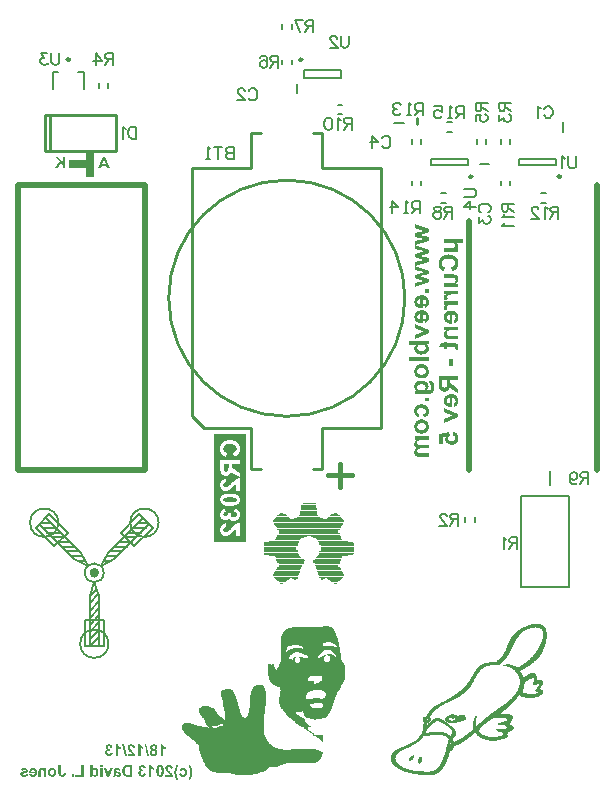
<source format=gbo>
%FSLAX43Y43*%
%MOMM*%
G71*
G01*
G75*
G04 Layer_Color=32896*
%ADD10C,0.381*%
%ADD11C,11.500*%
%ADD12C,3.000*%
%ADD13C,0.800*%
%ADD14R,0.650X1.100*%
%ADD15R,3.937X2.921*%
%ADD16R,1.200X1.400*%
%ADD17R,1.000X1.000*%
%ADD18R,1.000X1.000*%
%ADD19R,0.900X1.000*%
%ADD20R,1.000X0.900*%
%ADD21R,2.000X1.650*%
%ADD22R,1.150X1.400*%
%ADD23R,0.900X0.950*%
%ADD24R,0.900X0.950*%
%ADD25R,1.500X1.600*%
%ADD26R,0.650X1.200*%
%ADD27C,0.203*%
%ADD28C,0.254*%
%ADD29C,0.508*%
%ADD30C,0.635*%
%ADD31C,3.810*%
%ADD32C,3.175*%
%ADD33C,2.032*%
%ADD34C,0.889*%
%ADD35C,11.000*%
%ADD36R,1.000X4.500*%
%ADD37R,1.000X2.500*%
%ADD38R,6.500X0.750*%
%ADD39R,4.000X2.500*%
%ADD40R,1.750X5.250*%
%ADD41R,5.500X2.250*%
%ADD42R,1.500X9.500*%
%ADD43R,9.500X1.000*%
%ADD44R,3.250X10.250*%
%ADD45R,0.750X4.000*%
%ADD46R,16.500X1.750*%
%ADD47R,16.500X1.500*%
%ADD48C,4.000*%
%ADD49C,2.100*%
%ADD50C,3.102*%
%ADD51R,3.750X13.000*%
%ADD52R,0.752X1.202*%
%ADD53R,4.039X3.023*%
%ADD54R,1.302X1.502*%
%ADD55R,1.102X1.102*%
%ADD56R,1.102X1.102*%
%ADD57R,1.002X1.102*%
%ADD58R,1.102X1.002*%
%ADD59R,2.102X1.752*%
%ADD60R,1.252X1.502*%
%ADD61R,1.002X1.052*%
%ADD62R,1.002X1.052*%
%ADD63R,1.602X1.702*%
%ADD64R,0.752X1.302*%
%ADD65C,0.250*%
%ADD66C,0.400*%
%ADD67C,0.200*%
%ADD68C,0.076*%
%ADD69C,0.127*%
%ADD70C,0.102*%
%ADD71C,0.025*%
%ADD72R,1.750X0.750*%
%ADD73R,0.750X2.250*%
G36*
X37376Y43514D02*
X37428Y43509D01*
X37473Y43502D01*
X37510Y43495D01*
X37541Y43488D01*
X37562Y43481D01*
X37574Y43476D01*
X37578Y43474D01*
X37611Y43455D01*
X37642Y43434D01*
X37665Y43413D01*
X37687Y43389D01*
X37703Y43370D01*
X37715Y43352D01*
X37722Y43342D01*
X37724Y43338D01*
X37741Y43302D01*
X37755Y43265D01*
X37764Y43229D01*
X37769Y43194D01*
X37773Y43166D01*
X37776Y43145D01*
Y43136D01*
Y43128D01*
Y43126D01*
Y43124D01*
X37773Y43081D01*
X37769Y43042D01*
X37759Y43004D01*
X37750Y42971D01*
X37741Y42943D01*
X37731Y42922D01*
X37727Y42908D01*
X37724Y42903D01*
X37703Y42865D01*
X37677Y42832D01*
X37654Y42802D01*
X37628Y42778D01*
X37607Y42757D01*
X37590Y42743D01*
X37578Y42734D01*
X37574Y42731D01*
X37750D01*
Y42442D01*
X36571D01*
Y42755D01*
X37153D01*
X37191Y42757D01*
X37224Y42760D01*
X37254D01*
X37280Y42762D01*
X37301Y42764D01*
X37322Y42767D01*
X37339Y42769D01*
X37351Y42771D01*
X37362Y42774D01*
X37372D01*
X37383Y42778D01*
X37386D01*
X37409Y42788D01*
X37430Y42802D01*
X37447Y42816D01*
X37463Y42830D01*
X37477Y42844D01*
X37487Y42856D01*
X37492Y42863D01*
X37494Y42865D01*
X37508Y42889D01*
X37517Y42915D01*
X37527Y42938D01*
X37532Y42962D01*
X37534Y42980D01*
X37536Y42995D01*
Y43004D01*
Y43009D01*
X37534Y43034D01*
X37532Y43056D01*
X37527Y43077D01*
X37520Y43093D01*
X37515Y43107D01*
X37510Y43117D01*
X37508Y43124D01*
X37506Y43126D01*
X37492Y43143D01*
X37477Y43154D01*
X37463Y43166D01*
X37449Y43173D01*
X37435Y43180D01*
X37426Y43185D01*
X37419Y43187D01*
X37416D01*
X37405Y43190D01*
X37388Y43192D01*
X37367Y43194D01*
X37346Y43197D01*
X37297Y43199D01*
X37243Y43201D01*
X37193Y43204D01*
X36571D01*
Y43516D01*
X37318D01*
X37376Y43514D01*
D02*
G37*
G36*
X37750Y41822D02*
X37285D01*
X37240Y41820D01*
X37200Y41817D01*
X37163D01*
X37132Y41815D01*
X37102Y41813D01*
X37078Y41810D01*
X37057Y41808D01*
X37038Y41806D01*
X37024Y41803D01*
X37012D01*
X37005Y41801D01*
X36998Y41799D01*
X36993D01*
X36961Y41789D01*
X36932Y41778D01*
X36909Y41766D01*
X36892Y41754D01*
X36878Y41745D01*
X36869Y41735D01*
X36864Y41731D01*
X36862Y41728D01*
X36850Y41709D01*
X36841Y41691D01*
X36834Y41672D01*
X36829Y41655D01*
X36827Y41641D01*
X36824Y41627D01*
Y41620D01*
Y41618D01*
X36827Y41592D01*
X36831Y41566D01*
X36841Y41543D01*
X36850Y41519D01*
X36860Y41500D01*
X36869Y41486D01*
X36874Y41474D01*
X36876Y41472D01*
X36606Y41373D01*
X36585Y41411D01*
X36571Y41446D01*
X36559Y41481D01*
X36552Y41514D01*
X36547Y41540D01*
X36545Y41561D01*
Y41575D01*
Y41578D01*
Y41580D01*
X36547Y41608D01*
X36549Y41632D01*
X36556Y41655D01*
X36563Y41674D01*
X36571Y41691D01*
X36575Y41705D01*
X36580Y41712D01*
X36582Y41714D01*
X36599Y41738D01*
X36622Y41759D01*
X36648Y41782D01*
X36674Y41801D01*
X36700Y41820D01*
X36721Y41834D01*
X36735Y41843D01*
X36737Y41846D01*
X36571D01*
Y42135D01*
X37750D01*
Y41822D01*
D02*
G37*
G36*
X38201Y46188D02*
X37611D01*
X37644Y46169D01*
X37670Y46152D01*
X37694Y46136D01*
X37710Y46122D01*
X37722Y46110D01*
X37731Y46101D01*
X37736Y46096D01*
X37738Y46094D01*
X37752Y46070D01*
X37762Y46047D01*
X37771Y46025D01*
X37776Y46004D01*
X37778Y45985D01*
X37781Y45971D01*
Y45960D01*
Y45957D01*
X37776Y45924D01*
X37769Y45896D01*
X37764Y45884D01*
X37762Y45875D01*
X37757Y45868D01*
Y45866D01*
X37741Y45833D01*
X37724Y45807D01*
X37717Y45798D01*
X37710Y45790D01*
X37708Y45788D01*
X37705Y45786D01*
X37691Y45774D01*
X37677Y45762D01*
X37647Y45743D01*
X37633Y45734D01*
X37621Y45727D01*
X37614Y45725D01*
X37611Y45722D01*
X37750D01*
Y45429D01*
X36571D01*
Y45743D01*
X37179D01*
X37210Y45746D01*
X37235Y45748D01*
X37261Y45751D01*
X37282Y45753D01*
X37301Y45755D01*
X37318Y45758D01*
X37346Y45762D01*
X37365Y45767D01*
X37376Y45769D01*
X37379Y45772D01*
X37405Y45783D01*
X37426Y45795D01*
X37445Y45809D01*
X37461Y45823D01*
X37473Y45835D01*
X37482Y45844D01*
X37487Y45852D01*
X37489Y45854D01*
X37503Y45875D01*
X37513Y45894D01*
X37520Y45915D01*
X37524Y45931D01*
X37527Y45948D01*
X37529Y45960D01*
Y45967D01*
Y45969D01*
X37527Y45990D01*
X37524Y46009D01*
X37513Y46044D01*
X37496Y46075D01*
X37475Y46098D01*
X37456Y46117D01*
X37440Y46131D01*
X37428Y46141D01*
X37423Y46143D01*
X37407Y46150D01*
X37386Y46157D01*
X37362Y46164D01*
X37339Y46169D01*
X37285Y46176D01*
X37233Y46183D01*
X37184Y46185D01*
X37163D01*
X37144Y46188D01*
X36571D01*
Y46500D01*
X38201D01*
Y46188D01*
D02*
G37*
G36*
X37022Y45203D02*
X37087Y45196D01*
X37151Y45187D01*
X37207Y45173D01*
X37261Y45158D01*
X37313Y45140D01*
X37358Y45121D01*
X37398Y45102D01*
X37435Y45083D01*
X37468Y45064D01*
X37494Y45046D01*
X37517Y45032D01*
X37534Y45017D01*
X37548Y45008D01*
X37555Y45001D01*
X37557Y44999D01*
X37597Y44959D01*
X37630Y44916D01*
X37661Y44872D01*
X37684Y44827D01*
X37705Y44783D01*
X37724Y44738D01*
X37738Y44696D01*
X37750Y44656D01*
X37759Y44616D01*
X37766Y44580D01*
X37771Y44548D01*
X37773Y44522D01*
X37776Y44498D01*
X37778Y44482D01*
Y44472D01*
Y44468D01*
X37776Y44418D01*
X37773Y44374D01*
X37766Y44329D01*
X37757Y44289D01*
X37748Y44252D01*
X37738Y44216D01*
X37727Y44183D01*
X37712Y44153D01*
X37701Y44127D01*
X37689Y44104D01*
X37680Y44082D01*
X37670Y44066D01*
X37661Y44052D01*
X37654Y44042D01*
X37651Y44038D01*
X37649Y44035D01*
X37623Y44005D01*
X37595Y43977D01*
X37532Y43925D01*
X37466Y43883D01*
X37402Y43850D01*
X37372Y43836D01*
X37344Y43824D01*
X37318Y43815D01*
X37297Y43805D01*
X37278Y43798D01*
X37264Y43793D01*
X37254Y43791D01*
X37252D01*
X37153Y44111D01*
X37217Y44129D01*
X37271Y44151D01*
X37315Y44172D01*
X37353Y44195D01*
X37381Y44214D01*
X37400Y44230D01*
X37412Y44242D01*
X37416Y44247D01*
X37445Y44284D01*
X37463Y44322D01*
X37477Y44360D01*
X37489Y44393D01*
X37494Y44423D01*
X37496Y44449D01*
X37499Y44458D01*
Y44465D01*
Y44468D01*
Y44470D01*
X37496Y44503D01*
X37494Y44533D01*
X37477Y44590D01*
X37459Y44639D01*
X37433Y44679D01*
X37409Y44712D01*
X37391Y44736D01*
X37381Y44745D01*
X37374Y44752D01*
X37372Y44754D01*
X37369Y44757D01*
X37344Y44775D01*
X37313Y44792D01*
X37280Y44808D01*
X37245Y44820D01*
X37172Y44839D01*
X37099Y44853D01*
X37064Y44858D01*
X37033Y44860D01*
X37003Y44865D01*
X36977D01*
X36958Y44867D01*
X36928D01*
X36874Y44865D01*
X36824Y44862D01*
X36780Y44858D01*
X36737Y44851D01*
X36700Y44841D01*
X36665Y44832D01*
X36634Y44822D01*
X36606Y44811D01*
X36582Y44801D01*
X36561Y44792D01*
X36545Y44783D01*
X36531Y44773D01*
X36519Y44766D01*
X36512Y44761D01*
X36507Y44757D01*
X36505D01*
X36481Y44736D01*
X36460Y44712D01*
X36444Y44689D01*
X36430Y44663D01*
X36406Y44613D01*
X36390Y44566D01*
X36380Y44526D01*
X36378Y44508D01*
X36376Y44494D01*
X36373Y44479D01*
Y44470D01*
Y44465D01*
Y44463D01*
X36376Y44416D01*
X36385Y44374D01*
X36397Y44336D01*
X36411Y44303D01*
X36425Y44277D01*
X36437Y44259D01*
X36446Y44247D01*
X36448Y44242D01*
X36477Y44212D01*
X36509Y44183D01*
X36542Y44162D01*
X36575Y44146D01*
X36603Y44134D01*
X36625Y44127D01*
X36634Y44122D01*
X36641D01*
X36643Y44120D01*
X36646D01*
X36568Y43796D01*
X36500Y43819D01*
X36441Y43845D01*
X36390Y43873D01*
X36347Y43899D01*
X36314Y43925D01*
X36300Y43934D01*
X36289Y43944D01*
X36282Y43951D01*
X36275Y43958D01*
X36270Y43960D01*
Y43963D01*
X36239Y43998D01*
X36211Y44038D01*
X36188Y44075D01*
X36169Y44115D01*
X36150Y44158D01*
X36136Y44197D01*
X36124Y44237D01*
X36115Y44275D01*
X36108Y44310D01*
X36103Y44343D01*
X36098Y44371D01*
X36096Y44397D01*
X36094Y44418D01*
Y44432D01*
Y44444D01*
Y44447D01*
X36096Y44508D01*
X36103Y44569D01*
X36115Y44623D01*
X36129Y44677D01*
X36145Y44724D01*
X36164Y44771D01*
X36185Y44811D01*
X36206Y44848D01*
X36228Y44884D01*
X36249Y44912D01*
X36267Y44938D01*
X36284Y44959D01*
X36298Y44975D01*
X36310Y44987D01*
X36317Y44994D01*
X36319Y44996D01*
X36364Y45034D01*
X36411Y45064D01*
X36460Y45093D01*
X36512Y45116D01*
X36566Y45137D01*
X36618Y45154D01*
X36669Y45168D01*
X36719Y45180D01*
X36768Y45189D01*
X36810Y45194D01*
X36850Y45198D01*
X36883Y45203D01*
X36911D01*
X36932Y45205D01*
X36951D01*
X37022Y45203D01*
D02*
G37*
G36*
X37750Y40939D02*
X37285D01*
X37240Y40936D01*
X37200Y40934D01*
X37163D01*
X37132Y40932D01*
X37102Y40929D01*
X37078Y40927D01*
X37057Y40925D01*
X37038Y40922D01*
X37024Y40920D01*
X37012D01*
X37005Y40918D01*
X36998Y40915D01*
X36993D01*
X36961Y40906D01*
X36932Y40894D01*
X36909Y40882D01*
X36892Y40871D01*
X36878Y40861D01*
X36869Y40852D01*
X36864Y40847D01*
X36862Y40845D01*
X36850Y40826D01*
X36841Y40807D01*
X36834Y40788D01*
X36829Y40772D01*
X36827Y40758D01*
X36824Y40744D01*
Y40737D01*
Y40734D01*
X36827Y40708D01*
X36831Y40683D01*
X36841Y40659D01*
X36850Y40636D01*
X36860Y40617D01*
X36869Y40603D01*
X36874Y40591D01*
X36876Y40589D01*
X36606Y40490D01*
X36585Y40528D01*
X36571Y40563D01*
X36559Y40598D01*
X36552Y40631D01*
X36547Y40657D01*
X36545Y40678D01*
Y40692D01*
Y40694D01*
Y40697D01*
X36547Y40725D01*
X36549Y40748D01*
X36556Y40772D01*
X36563Y40791D01*
X36571Y40807D01*
X36575Y40821D01*
X36580Y40828D01*
X36582Y40831D01*
X36599Y40854D01*
X36622Y40875D01*
X36648Y40899D01*
X36674Y40918D01*
X36700Y40936D01*
X36721Y40950D01*
X36735Y40960D01*
X36737Y40962D01*
X36571D01*
Y41251D01*
X37750D01*
Y40939D01*
D02*
G37*
G36*
X36820Y37687D02*
X37416D01*
X37438Y37685D01*
X37475D01*
X37506Y37682D01*
X37529Y37680D01*
X37543D01*
X37553Y37678D01*
X37555D01*
X37581Y37673D01*
X37604Y37666D01*
X37625Y37659D01*
X37642Y37652D01*
X37656Y37645D01*
X37665Y37640D01*
X37672Y37638D01*
X37675Y37635D01*
X37691Y37621D01*
X37705Y37605D01*
X37729Y37572D01*
X37736Y37558D01*
X37743Y37546D01*
X37745Y37537D01*
X37748Y37534D01*
X37757Y37508D01*
X37764Y37483D01*
X37769Y37457D01*
X37771Y37433D01*
X37773Y37412D01*
X37776Y37396D01*
Y37386D01*
Y37382D01*
X37773Y37332D01*
X37769Y37285D01*
X37762Y37243D01*
X37752Y37208D01*
X37745Y37177D01*
X37738Y37154D01*
X37734Y37140D01*
X37731Y37137D01*
Y37135D01*
X37489Y37163D01*
X37499Y37191D01*
X37506Y37217D01*
X37510Y37238D01*
X37513Y37257D01*
X37515Y37271D01*
X37517Y37281D01*
Y37288D01*
Y37290D01*
X37515Y37311D01*
X37510Y37328D01*
X37506Y37337D01*
X37503Y37342D01*
X37489Y37356D01*
X37477Y37363D01*
X37468Y37367D01*
X37463Y37370D01*
X37459D01*
X37449Y37372D01*
X37400D01*
X37372Y37375D01*
X36820D01*
Y37161D01*
X36571D01*
Y37375D01*
X36152D01*
X36336Y37687D01*
X36571D01*
Y37830D01*
X36820D01*
Y37687D01*
D02*
G37*
G36*
X37315Y35737D02*
X37003D01*
Y36350D01*
X37315D01*
Y35737D01*
D02*
G37*
G36*
X37214Y40443D02*
X37259Y40441D01*
X37299Y40434D01*
X37336Y40427D01*
X37374Y40419D01*
X37407Y40408D01*
X37438Y40398D01*
X37466Y40387D01*
X37492Y40377D01*
X37513Y40365D01*
X37532Y40356D01*
X37548Y40349D01*
X37560Y40340D01*
X37569Y40335D01*
X37574Y40333D01*
X37576Y40330D01*
X37611Y40300D01*
X37642Y40269D01*
X37668Y40234D01*
X37691Y40196D01*
X37710Y40159D01*
X37727Y40121D01*
X37741Y40084D01*
X37750Y40046D01*
X37759Y40013D01*
X37764Y39980D01*
X37769Y39950D01*
X37773Y39924D01*
Y39903D01*
X37776Y39889D01*
Y39877D01*
Y39874D01*
X37771Y39806D01*
X37762Y39743D01*
X37748Y39689D01*
X37731Y39642D01*
X37722Y39621D01*
X37715Y39604D01*
X37708Y39588D01*
X37701Y39576D01*
X37694Y39567D01*
X37691Y39557D01*
X37687Y39555D01*
Y39553D01*
X37649Y39508D01*
X37609Y39468D01*
X37564Y39435D01*
X37522Y39409D01*
X37485Y39388D01*
X37468Y39381D01*
X37454Y39374D01*
X37442Y39369D01*
X37433Y39365D01*
X37428Y39362D01*
X37426D01*
X37374Y39672D01*
X37405Y39684D01*
X37433Y39696D01*
X37454Y39708D01*
X37473Y39722D01*
X37487Y39731D01*
X37496Y39740D01*
X37501Y39748D01*
X37503Y39750D01*
X37517Y39769D01*
X37527Y39790D01*
X37534Y39811D01*
X37539Y39830D01*
X37541Y39846D01*
X37543Y39860D01*
Y39870D01*
Y39872D01*
X37541Y39910D01*
X37532Y39945D01*
X37520Y39978D01*
X37506Y40004D01*
X37492Y40025D01*
X37480Y40039D01*
X37470Y40051D01*
X37468Y40053D01*
X37438Y40076D01*
X37402Y40093D01*
X37365Y40107D01*
X37332Y40116D01*
X37299Y40121D01*
X37275Y40123D01*
X37266Y40126D01*
X37252D01*
Y39346D01*
X37186D01*
X37127Y39350D01*
X37071Y39358D01*
X37019Y39367D01*
X36970Y39379D01*
X36928Y39390D01*
X36888Y39405D01*
X36852Y39419D01*
X36822Y39433D01*
X36794Y39447D01*
X36773Y39459D01*
X36754Y39470D01*
X36740Y39480D01*
X36728Y39487D01*
X36723Y39491D01*
X36721Y39494D01*
X36690Y39522D01*
X36662Y39555D01*
X36639Y39588D01*
X36620Y39621D01*
X36601Y39656D01*
X36587Y39691D01*
X36575Y39724D01*
X36566Y39757D01*
X36559Y39787D01*
X36554Y39816D01*
X36549Y39842D01*
X36547Y39863D01*
X36545Y39881D01*
Y39896D01*
Y39905D01*
Y39907D01*
X36547Y39950D01*
X36552Y39990D01*
X36561Y40029D01*
X36571Y40065D01*
X36582Y40100D01*
X36596Y40131D01*
X36613Y40161D01*
X36627Y40187D01*
X36643Y40210D01*
X36660Y40232D01*
X36674Y40250D01*
X36686Y40264D01*
X36695Y40276D01*
X36704Y40286D01*
X36709Y40290D01*
X36712Y40293D01*
X36744Y40318D01*
X36780Y40342D01*
X36815Y40363D01*
X36852Y40382D01*
X36892Y40396D01*
X36930Y40408D01*
X37003Y40427D01*
X37038Y40434D01*
X37069Y40438D01*
X37097Y40441D01*
X37120Y40443D01*
X37141Y40445D01*
X37170D01*
X37214Y40443D01*
D02*
G37*
G36*
X37750Y38782D02*
X37151D01*
X37120Y38780D01*
X37094Y38777D01*
X37069D01*
X37048Y38775D01*
X37026Y38772D01*
X37010Y38770D01*
X36982Y38765D01*
X36963Y38763D01*
X36951Y38758D01*
X36949D01*
X36923Y38749D01*
X36897Y38735D01*
X36878Y38721D01*
X36860Y38707D01*
X36848Y38693D01*
X36836Y38681D01*
X36831Y38674D01*
X36829Y38671D01*
X36815Y38646D01*
X36803Y38620D01*
X36796Y38596D01*
X36789Y38573D01*
X36787Y38554D01*
X36784Y38540D01*
Y38528D01*
Y38526D01*
X36787Y38502D01*
X36789Y38481D01*
X36794Y38465D01*
X36801Y38448D01*
X36808Y38434D01*
X36813Y38425D01*
X36815Y38420D01*
X36817Y38418D01*
X36829Y38401D01*
X36843Y38390D01*
X36871Y38368D01*
X36885Y38361D01*
X36895Y38357D01*
X36902Y38352D01*
X36904D01*
X36916Y38347D01*
X36930Y38345D01*
X36965Y38340D01*
X37008Y38335D01*
X37048Y38333D01*
X37087Y38331D01*
X37750D01*
Y38018D01*
X36970D01*
X36930Y38021D01*
X36892Y38023D01*
X36864Y38028D01*
X36841Y38030D01*
X36824Y38035D01*
X36813Y38037D01*
X36810D01*
X36782Y38044D01*
X36759Y38054D01*
X36735Y38063D01*
X36716Y38075D01*
X36700Y38084D01*
X36688Y38091D01*
X36681Y38096D01*
X36679Y38098D01*
X36657Y38117D01*
X36639Y38138D01*
X36622Y38159D01*
X36608Y38180D01*
X36596Y38199D01*
X36589Y38216D01*
X36585Y38225D01*
X36582Y38230D01*
X36571Y38263D01*
X36561Y38296D01*
X36554Y38326D01*
X36549Y38354D01*
X36547Y38380D01*
X36545Y38401D01*
Y38413D01*
Y38415D01*
Y38418D01*
X36547Y38460D01*
X36554Y38502D01*
X36563Y38540D01*
X36575Y38577D01*
X36592Y38613D01*
X36608Y38643D01*
X36627Y38674D01*
X36643Y38700D01*
X36662Y38723D01*
X36681Y38744D01*
X36697Y38763D01*
X36714Y38777D01*
X36726Y38789D01*
X36735Y38798D01*
X36742Y38803D01*
X36744Y38805D01*
X36571D01*
Y39094D01*
X37750D01*
Y38782D01*
D02*
G37*
G36*
X14048Y1956D02*
X14033Y1919D01*
X14019Y1885D01*
X14007Y1853D01*
X13995Y1823D01*
X13986Y1795D01*
X13977Y1768D01*
X13969Y1744D01*
X13962Y1723D01*
X13956Y1703D01*
X13950Y1688D01*
X13947Y1674D01*
X13945Y1663D01*
X13942Y1656D01*
X13940Y1650D01*
Y1648D01*
X13929Y1595D01*
X13921Y1543D01*
X13914Y1492D01*
X13911Y1468D01*
X13909Y1445D01*
X13908Y1424D01*
X13907Y1406D01*
Y1389D01*
X13905Y1375D01*
Y1364D01*
Y1355D01*
Y1350D01*
Y1348D01*
Y1320D01*
X13907Y1292D01*
X13908Y1266D01*
X13909Y1242D01*
X13912Y1224D01*
X13914Y1209D01*
Y1203D01*
X13915Y1199D01*
Y1197D01*
Y1196D01*
X13923Y1141D01*
X13929Y1114D01*
X13933Y1090D01*
X13938Y1069D01*
X13942Y1054D01*
X13943Y1048D01*
Y1044D01*
X13945Y1041D01*
Y1039D01*
X13952Y1010D01*
X13959Y983D01*
X13966Y958D01*
X13971Y937D01*
X13977Y920D01*
X13981Y907D01*
X13984Y899D01*
X13986Y897D01*
Y896D01*
X13995Y870D01*
X14007Y841D01*
X14019Y810D01*
X14032Y780D01*
X14045Y753D01*
X14049Y742D01*
X14055Y732D01*
X14057Y724D01*
X14060Y718D01*
X14063Y714D01*
Y712D01*
X13933D01*
X13912Y745D01*
X13894Y777D01*
X13877Y810D01*
X13860Y841D01*
X13846Y872D01*
X13832Y900D01*
X13821Y928D01*
X13809Y953D01*
X13799Y977D01*
X13792Y999D01*
X13785Y1017D01*
X13780Y1034D01*
X13775Y1047D01*
X13773Y1055D01*
X13770Y1062D01*
Y1063D01*
X13756Y1123D01*
X13744Y1178D01*
X13740Y1203D01*
X13737Y1228D01*
X13733Y1251D01*
X13732Y1272D01*
X13730Y1292D01*
X13729Y1310D01*
X13728Y1326D01*
X13726Y1338D01*
Y1348D01*
Y1357D01*
Y1361D01*
Y1362D01*
X13729Y1424D01*
X13735Y1482D01*
X13739Y1510D01*
X13744Y1539D01*
X13749Y1564D01*
X13754Y1586D01*
X13760Y1609D01*
X13764Y1629D01*
X13770Y1646D01*
X13774Y1660D01*
X13777Y1672D01*
X13780Y1681D01*
X13783Y1687D01*
Y1688D01*
X13805Y1747D01*
X13830Y1804D01*
X13843Y1830D01*
X13856Y1854D01*
X13868Y1878D01*
X13881Y1901D01*
X13892Y1921D01*
X13902Y1939D01*
X13912Y1954D01*
X13921Y1967D01*
X13928Y1978D01*
X13933Y1985D01*
X13936Y1991D01*
X13938Y1992D01*
X14064D01*
X14048Y1956D01*
D02*
G37*
G36*
X2491Y1722D02*
X2516Y1718D01*
X2539Y1712D01*
X2561Y1705D01*
X2582Y1695D01*
X2601Y1685D01*
X2619Y1674D01*
X2635Y1664D01*
X2649Y1653D01*
X2661Y1641D01*
X2673Y1632D01*
X2681Y1622D01*
X2688Y1615D01*
X2694Y1609D01*
X2697Y1605D01*
X2698Y1603D01*
Y1708D01*
X2871D01*
Y1000D01*
X2684D01*
Y1319D01*
Y1340D01*
Y1359D01*
X2683Y1378D01*
X2681Y1393D01*
Y1409D01*
X2680Y1421D01*
X2678Y1434D01*
X2677Y1444D01*
X2674Y1461D01*
X2673Y1472D01*
X2670Y1479D01*
Y1481D01*
X2664Y1496D01*
X2656Y1512D01*
X2647Y1523D01*
X2639Y1534D01*
X2630Y1541D01*
X2623Y1548D01*
X2619Y1551D01*
X2618Y1553D01*
X2602Y1561D01*
X2587Y1568D01*
X2573Y1572D01*
X2558Y1577D01*
X2547Y1578D01*
X2539Y1579D01*
X2530D01*
X2516Y1578D01*
X2503Y1577D01*
X2494Y1574D01*
X2484Y1570D01*
X2475Y1565D01*
X2470Y1562D01*
X2467Y1561D01*
X2465Y1560D01*
X2456Y1553D01*
X2449Y1544D01*
X2436Y1527D01*
X2432Y1519D01*
X2429Y1513D01*
X2426Y1509D01*
Y1507D01*
X2423Y1500D01*
X2422Y1492D01*
X2419Y1471D01*
X2416Y1445D01*
X2415Y1421D01*
X2413Y1398D01*
Y1388D01*
Y1378D01*
Y1371D01*
Y1365D01*
Y1361D01*
Y1359D01*
Y1000D01*
X2226D01*
Y1438D01*
Y1468D01*
X2227Y1492D01*
X2229Y1515D01*
X2231Y1531D01*
X2233Y1546D01*
X2236Y1555D01*
X2237Y1562D01*
Y1564D01*
X2241Y1581D01*
X2247Y1595D01*
X2253Y1609D01*
X2260Y1620D01*
X2265Y1630D01*
X2269Y1637D01*
X2272Y1641D01*
X2274Y1643D01*
X2285Y1656D01*
X2298Y1667D01*
X2310Y1677D01*
X2323Y1685D01*
X2334Y1692D01*
X2344Y1696D01*
X2350Y1699D01*
X2353Y1701D01*
X2372Y1708D01*
X2392Y1713D01*
X2410Y1718D01*
X2427Y1720D01*
X2443Y1722D01*
X2456Y1723D01*
X2465D01*
X2491Y1722D01*
D02*
G37*
G36*
X6803Y1625D02*
X6820Y1641D01*
X6837Y1657D01*
X6854Y1670D01*
X6872Y1682D01*
X6889Y1691D01*
X6906Y1699D01*
X6923Y1706D01*
X6938Y1710D01*
X6954Y1715D01*
X6967Y1718D01*
X6979Y1720D01*
X6989Y1722D01*
X6998Y1723D01*
X7009D01*
X7033Y1722D01*
X7055Y1719D01*
X7077Y1715D01*
X7098Y1709D01*
X7133Y1694D01*
X7150Y1685D01*
X7164Y1677D01*
X7178Y1667D01*
X7189Y1658D01*
X7199Y1651D01*
X7208Y1644D01*
X7215Y1637D01*
X7219Y1633D01*
X7222Y1630D01*
X7223Y1629D01*
X7237Y1610D01*
X7250Y1591D01*
X7261Y1570D01*
X7271Y1547D01*
X7280Y1524D01*
X7287Y1502D01*
X7296Y1457D01*
X7299Y1437D01*
X7302Y1417D01*
X7304Y1400D01*
X7305Y1385D01*
X7306Y1372D01*
Y1364D01*
Y1357D01*
Y1355D01*
X7305Y1323D01*
X7302Y1293D01*
X7298Y1265D01*
X7292Y1238D01*
X7287Y1214D01*
X7280Y1192D01*
X7271Y1172D01*
X7263Y1154D01*
X7256Y1137D01*
X7247Y1123D01*
X7240Y1110D01*
X7233Y1100D01*
X7229Y1092D01*
X7225Y1086D01*
X7222Y1083D01*
X7220Y1082D01*
X7203Y1065D01*
X7187Y1049D01*
X7168Y1037D01*
X7151Y1025D01*
X7133Y1016D01*
X7116Y1008D01*
X7099Y1001D01*
X7084Y997D01*
X7068Y993D01*
X7054Y990D01*
X7043Y987D01*
X7031Y986D01*
X7023Y984D01*
X7012D01*
X6989Y986D01*
X6968Y989D01*
X6947Y993D01*
X6929Y999D01*
X6914Y1004D01*
X6902Y1008D01*
X6895Y1011D01*
X6892Y1013D01*
X6871Y1025D01*
X6851Y1039D01*
X6833Y1055D01*
X6819Y1069D01*
X6806Y1082D01*
X6796Y1093D01*
X6790Y1100D01*
X6789Y1103D01*
Y1000D01*
X6616D01*
Y1976D01*
X6803D01*
Y1625D01*
D02*
G37*
G36*
X6046Y1000D02*
X5358D01*
Y1165D01*
X5849D01*
Y1968D01*
X6046D01*
Y1000D01*
D02*
G37*
G36*
X5220D02*
X5032D01*
Y1187D01*
X5220D01*
Y1000D01*
D02*
G37*
G36*
X3420Y1722D02*
X3455Y1716D01*
X3487Y1709D01*
X3516Y1701D01*
X3527Y1695D01*
X3538Y1691D01*
X3548Y1688D01*
X3555Y1684D01*
X3562Y1681D01*
X3566Y1678D01*
X3569Y1677D01*
X3571D01*
X3600Y1657D01*
X3626Y1636D01*
X3648Y1613D01*
X3667Y1592D01*
X3681Y1572D01*
X3692Y1557D01*
X3696Y1551D01*
X3698Y1547D01*
X3700Y1544D01*
Y1543D01*
X3716Y1510D01*
X3726Y1478D01*
X3734Y1448D01*
X3740Y1421D01*
X3743Y1398D01*
X3744Y1388D01*
Y1379D01*
X3745Y1374D01*
Y1368D01*
Y1365D01*
Y1364D01*
X3744Y1320D01*
X3738Y1279D01*
X3731Y1244D01*
X3727Y1228D01*
X3723Y1214D01*
X3719Y1202D01*
X3714Y1190D01*
X3710Y1180D01*
X3707Y1172D01*
X3705Y1165D01*
X3702Y1161D01*
X3700Y1158D01*
Y1156D01*
X3681Y1127D01*
X3659Y1102D01*
X3637Y1079D01*
X3616Y1061D01*
X3596Y1047D01*
X3580Y1037D01*
X3575Y1032D01*
X3571Y1030D01*
X3568Y1028D01*
X3566D01*
X3533Y1014D01*
X3500Y1003D01*
X3469Y996D01*
X3440Y990D01*
X3416Y987D01*
X3406Y986D01*
X3397D01*
X3390Y984D01*
X3380D01*
X3351Y986D01*
X3324Y989D01*
X3297Y994D01*
X3273Y1001D01*
X3249Y1008D01*
X3228Y1017D01*
X3208Y1027D01*
X3190Y1037D01*
X3175Y1047D01*
X3160Y1056D01*
X3148Y1065D01*
X3138Y1072D01*
X3129Y1079D01*
X3124Y1085D01*
X3121Y1087D01*
X3120Y1089D01*
X3101Y1110D01*
X3086Y1131D01*
X3072Y1152D01*
X3059Y1175D01*
X3049Y1197D01*
X3041Y1220D01*
X3034Y1241D01*
X3028Y1262D01*
X3024Y1281D01*
X3021Y1299D01*
X3018Y1314D01*
X3017Y1328D01*
X3015Y1340D01*
Y1348D01*
Y1354D01*
Y1355D01*
X3017Y1385D01*
X3019Y1413D01*
X3025Y1438D01*
X3031Y1464D01*
X3039Y1486D01*
X3048Y1509D01*
X3057Y1529D01*
X3066Y1547D01*
X3076Y1562D01*
X3086Y1578D01*
X3094Y1589D01*
X3103Y1601D01*
X3108Y1608D01*
X3114Y1615D01*
X3117Y1617D01*
X3118Y1619D01*
X3138Y1637D01*
X3159Y1653D01*
X3180Y1667D01*
X3203Y1679D01*
X3225Y1689D01*
X3246Y1698D01*
X3268Y1705D01*
X3289Y1710D01*
X3307Y1715D01*
X3325Y1718D01*
X3341Y1720D01*
X3355Y1722D01*
X3366Y1723D01*
X3382D01*
X3420Y1722D01*
D02*
G37*
G36*
X4108Y1343D02*
Y1321D01*
X4109Y1302D01*
X4111Y1285D01*
X4112Y1268D01*
X4115Y1254D01*
X4116Y1241D01*
X4119Y1230D01*
X4122Y1220D01*
X4127Y1204D01*
X4132Y1195D01*
X4135Y1187D01*
X4136Y1186D01*
X4147Y1173D01*
X4161Y1165D01*
X4177Y1158D01*
X4192Y1154D01*
X4205Y1151D01*
X4216Y1149D01*
X4228D01*
X4250Y1152D01*
X4270Y1158D01*
X4287Y1166D01*
X4299Y1176D01*
X4311Y1185D01*
X4318Y1193D01*
X4322Y1199D01*
X4323Y1202D01*
X4330Y1217D01*
X4336Y1234D01*
X4340Y1254D01*
X4343Y1273D01*
X4346Y1292D01*
Y1306D01*
X4347Y1312D01*
Y1316D01*
Y1319D01*
Y1320D01*
X4535Y1299D01*
X4533Y1271D01*
X4532Y1244D01*
X4528Y1219D01*
X4522Y1196D01*
X4517Y1175D01*
X4511Y1155D01*
X4504Y1138D01*
X4495Y1121D01*
X4488Y1109D01*
X4481Y1096D01*
X4476Y1086D01*
X4470Y1078D01*
X4464Y1070D01*
X4460Y1066D01*
X4459Y1063D01*
X4457Y1062D01*
X4442Y1048D01*
X4425Y1035D01*
X4408Y1025D01*
X4390Y1016D01*
X4371Y1008D01*
X4353Y1001D01*
X4316Y992D01*
X4299Y989D01*
X4284Y986D01*
X4271Y984D01*
X4259Y983D01*
X4249Y982D01*
X4235D01*
X4191Y984D01*
X4151Y990D01*
X4118Y997D01*
X4103Y1003D01*
X4089Y1007D01*
X4078Y1011D01*
X4067Y1017D01*
X4058Y1021D01*
X4051Y1024D01*
X4044Y1028D01*
X4040Y1030D01*
X4039Y1032D01*
X4037D01*
X4010Y1054D01*
X3989Y1076D01*
X3971Y1099D01*
X3957Y1120D01*
X3946Y1140D01*
X3939Y1155D01*
X3936Y1161D01*
X3934Y1165D01*
X3933Y1168D01*
Y1169D01*
X3926Y1196D01*
X3920Y1227D01*
X3916Y1258D01*
X3913Y1288D01*
X3912Y1314D01*
X3910Y1327D01*
Y1337D01*
Y1345D01*
Y1351D01*
Y1355D01*
Y1357D01*
Y1976D01*
X4108D01*
Y1343D01*
D02*
G37*
G36*
X15071Y1944D02*
X15101Y1895D01*
X15125Y1849D01*
X15136Y1827D01*
X15146Y1806D01*
X15154Y1788D01*
X15163Y1770D01*
X15170Y1754D01*
X15175Y1742D01*
X15180Y1730D01*
X15182Y1723D01*
X15185Y1718D01*
Y1716D01*
X15196Y1684D01*
X15206Y1651D01*
X15223Y1588D01*
X15234Y1526D01*
X15239Y1498D01*
X15242Y1471D01*
X15244Y1445D01*
X15247Y1423D01*
X15249Y1402D01*
Y1385D01*
X15250Y1371D01*
Y1361D01*
Y1355D01*
Y1352D01*
X15247Y1295D01*
X15242Y1237D01*
X15233Y1183D01*
X15229Y1158D01*
X15223Y1134D01*
X15219Y1113D01*
X15215Y1093D01*
X15211Y1076D01*
X15206Y1061D01*
X15202Y1049D01*
X15201Y1039D01*
X15198Y1034D01*
Y1032D01*
X15175Y972D01*
X15151Y913D01*
X15137Y886D01*
X15125Y859D01*
X15112Y834D01*
X15099Y811D01*
X15088Y790D01*
X15077Y770D01*
X15067Y753D01*
X15058Y739D01*
X15051Y728D01*
X15046Y719D01*
X15043Y714D01*
X15041Y712D01*
X14913D01*
X14924Y736D01*
X14934Y758D01*
X14943Y779D01*
X14951Y797D01*
X14958Y815D01*
X14965Y831D01*
X14971Y845D01*
X14977Y859D01*
X14982Y870D01*
X14985Y880D01*
X14989Y889D01*
X14992Y896D01*
X14993Y901D01*
X14995Y906D01*
X14996Y907D01*
Y908D01*
X15009Y946D01*
X15020Y984D01*
X15029Y1021D01*
X15037Y1055D01*
X15040Y1069D01*
X15043Y1083D01*
X15046Y1094D01*
X15047Y1104D01*
X15050Y1113D01*
Y1118D01*
X15051Y1123D01*
Y1124D01*
X15058Y1166D01*
X15063Y1207D01*
X15067Y1245D01*
X15068Y1279D01*
X15070Y1295D01*
Y1307D01*
X15071Y1320D01*
Y1330D01*
Y1337D01*
Y1344D01*
Y1347D01*
Y1348D01*
X15070Y1407D01*
X15065Y1462D01*
X15063Y1489D01*
X15060Y1513D01*
X15057Y1537D01*
X15054Y1558D01*
X15051Y1578D01*
X15048Y1595D01*
X15046Y1610D01*
X15043Y1625D01*
X15040Y1634D01*
X15039Y1643D01*
X15037Y1647D01*
Y1648D01*
X15030Y1675D01*
X15022Y1703D01*
X15003Y1761D01*
X14982Y1819D01*
X14972Y1847D01*
X14961Y1874D01*
X14951Y1898D01*
X14943Y1921D01*
X14934Y1942D01*
X14926Y1959D01*
X14920Y1973D01*
X14916Y1984D01*
X14913Y1990D01*
X14912Y1992D01*
X15040D01*
X15071Y1944D01*
D02*
G37*
G36*
X1074Y1720D02*
X1098Y1718D01*
X1121Y1713D01*
X1140Y1709D01*
X1159Y1703D01*
X1176Y1698D01*
X1191Y1692D01*
X1204Y1685D01*
X1215Y1679D01*
X1225Y1674D01*
X1232Y1670D01*
X1239Y1665D01*
X1243Y1663D01*
X1245Y1661D01*
X1246Y1660D01*
X1259Y1648D01*
X1270Y1636D01*
X1280Y1623D01*
X1287Y1609D01*
X1301Y1584D01*
X1309Y1560D01*
X1314Y1539D01*
X1315Y1529D01*
X1317Y1522D01*
X1318Y1515D01*
Y1510D01*
Y1507D01*
Y1506D01*
X1317Y1488D01*
X1314Y1471D01*
X1311Y1454D01*
X1305Y1438D01*
X1291Y1412D01*
X1276Y1389D01*
X1262Y1371D01*
X1247Y1358D01*
X1242Y1352D01*
X1239Y1350D01*
X1236Y1348D01*
X1235Y1347D01*
X1222Y1340D01*
X1205Y1331D01*
X1185Y1323D01*
X1164Y1316D01*
X1142Y1307D01*
X1118Y1300D01*
X1068Y1286D01*
X1044Y1279D01*
X1022Y1273D01*
X1002Y1268D01*
X984Y1264D01*
X968Y1261D01*
X957Y1258D01*
X950Y1255D01*
X947D01*
X930Y1251D01*
X918Y1247D01*
X906Y1242D01*
X898Y1240D01*
X892Y1235D01*
X888Y1234D01*
X885Y1231D01*
X877Y1220D01*
X872Y1209D01*
X871Y1200D01*
Y1197D01*
Y1196D01*
X872Y1185D01*
X875Y1175D01*
X880Y1166D01*
X884Y1159D01*
X888Y1154D01*
X892Y1149D01*
X895Y1147D01*
X896Y1145D01*
X912Y1137D01*
X929Y1131D01*
X947Y1125D01*
X964Y1123D01*
X980Y1121D01*
X994Y1120D01*
X1005D01*
X1029Y1121D01*
X1049Y1124D01*
X1067Y1128D01*
X1081Y1134D01*
X1092Y1138D01*
X1101Y1142D01*
X1106Y1145D01*
X1108Y1147D01*
X1121Y1158D01*
X1130Y1172D01*
X1139Y1185D01*
X1146Y1199D01*
X1150Y1211D01*
X1153Y1221D01*
X1156Y1227D01*
Y1230D01*
X1343Y1202D01*
X1331Y1166D01*
X1315Y1134D01*
X1298Y1107D01*
X1280Y1085D01*
X1263Y1066D01*
X1247Y1054D01*
X1243Y1048D01*
X1239Y1045D01*
X1236Y1044D01*
X1235Y1042D01*
X1218Y1032D01*
X1201Y1023D01*
X1163Y1008D01*
X1125Y999D01*
X1088Y992D01*
X1071Y989D01*
X1056Y987D01*
X1042Y986D01*
X1029D01*
X1019Y984D01*
X1005D01*
X977Y986D01*
X950Y987D01*
X925Y992D01*
X901Y996D01*
X880Y1000D01*
X860Y1007D01*
X841Y1013D01*
X826Y1020D01*
X812Y1025D01*
X799Y1032D01*
X789Y1038D01*
X781Y1042D01*
X774Y1048D01*
X770Y1051D01*
X767Y1052D01*
X765Y1054D01*
X751Y1068D01*
X739Y1082D01*
X727Y1096D01*
X717Y1110D01*
X710Y1124D01*
X703Y1138D01*
X693Y1164D01*
X688Y1187D01*
X686Y1197D01*
X685Y1204D01*
X684Y1211D01*
Y1217D01*
Y1220D01*
Y1221D01*
X686Y1252D01*
X693Y1281D01*
X702Y1304D01*
X713Y1324D01*
X724Y1340D01*
X733Y1351D01*
X740Y1357D01*
X743Y1359D01*
X755Y1368D01*
X768Y1378D01*
X784Y1385D01*
X801Y1393D01*
X834Y1407D01*
X870Y1420D01*
X901Y1430D01*
X915Y1433D01*
X927Y1437D01*
X937Y1440D01*
X944Y1441D01*
X950Y1443D01*
X951D01*
X978Y1450D01*
X1002Y1455D01*
X1023Y1461D01*
X1042Y1467D01*
X1059Y1471D01*
X1073Y1475D01*
X1084Y1479D01*
X1095Y1482D01*
X1104Y1486D01*
X1111Y1489D01*
X1116Y1491D01*
X1119Y1493D01*
X1125Y1495D01*
X1126Y1496D01*
X1132Y1502D01*
X1136Y1507D01*
X1142Y1519D01*
X1145Y1527D01*
Y1529D01*
Y1530D01*
X1143Y1539D01*
X1142Y1546D01*
X1133Y1558D01*
X1126Y1565D01*
X1125Y1568D01*
X1123D01*
X1109Y1575D01*
X1094Y1581D01*
X1077Y1584D01*
X1059Y1586D01*
X1043Y1588D01*
X1030Y1589D01*
X1018D01*
X997Y1588D01*
X978Y1586D01*
X963Y1582D01*
X950Y1578D01*
X940Y1574D01*
X933Y1571D01*
X929Y1568D01*
X927Y1567D01*
X916Y1558D01*
X908Y1548D01*
X899Y1539D01*
X894Y1527D01*
X889Y1519D01*
X887Y1512D01*
X884Y1506D01*
Y1505D01*
X708Y1537D01*
X719Y1570D01*
X734Y1598D01*
X750Y1622D01*
X767Y1640D01*
X781Y1656D01*
X794Y1667D01*
X802Y1672D01*
X803Y1675D01*
X805D01*
X819Y1684D01*
X834Y1691D01*
X868Y1703D01*
X903Y1712D01*
X939Y1718D01*
X956Y1719D01*
X971Y1720D01*
X985Y1722D01*
X997Y1723D01*
X1049D01*
X1074Y1720D01*
D02*
G37*
G36*
X12549Y1980D02*
X12573Y1977D01*
X12597Y1971D01*
X12618Y1966D01*
X12638Y1957D01*
X12656Y1949D01*
X12672Y1940D01*
X12687Y1930D01*
X12700Y1921D01*
X12713Y1912D01*
X12722Y1904D01*
X12729Y1895D01*
X12736Y1890D01*
X12741Y1884D01*
X12744Y1881D01*
X12745Y1880D01*
X12762Y1856D01*
X12776Y1827D01*
X12789Y1798D01*
X12800Y1767D01*
X12808Y1734D01*
X12817Y1701D01*
X12823Y1668D01*
X12828Y1636D01*
X12831Y1605D01*
X12834Y1577D01*
X12837Y1550D01*
X12838Y1527D01*
X12839Y1509D01*
Y1495D01*
Y1489D01*
Y1485D01*
Y1484D01*
Y1482D01*
X12838Y1431D01*
X12835Y1385D01*
X12831Y1341D01*
X12825Y1302D01*
X12820Y1266D01*
X12813Y1234D01*
X12804Y1206D01*
X12796Y1180D01*
X12789Y1159D01*
X12780Y1140D01*
X12773Y1124D01*
X12766Y1111D01*
X12762Y1103D01*
X12758Y1096D01*
X12755Y1092D01*
X12753Y1090D01*
X12736Y1070D01*
X12718Y1055D01*
X12700Y1039D01*
X12680Y1028D01*
X12662Y1017D01*
X12642Y1008D01*
X12624Y1001D01*
X12605Y996D01*
X12588Y990D01*
X12573Y987D01*
X12559Y984D01*
X12548Y983D01*
X12538D01*
X12529Y982D01*
X12524D01*
X12498Y983D01*
X12474Y986D01*
X12450Y992D01*
X12429Y997D01*
X12409Y1004D01*
X12391Y1013D01*
X12376Y1023D01*
X12360Y1032D01*
X12347Y1041D01*
X12335Y1051D01*
X12325Y1059D01*
X12316Y1066D01*
X12311Y1072D01*
X12307Y1078D01*
X12304Y1080D01*
X12302Y1082D01*
X12285Y1106D01*
X12271Y1134D01*
X12257Y1164D01*
X12247Y1196D01*
X12237Y1228D01*
X12230Y1261D01*
X12223Y1295D01*
X12218Y1327D01*
X12215Y1358D01*
X12212Y1386D01*
X12209Y1413D01*
X12208Y1436D01*
X12206Y1454D01*
Y1468D01*
Y1474D01*
Y1478D01*
Y1479D01*
Y1481D01*
X12208Y1531D01*
X12211Y1578D01*
X12215Y1620D01*
X12222Y1660D01*
X12229Y1696D01*
X12236Y1729D01*
X12246Y1758D01*
X12254Y1784D01*
X12263Y1808D01*
X12271Y1826D01*
X12280Y1843D01*
X12287Y1857D01*
X12294Y1867D01*
X12298Y1874D01*
X12301Y1878D01*
X12302Y1880D01*
X12318Y1898D01*
X12335Y1913D01*
X12353Y1926D01*
X12371Y1939D01*
X12390Y1949D01*
X12408Y1956D01*
X12425Y1963D01*
X12443Y1968D01*
X12460Y1973D01*
X12474Y1976D01*
X12488Y1978D01*
X12500Y1980D01*
X12510Y1981D01*
X12524D01*
X12549Y1980D01*
D02*
G37*
G36*
X35250Y36172D02*
X33624D01*
Y36484D01*
X35250D01*
Y36172D01*
D02*
G37*
G36*
X34717Y35920D02*
X34785Y35911D01*
X34844Y35899D01*
X34869Y35892D01*
X34893Y35885D01*
X34914Y35878D01*
X34933Y35871D01*
X34949Y35864D01*
X34963Y35859D01*
X34975Y35854D01*
X34982Y35850D01*
X34987Y35847D01*
X34989D01*
X35039Y35815D01*
X35081Y35779D01*
X35118Y35742D01*
X35149Y35706D01*
X35172Y35674D01*
X35189Y35648D01*
X35196Y35638D01*
X35201Y35631D01*
X35203Y35627D01*
Y35624D01*
X35227Y35568D01*
X35245Y35514D01*
X35257Y35462D01*
X35266Y35413D01*
X35271Y35373D01*
X35273Y35356D01*
Y35342D01*
X35276Y35331D01*
Y35321D01*
Y35316D01*
Y35314D01*
X35273Y35265D01*
X35269Y35220D01*
X35259Y35175D01*
X35248Y35136D01*
X35236Y35096D01*
X35222Y35060D01*
X35205Y35027D01*
X35189Y34997D01*
X35172Y34971D01*
X35156Y34948D01*
X35142Y34926D01*
X35130Y34910D01*
X35118Y34896D01*
X35109Y34886D01*
X35104Y34882D01*
X35102Y34879D01*
X35067Y34849D01*
X35032Y34823D01*
X34996Y34800D01*
X34959Y34778D01*
X34921Y34762D01*
X34883Y34748D01*
X34848Y34736D01*
X34813Y34727D01*
X34782Y34720D01*
X34752Y34715D01*
X34726Y34710D01*
X34703Y34708D01*
X34684Y34706D01*
X34658D01*
X34609Y34708D01*
X34562Y34713D01*
X34519Y34722D01*
X34477Y34731D01*
X34439Y34746D01*
X34402Y34760D01*
X34369Y34776D01*
X34338Y34790D01*
X34313Y34807D01*
X34287Y34823D01*
X34268Y34837D01*
X34249Y34851D01*
X34237Y34861D01*
X34226Y34870D01*
X34221Y34875D01*
X34219Y34877D01*
X34188Y34910D01*
X34162Y34945D01*
X34139Y34980D01*
X34118Y35018D01*
X34101Y35056D01*
X34087Y35091D01*
X34075Y35126D01*
X34066Y35161D01*
X34059Y35192D01*
X34054Y35222D01*
X34049Y35248D01*
X34047Y35272D01*
X34045Y35291D01*
Y35305D01*
Y35314D01*
Y35316D01*
X34047Y35380D01*
X34056Y35439D01*
X34068Y35493D01*
X34082Y35540D01*
X34092Y35558D01*
X34099Y35577D01*
X34103Y35594D01*
X34110Y35605D01*
X34115Y35617D01*
X34120Y35624D01*
X34122Y35629D01*
Y35631D01*
X34155Y35681D01*
X34190Y35723D01*
X34228Y35761D01*
X34263Y35791D01*
X34296Y35815D01*
X34322Y35833D01*
X34331Y35840D01*
X34338Y35843D01*
X34343Y35847D01*
X34345D01*
X34399Y35873D01*
X34454Y35890D01*
X34503Y35904D01*
X34548Y35913D01*
X34587Y35918D01*
X34604Y35920D01*
X34618D01*
X34627Y35923D01*
X34644D01*
X34717Y35920D01*
D02*
G37*
G36*
X35250Y38815D02*
Y38533D01*
X34071Y38065D01*
Y38385D01*
X34674Y38610D01*
X34710Y38625D01*
X34743Y38634D01*
X34754Y38639D01*
X34764Y38641D01*
X34771Y38643D01*
X34773D01*
X34785Y38646D01*
X34799Y38650D01*
X34834Y38662D01*
X34848Y38667D01*
X34862Y38672D01*
X34872Y38674D01*
X34874Y38676D01*
X34674Y38740D01*
X34071Y38963D01*
Y39289D01*
X35250Y38815D01*
D02*
G37*
G36*
Y37595D02*
X35078D01*
X35114Y37567D01*
X35144Y37539D01*
X35168Y37511D01*
X35189Y37485D01*
X35205Y37462D01*
X35217Y37443D01*
X35224Y37431D01*
X35227Y37426D01*
X35243Y37389D01*
X35255Y37353D01*
X35264Y37321D01*
X35269Y37290D01*
X35273Y37264D01*
X35276Y37243D01*
Y37231D01*
Y37227D01*
X35273Y37189D01*
X35269Y37151D01*
X35262Y37119D01*
X35250Y37086D01*
X35224Y37025D01*
X35210Y36999D01*
X35194Y36973D01*
X35180Y36952D01*
X35165Y36933D01*
X35151Y36916D01*
X35140Y36902D01*
X35128Y36891D01*
X35121Y36884D01*
X35116Y36879D01*
X35114Y36877D01*
X35081Y36851D01*
X35048Y36830D01*
X35010Y36808D01*
X34973Y36792D01*
X34933Y36778D01*
X34895Y36766D01*
X34820Y36750D01*
X34785Y36743D01*
X34752Y36738D01*
X34724Y36736D01*
X34698Y36733D01*
X34677Y36731D01*
X34649D01*
X34594Y36733D01*
X34545Y36738D01*
X34498Y36745D01*
X34456Y36752D01*
X34416Y36764D01*
X34378Y36775D01*
X34345Y36790D01*
X34315Y36801D01*
X34289Y36815D01*
X34266Y36830D01*
X34247Y36841D01*
X34230Y36851D01*
X34219Y36860D01*
X34209Y36867D01*
X34204Y36872D01*
X34202Y36874D01*
X34174Y36902D01*
X34150Y36931D01*
X34129Y36959D01*
X34110Y36989D01*
X34096Y37020D01*
X34082Y37048D01*
X34063Y37104D01*
X34059Y37133D01*
X34054Y37156D01*
X34049Y37177D01*
X34047Y37196D01*
X34045Y37210D01*
Y37222D01*
Y37229D01*
Y37231D01*
X34047Y37267D01*
X34052Y37302D01*
X34059Y37337D01*
X34071Y37368D01*
X34096Y37426D01*
X34127Y37476D01*
X34141Y37497D01*
X34157Y37516D01*
X34172Y37532D01*
X34183Y37546D01*
X34195Y37558D01*
X34202Y37565D01*
X34207Y37570D01*
X34209Y37572D01*
X33624D01*
Y37884D01*
X35250D01*
Y37595D01*
D02*
G37*
G36*
X34698Y34529D02*
X34740Y34527D01*
X34815Y34515D01*
X34851Y34506D01*
X34883Y34496D01*
X34914Y34487D01*
X34940Y34478D01*
X34966Y34468D01*
X34987Y34459D01*
X35006Y34449D01*
X35022Y34440D01*
X35034Y34433D01*
X35043Y34428D01*
X35048Y34424D01*
X35050D01*
X35086Y34395D01*
X35116Y34367D01*
X35142Y34337D01*
X35165Y34306D01*
X35184Y34276D01*
X35201Y34243D01*
X35215Y34212D01*
X35224Y34184D01*
X35234Y34156D01*
X35238Y34130D01*
X35243Y34106D01*
X35248Y34088D01*
Y34071D01*
X35250Y34057D01*
Y34050D01*
Y34048D01*
X35248Y34008D01*
X35241Y33970D01*
X35231Y33935D01*
X35219Y33902D01*
X35189Y33843D01*
X35172Y33815D01*
X35154Y33792D01*
X35137Y33770D01*
X35121Y33749D01*
X35104Y33733D01*
X35090Y33721D01*
X35076Y33709D01*
X35067Y33702D01*
X35062Y33698D01*
X35060Y33695D01*
X35266D01*
X35297Y33698D01*
X35320Y33700D01*
X35339Y33702D01*
X35356Y33707D01*
X35365Y33709D01*
X35370Y33712D01*
X35372D01*
X35391Y33721D01*
X35407Y33731D01*
X35422Y33740D01*
X35433Y33749D01*
X35443Y33759D01*
X35447Y33766D01*
X35450Y33770D01*
X35452Y33773D01*
X35464Y33799D01*
X35473Y33827D01*
X35480Y33857D01*
X35485Y33888D01*
X35487Y33914D01*
X35490Y33935D01*
Y33951D01*
Y33954D01*
Y33956D01*
X35487Y33989D01*
X35485Y34017D01*
X35478Y34041D01*
X35471Y34059D01*
X35466Y34076D01*
X35459Y34085D01*
X35457Y34092D01*
X35454Y34095D01*
X35445Y34106D01*
X35431Y34116D01*
X35403Y34128D01*
X35391Y34130D01*
X35379Y34132D01*
X35372Y34135D01*
X35370D01*
X35328Y34492D01*
X35342Y34494D01*
X35365D01*
X35393Y34492D01*
X35422Y34489D01*
X35473Y34475D01*
X35518Y34454D01*
X35555Y34431D01*
X35586Y34410D01*
X35607Y34388D01*
X35621Y34374D01*
X35624Y34372D01*
X35626Y34370D01*
X35645Y34344D01*
X35659Y34316D01*
X35673Y34283D01*
X35685Y34250D01*
X35703Y34179D01*
X35715Y34109D01*
X35720Y34076D01*
X35725Y34045D01*
X35727Y34017D01*
Y33994D01*
X35729Y33973D01*
Y33958D01*
Y33947D01*
Y33944D01*
X35727Y33888D01*
X35725Y33836D01*
X35718Y33792D01*
X35710Y33752D01*
X35706Y33721D01*
X35699Y33700D01*
X35696Y33686D01*
X35694Y33681D01*
X35680Y33644D01*
X35666Y33611D01*
X35649Y33583D01*
X35635Y33559D01*
X35624Y33543D01*
X35612Y33528D01*
X35605Y33519D01*
X35602Y33517D01*
X35579Y33493D01*
X35553Y33474D01*
X35525Y33458D01*
X35499Y33444D01*
X35476Y33432D01*
X35457Y33425D01*
X35445Y33420D01*
X35440Y33418D01*
X35419Y33411D01*
X35398Y33406D01*
X35349Y33397D01*
X35297Y33392D01*
X35245Y33388D01*
X35201Y33385D01*
X35182Y33383D01*
X34071D01*
Y33674D01*
X34240D01*
X34204Y33702D01*
X34176Y33731D01*
X34148Y33761D01*
X34127Y33792D01*
X34108Y33822D01*
X34092Y33853D01*
X34080Y33881D01*
X34068Y33909D01*
X34061Y33935D01*
X34054Y33958D01*
X34052Y33982D01*
X34047Y33998D01*
Y34015D01*
X34045Y34027D01*
Y34034D01*
Y34036D01*
X34047Y34074D01*
X34052Y34111D01*
X34059Y34146D01*
X34068Y34182D01*
X34094Y34240D01*
X34108Y34269D01*
X34122Y34292D01*
X34139Y34316D01*
X34153Y34334D01*
X34165Y34351D01*
X34176Y34365D01*
X34188Y34377D01*
X34195Y34384D01*
X34200Y34388D01*
X34202Y34391D01*
X34233Y34417D01*
X34266Y34438D01*
X34303Y34457D01*
X34338Y34473D01*
X34376Y34485D01*
X34414Y34496D01*
X34489Y34513D01*
X34522Y34520D01*
X34555Y34525D01*
X34583Y34527D01*
X34606Y34529D01*
X34627Y34532D01*
X34656D01*
X34698Y34529D01*
D02*
G37*
G36*
X34717Y31247D02*
X34785Y31238D01*
X34844Y31226D01*
X34869Y31219D01*
X34893Y31212D01*
X34914Y31205D01*
X34933Y31198D01*
X34949Y31191D01*
X34963Y31186D01*
X34975Y31181D01*
X34982Y31177D01*
X34987Y31174D01*
X34989D01*
X35039Y31141D01*
X35081Y31106D01*
X35118Y31069D01*
X35149Y31033D01*
X35172Y31000D01*
X35189Y30975D01*
X35196Y30965D01*
X35201Y30958D01*
X35203Y30953D01*
Y30951D01*
X35227Y30895D01*
X35245Y30841D01*
X35257Y30789D01*
X35266Y30740D01*
X35271Y30700D01*
X35273Y30683D01*
Y30669D01*
X35276Y30657D01*
Y30648D01*
Y30643D01*
Y30641D01*
X35273Y30592D01*
X35269Y30547D01*
X35259Y30502D01*
X35248Y30462D01*
X35236Y30422D01*
X35222Y30387D01*
X35205Y30354D01*
X35189Y30324D01*
X35172Y30298D01*
X35156Y30274D01*
X35142Y30253D01*
X35130Y30237D01*
X35118Y30223D01*
X35109Y30213D01*
X35104Y30209D01*
X35102Y30206D01*
X35067Y30176D01*
X35032Y30150D01*
X34996Y30126D01*
X34959Y30105D01*
X34921Y30089D01*
X34883Y30075D01*
X34848Y30063D01*
X34813Y30054D01*
X34782Y30047D01*
X34752Y30042D01*
X34726Y30037D01*
X34703Y30035D01*
X34684Y30032D01*
X34658D01*
X34609Y30035D01*
X34562Y30039D01*
X34519Y30049D01*
X34477Y30058D01*
X34439Y30072D01*
X34402Y30086D01*
X34369Y30103D01*
X34338Y30117D01*
X34313Y30133D01*
X34287Y30150D01*
X34268Y30164D01*
X34249Y30178D01*
X34237Y30187D01*
X34226Y30197D01*
X34221Y30202D01*
X34219Y30204D01*
X34188Y30237D01*
X34162Y30272D01*
X34139Y30307D01*
X34118Y30345D01*
X34101Y30382D01*
X34087Y30418D01*
X34075Y30453D01*
X34066Y30488D01*
X34059Y30519D01*
X34054Y30549D01*
X34049Y30575D01*
X34047Y30599D01*
X34045Y30617D01*
Y30632D01*
Y30641D01*
Y30643D01*
X34047Y30707D01*
X34056Y30765D01*
X34068Y30819D01*
X34082Y30866D01*
X34092Y30885D01*
X34099Y30904D01*
X34103Y30921D01*
X34110Y30932D01*
X34115Y30944D01*
X34120Y30951D01*
X34122Y30956D01*
Y30958D01*
X34155Y31007D01*
X34190Y31050D01*
X34228Y31087D01*
X34263Y31118D01*
X34296Y31141D01*
X34322Y31160D01*
X34331Y31167D01*
X34338Y31170D01*
X34343Y31174D01*
X34345D01*
X34399Y31200D01*
X34454Y31217D01*
X34503Y31231D01*
X34548Y31240D01*
X34587Y31245D01*
X34604Y31247D01*
X34618D01*
X34627Y31249D01*
X34644D01*
X34717Y31247D01*
D02*
G37*
G36*
X35250Y29499D02*
X34620D01*
X34569Y29494D01*
X34529Y29492D01*
X34493Y29487D01*
X34470Y29483D01*
X34451Y29480D01*
X34439Y29476D01*
X34437D01*
X34411Y29464D01*
X34388Y29452D01*
X34369Y29438D01*
X34352Y29424D01*
X34341Y29412D01*
X34331Y29403D01*
X34327Y29396D01*
X34324Y29393D01*
X34310Y29370D01*
X34301Y29349D01*
X34294Y29328D01*
X34289Y29306D01*
X34287Y29290D01*
X34284Y29276D01*
Y29266D01*
Y29264D01*
Y29243D01*
X34289Y29224D01*
X34291Y29208D01*
X34296Y29194D01*
X34301Y29184D01*
X34306Y29177D01*
X34308Y29173D01*
X34310Y29170D01*
X34320Y29158D01*
X34331Y29147D01*
X34357Y29130D01*
X34367Y29126D01*
X34376Y29121D01*
X34383Y29118D01*
X34385D01*
X34395Y29116D01*
X34409Y29111D01*
X34442Y29107D01*
X34477Y29104D01*
X34515Y29102D01*
X34550Y29100D01*
X35250D01*
Y28787D01*
X34627D01*
X34578Y28782D01*
X34536Y28780D01*
X34501Y28775D01*
X34475Y28771D01*
X34456Y28768D01*
X34446Y28764D01*
X34442D01*
X34414Y28752D01*
X34390Y28740D01*
X34371Y28726D01*
X34355Y28712D01*
X34341Y28700D01*
X34331Y28691D01*
X34327Y28684D01*
X34324Y28681D01*
X34310Y28660D01*
X34301Y28637D01*
X34294Y28616D01*
X34289Y28597D01*
X34287Y28580D01*
X34284Y28569D01*
Y28559D01*
Y28557D01*
X34287Y28526D01*
X34294Y28498D01*
X34306Y28475D01*
X34317Y28456D01*
X34331Y28442D01*
X34341Y28432D01*
X34350Y28425D01*
X34352Y28423D01*
X34364Y28418D01*
X34376Y28411D01*
X34409Y28404D01*
X34446Y28397D01*
X34484Y28395D01*
X34519Y28392D01*
X34550Y28390D01*
X35250D01*
Y28078D01*
X34498D01*
X34439Y28080D01*
X34388Y28082D01*
X34345Y28087D01*
X34313Y28094D01*
X34287Y28101D01*
X34268Y28106D01*
X34256Y28108D01*
X34254Y28111D01*
X34216Y28129D01*
X34186Y28150D01*
X34160Y28174D01*
X34136Y28195D01*
X34120Y28216D01*
X34108Y28233D01*
X34101Y28242D01*
X34099Y28247D01*
X34080Y28282D01*
X34068Y28320D01*
X34059Y28355D01*
X34052Y28390D01*
X34047Y28421D01*
X34045Y28444D01*
Y28454D01*
Y28461D01*
Y28463D01*
Y28465D01*
X34047Y28503D01*
X34052Y28538D01*
X34059Y28571D01*
X34068Y28599D01*
X34078Y28623D01*
X34085Y28642D01*
X34089Y28653D01*
X34092Y28658D01*
X34110Y28691D01*
X34134Y28721D01*
X34157Y28750D01*
X34181Y28775D01*
X34202Y28797D01*
X34219Y28811D01*
X34230Y28820D01*
X34235Y28825D01*
X34202Y28846D01*
X34172Y28869D01*
X34148Y28893D01*
X34127Y28914D01*
X34110Y28933D01*
X34101Y28949D01*
X34094Y28959D01*
X34092Y28963D01*
X34075Y28996D01*
X34063Y29029D01*
X34056Y29062D01*
X34049Y29093D01*
X34047Y29118D01*
X34045Y29140D01*
Y29154D01*
Y29156D01*
Y29158D01*
X34047Y29198D01*
X34052Y29236D01*
X34061Y29271D01*
X34073Y29306D01*
X34103Y29368D01*
X34122Y29396D01*
X34139Y29422D01*
X34155Y29445D01*
X34174Y29466D01*
X34188Y29483D01*
X34202Y29497D01*
X34216Y29508D01*
X34226Y29518D01*
X34230Y29523D01*
X34233Y29525D01*
X34071D01*
Y29812D01*
X35250D01*
Y29499D01*
D02*
G37*
G36*
Y32763D02*
X34938D01*
Y33075D01*
X35250D01*
Y32763D01*
D02*
G37*
G36*
X34714Y32509D02*
X34766Y32504D01*
X34811Y32497D01*
X34855Y32488D01*
X34895Y32476D01*
X34933Y32462D01*
X34966Y32450D01*
X34996Y32434D01*
X35024Y32420D01*
X35048Y32408D01*
X35067Y32394D01*
X35083Y32382D01*
X35097Y32373D01*
X35107Y32365D01*
X35111Y32361D01*
X35114Y32358D01*
X35142Y32328D01*
X35168Y32297D01*
X35189Y32264D01*
X35208Y32229D01*
X35224Y32196D01*
X35236Y32161D01*
X35248Y32128D01*
X35255Y32095D01*
X35262Y32065D01*
X35266Y32037D01*
X35271Y32011D01*
X35273Y31990D01*
X35276Y31973D01*
Y31959D01*
Y31950D01*
Y31947D01*
X35273Y31905D01*
X35271Y31867D01*
X35266Y31830D01*
X35259Y31795D01*
X35252Y31762D01*
X35243Y31733D01*
X35234Y31705D01*
X35222Y31682D01*
X35212Y31658D01*
X35203Y31639D01*
X35194Y31623D01*
X35187Y31609D01*
X35180Y31600D01*
X35175Y31592D01*
X35170Y31588D01*
Y31585D01*
X35149Y31562D01*
X35125Y31538D01*
X35074Y31499D01*
X35022Y31466D01*
X34970Y31442D01*
X34923Y31423D01*
X34902Y31416D01*
X34886Y31409D01*
X34872Y31405D01*
X34860Y31402D01*
X34853Y31400D01*
X34851D01*
X34799Y31705D01*
X34841Y31715D01*
X34879Y31729D01*
X34909Y31741D01*
X34933Y31755D01*
X34952Y31769D01*
X34963Y31778D01*
X34970Y31785D01*
X34973Y31788D01*
X34989Y31811D01*
X35001Y31834D01*
X35010Y31858D01*
X35015Y31881D01*
X35020Y31903D01*
X35022Y31919D01*
Y31928D01*
Y31933D01*
X35017Y31975D01*
X35008Y32013D01*
X34996Y32044D01*
X34980Y32072D01*
X34963Y32093D01*
X34952Y32107D01*
X34942Y32119D01*
X34938Y32121D01*
X34919Y32133D01*
X34900Y32145D01*
X34855Y32161D01*
X34806Y32175D01*
X34757Y32182D01*
X34710Y32187D01*
X34691Y32189D01*
X34674D01*
X34660Y32192D01*
X34606D01*
X34573Y32189D01*
X34545Y32185D01*
X34517Y32180D01*
X34493Y32175D01*
X34472Y32170D01*
X34435Y32156D01*
X34407Y32145D01*
X34388Y32133D01*
X34376Y32126D01*
X34371Y32123D01*
X34343Y32095D01*
X34324Y32065D01*
X34310Y32034D01*
X34298Y32006D01*
X34294Y31978D01*
X34291Y31957D01*
X34289Y31943D01*
Y31940D01*
Y31938D01*
X34291Y31907D01*
X34296Y31879D01*
X34303Y31856D01*
X34313Y31834D01*
X34322Y31818D01*
X34329Y31806D01*
X34334Y31799D01*
X34336Y31797D01*
X34355Y31778D01*
X34376Y31762D01*
X34399Y31750D01*
X34421Y31738D01*
X34442Y31731D01*
X34458Y31726D01*
X34468Y31724D01*
X34472D01*
X34416Y31416D01*
X34350Y31440D01*
X34294Y31468D01*
X34247Y31499D01*
X34207Y31529D01*
X34176Y31557D01*
X34155Y31578D01*
X34148Y31588D01*
X34143Y31595D01*
X34139Y31597D01*
Y31600D01*
X34108Y31651D01*
X34085Y31708D01*
X34068Y31764D01*
X34056Y31818D01*
X34052Y31844D01*
X34049Y31867D01*
X34047Y31889D01*
Y31907D01*
X34045Y31921D01*
Y31933D01*
Y31940D01*
Y31943D01*
X34047Y31990D01*
X34052Y32034D01*
X34059Y32079D01*
X34071Y32116D01*
X34082Y32154D01*
X34096Y32189D01*
X34110Y32220D01*
X34127Y32248D01*
X34141Y32274D01*
X34157Y32295D01*
X34172Y32314D01*
X34183Y32330D01*
X34195Y32342D01*
X34202Y32351D01*
X34207Y32356D01*
X34209Y32358D01*
X34242Y32384D01*
X34275Y32408D01*
X34310Y32429D01*
X34348Y32448D01*
X34385Y32462D01*
X34423Y32474D01*
X34496Y32492D01*
X34531Y32499D01*
X34562Y32504D01*
X34590Y32506D01*
X34616Y32509D01*
X34634Y32511D01*
X34663D01*
X34714Y32509D01*
D02*
G37*
G36*
Y40488D02*
X34759Y40485D01*
X34799Y40478D01*
X34836Y40471D01*
X34874Y40464D01*
X34907Y40452D01*
X34938Y40443D01*
X34966Y40431D01*
X34992Y40422D01*
X35013Y40410D01*
X35032Y40401D01*
X35048Y40394D01*
X35060Y40384D01*
X35069Y40380D01*
X35074Y40377D01*
X35076Y40375D01*
X35111Y40344D01*
X35142Y40314D01*
X35168Y40279D01*
X35191Y40241D01*
X35210Y40203D01*
X35227Y40166D01*
X35241Y40128D01*
X35250Y40091D01*
X35259Y40058D01*
X35264Y40025D01*
X35269Y39994D01*
X35273Y39968D01*
Y39947D01*
X35276Y39933D01*
Y39921D01*
Y39919D01*
X35271Y39851D01*
X35262Y39788D01*
X35248Y39734D01*
X35231Y39687D01*
X35222Y39665D01*
X35215Y39649D01*
X35208Y39632D01*
X35201Y39621D01*
X35194Y39611D01*
X35191Y39602D01*
X35187Y39600D01*
Y39597D01*
X35149Y39553D01*
X35109Y39513D01*
X35064Y39480D01*
X35022Y39454D01*
X34985Y39433D01*
X34968Y39426D01*
X34954Y39419D01*
X34942Y39414D01*
X34933Y39409D01*
X34928Y39407D01*
X34926D01*
X34874Y39717D01*
X34905Y39729D01*
X34933Y39741D01*
X34954Y39752D01*
X34973Y39766D01*
X34987Y39776D01*
X34996Y39785D01*
X35001Y39792D01*
X35003Y39795D01*
X35017Y39813D01*
X35027Y39835D01*
X35034Y39856D01*
X35039Y39874D01*
X35041Y39891D01*
X35043Y39905D01*
Y39914D01*
Y39917D01*
X35041Y39954D01*
X35032Y39990D01*
X35020Y40022D01*
X35006Y40048D01*
X34992Y40069D01*
X34980Y40084D01*
X34970Y40095D01*
X34968Y40098D01*
X34938Y40121D01*
X34902Y40138D01*
X34865Y40152D01*
X34832Y40161D01*
X34799Y40166D01*
X34775Y40168D01*
X34766Y40171D01*
X34752D01*
Y39390D01*
X34686D01*
X34627Y39395D01*
X34571Y39402D01*
X34519Y39412D01*
X34470Y39423D01*
X34428Y39435D01*
X34388Y39449D01*
X34352Y39463D01*
X34322Y39477D01*
X34294Y39492D01*
X34273Y39503D01*
X34254Y39515D01*
X34240Y39524D01*
X34228Y39531D01*
X34223Y39536D01*
X34221Y39539D01*
X34190Y39567D01*
X34162Y39600D01*
X34139Y39632D01*
X34120Y39665D01*
X34101Y39701D01*
X34087Y39736D01*
X34075Y39769D01*
X34066Y39802D01*
X34059Y39832D01*
X34054Y39860D01*
X34049Y39886D01*
X34047Y39907D01*
X34045Y39926D01*
Y39940D01*
Y39950D01*
Y39952D01*
X34047Y39994D01*
X34052Y40034D01*
X34061Y40074D01*
X34071Y40109D01*
X34082Y40145D01*
X34096Y40175D01*
X34113Y40206D01*
X34127Y40232D01*
X34143Y40255D01*
X34160Y40276D01*
X34174Y40295D01*
X34186Y40309D01*
X34195Y40321D01*
X34204Y40330D01*
X34209Y40335D01*
X34212Y40337D01*
X34244Y40363D01*
X34280Y40387D01*
X34315Y40408D01*
X34352Y40427D01*
X34392Y40441D01*
X34430Y40452D01*
X34503Y40471D01*
X34538Y40478D01*
X34569Y40483D01*
X34597Y40485D01*
X34620Y40488D01*
X34641Y40490D01*
X34670D01*
X34714Y40488D01*
D02*
G37*
G36*
X37750Y31701D02*
Y31419D01*
X36571Y30951D01*
Y31271D01*
X37174Y31496D01*
X37210Y31510D01*
X37243Y31520D01*
X37254Y31524D01*
X37264Y31527D01*
X37271Y31529D01*
X37273D01*
X37285Y31531D01*
X37299Y31536D01*
X37334Y31548D01*
X37348Y31552D01*
X37362Y31557D01*
X37372Y31560D01*
X37374Y31562D01*
X37174Y31625D01*
X36571Y31849D01*
Y32175D01*
X37750Y31701D01*
D02*
G37*
G36*
X37374Y30180D02*
X37409Y30173D01*
X37473Y30150D01*
X37529Y30124D01*
X37553Y30110D01*
X37576Y30093D01*
X37595Y30079D01*
X37611Y30068D01*
X37625Y30053D01*
X37640Y30044D01*
X37649Y30035D01*
X37656Y30028D01*
X37658Y30023D01*
X37661Y30021D01*
X37682Y29992D01*
X37701Y29964D01*
X37717Y29934D01*
X37729Y29903D01*
X37752Y29840D01*
X37766Y29783D01*
X37771Y29755D01*
X37773Y29732D01*
X37776Y29708D01*
X37778Y29689D01*
X37781Y29673D01*
Y29661D01*
Y29654D01*
Y29652D01*
X37778Y29600D01*
X37771Y29551D01*
X37762Y29506D01*
X37748Y29464D01*
X37731Y29424D01*
X37712Y29389D01*
X37694Y29356D01*
X37672Y29325D01*
X37654Y29299D01*
X37635Y29276D01*
X37616Y29255D01*
X37600Y29238D01*
X37586Y29226D01*
X37576Y29217D01*
X37569Y29212D01*
X37567Y29210D01*
X37536Y29189D01*
X37506Y29170D01*
X37475Y29156D01*
X37442Y29142D01*
X37381Y29121D01*
X37325Y29107D01*
X37301Y29102D01*
X37278Y29100D01*
X37257Y29095D01*
X37238D01*
X37224Y29093D01*
X37205D01*
X37160Y29095D01*
X37118Y29100D01*
X37078Y29107D01*
X37040Y29116D01*
X37008Y29125D01*
X36975Y29140D01*
X36944Y29151D01*
X36918Y29165D01*
X36895Y29179D01*
X36874Y29191D01*
X36855Y29205D01*
X36841Y29215D01*
X36829Y29224D01*
X36820Y29231D01*
X36815Y29236D01*
X36813Y29238D01*
X36787Y29266D01*
X36763Y29295D01*
X36742Y29325D01*
X36723Y29356D01*
X36709Y29384D01*
X36697Y29414D01*
X36679Y29468D01*
X36672Y29494D01*
X36667Y29518D01*
X36665Y29539D01*
X36662Y29555D01*
X36660Y29569D01*
Y29581D01*
Y29588D01*
Y29591D01*
X36662Y29631D01*
X36669Y29671D01*
X36676Y29706D01*
X36686Y29739D01*
X36697Y29765D01*
X36704Y29786D01*
X36712Y29800D01*
X36714Y29802D01*
Y29804D01*
X36437Y29755D01*
Y29165D01*
X36145D01*
Y29990D01*
X36993Y30150D01*
X37029Y29898D01*
X37008Y29877D01*
X36989Y29856D01*
X36972Y29835D01*
X36958Y29814D01*
X36937Y29774D01*
X36923Y29736D01*
X36916Y29703D01*
X36911Y29680D01*
X36909Y29671D01*
Y29663D01*
Y29659D01*
Y29656D01*
X36911Y29619D01*
X36921Y29584D01*
X36932Y29553D01*
X36946Y29527D01*
X36963Y29508D01*
X36975Y29492D01*
X36984Y29483D01*
X36986Y29480D01*
X37017Y29457D01*
X37052Y29440D01*
X37090Y29429D01*
X37127Y29421D01*
X37160Y29414D01*
X37186Y29412D01*
X37212D01*
X37268Y29414D01*
X37318Y29421D01*
X37358Y29433D01*
X37391Y29445D01*
X37419Y29459D01*
X37438Y29468D01*
X37447Y29478D01*
X37452Y29480D01*
X37477Y29506D01*
X37499Y29534D01*
X37513Y29562D01*
X37522Y29588D01*
X37527Y29612D01*
X37529Y29631D01*
X37532Y29642D01*
Y29647D01*
X37529Y29678D01*
X37522Y29708D01*
X37513Y29734D01*
X37501Y29755D01*
X37489Y29774D01*
X37480Y29788D01*
X37473Y29797D01*
X37470Y29800D01*
X37445Y29821D01*
X37419Y29840D01*
X37391Y29854D01*
X37365Y29863D01*
X37341Y29870D01*
X37320Y29875D01*
X37308Y29877D01*
X37304D01*
X37336Y30187D01*
X37374Y30180D01*
D02*
G37*
G36*
X37750Y34593D02*
X37071D01*
Y34527D01*
Y34487D01*
X37073Y34454D01*
X37076Y34426D01*
X37080Y34402D01*
X37083Y34384D01*
X37087Y34372D01*
X37090Y34365D01*
Y34362D01*
X37099Y34344D01*
X37109Y34325D01*
X37120Y34308D01*
X37130Y34292D01*
X37141Y34280D01*
X37151Y34271D01*
X37156Y34266D01*
X37158Y34264D01*
X37170Y34254D01*
X37181Y34243D01*
X37217Y34217D01*
X37254Y34189D01*
X37297Y34158D01*
X37334Y34132D01*
X37353Y34120D01*
X37367Y34111D01*
X37379Y34102D01*
X37388Y34095D01*
X37395Y34092D01*
X37398Y34090D01*
X37750Y33855D01*
Y33460D01*
X37433Y33660D01*
X37400Y33681D01*
X37367Y33702D01*
X37339Y33721D01*
X37313Y33740D01*
X37290Y33756D01*
X37266Y33770D01*
X37231Y33799D01*
X37203Y33820D01*
X37184Y33834D01*
X37172Y33846D01*
X37170Y33848D01*
X37141Y33874D01*
X37116Y33904D01*
X37094Y33933D01*
X37073Y33961D01*
X37057Y33984D01*
X37045Y34003D01*
X37036Y34017D01*
X37033Y34019D01*
Y34022D01*
X37026Y33982D01*
X37017Y33947D01*
X37008Y33914D01*
X36996Y33881D01*
X36984Y33853D01*
X36972Y33827D01*
X36961Y33801D01*
X36946Y33780D01*
X36935Y33761D01*
X36923Y33745D01*
X36911Y33730D01*
X36902Y33721D01*
X36895Y33712D01*
X36888Y33705D01*
X36885Y33702D01*
X36883Y33700D01*
X36860Y33681D01*
X36836Y33665D01*
X36784Y33636D01*
X36735Y33618D01*
X36686Y33606D01*
X36643Y33597D01*
X36627Y33594D01*
X36610D01*
X36599Y33592D01*
X36580D01*
X36528Y33594D01*
X36479Y33604D01*
X36437Y33615D01*
X36399Y33627D01*
X36368Y33641D01*
X36345Y33653D01*
X36338Y33658D01*
X36331Y33662D01*
X36329Y33665D01*
X36326D01*
X36286Y33693D01*
X36253Y33723D01*
X36228Y33754D01*
X36204Y33785D01*
X36190Y33813D01*
X36178Y33834D01*
X36171Y33848D01*
X36169Y33850D01*
Y33853D01*
X36162Y33876D01*
X36155Y33902D01*
X36143Y33961D01*
X36136Y34024D01*
X36129Y34085D01*
Y34116D01*
X36126Y34142D01*
Y34167D01*
X36124Y34189D01*
Y34205D01*
Y34219D01*
Y34229D01*
Y34231D01*
Y34922D01*
X37750D01*
Y34593D01*
D02*
G37*
G36*
X37214Y33373D02*
X37259Y33371D01*
X37299Y33364D01*
X37336Y33357D01*
X37374Y33350D01*
X37407Y33338D01*
X37438Y33329D01*
X37466Y33317D01*
X37492Y33308D01*
X37513Y33296D01*
X37532Y33286D01*
X37548Y33279D01*
X37560Y33270D01*
X37569Y33265D01*
X37574Y33263D01*
X37576Y33261D01*
X37611Y33230D01*
X37642Y33199D01*
X37668Y33164D01*
X37691Y33127D01*
X37710Y33089D01*
X37727Y33051D01*
X37741Y33014D01*
X37750Y32976D01*
X37759Y32943D01*
X37764Y32910D01*
X37769Y32880D01*
X37773Y32854D01*
Y32833D01*
X37776Y32819D01*
Y32807D01*
Y32805D01*
X37771Y32737D01*
X37762Y32673D01*
X37748Y32619D01*
X37731Y32572D01*
X37722Y32551D01*
X37715Y32535D01*
X37708Y32518D01*
X37701Y32506D01*
X37694Y32497D01*
X37691Y32488D01*
X37687Y32485D01*
Y32483D01*
X37649Y32438D01*
X37609Y32398D01*
X37564Y32365D01*
X37522Y32340D01*
X37485Y32318D01*
X37468Y32311D01*
X37454Y32304D01*
X37442Y32300D01*
X37433Y32295D01*
X37428Y32293D01*
X37426D01*
X37374Y32603D01*
X37405Y32614D01*
X37433Y32626D01*
X37454Y32638D01*
X37473Y32652D01*
X37487Y32661D01*
X37496Y32671D01*
X37501Y32678D01*
X37503Y32680D01*
X37517Y32699D01*
X37527Y32720D01*
X37534Y32741D01*
X37539Y32760D01*
X37541Y32777D01*
X37543Y32791D01*
Y32800D01*
Y32802D01*
X37541Y32840D01*
X37532Y32875D01*
X37520Y32908D01*
X37506Y32934D01*
X37492Y32955D01*
X37480Y32969D01*
X37470Y32981D01*
X37468Y32983D01*
X37438Y33007D01*
X37402Y33023D01*
X37365Y33037D01*
X37332Y33047D01*
X37299Y33051D01*
X37275Y33054D01*
X37266Y33056D01*
X37252D01*
Y32276D01*
X37186D01*
X37127Y32281D01*
X37071Y32288D01*
X37019Y32297D01*
X36970Y32309D01*
X36928Y32321D01*
X36888Y32335D01*
X36852Y32349D01*
X36822Y32363D01*
X36794Y32377D01*
X36773Y32389D01*
X36754Y32401D01*
X36740Y32410D01*
X36728Y32417D01*
X36723Y32422D01*
X36721Y32424D01*
X36690Y32452D01*
X36662Y32485D01*
X36639Y32518D01*
X36620Y32551D01*
X36601Y32586D01*
X36587Y32621D01*
X36575Y32654D01*
X36566Y32687D01*
X36559Y32718D01*
X36554Y32746D01*
X36549Y32772D01*
X36547Y32793D01*
X36545Y32812D01*
Y32826D01*
Y32835D01*
Y32838D01*
X36547Y32880D01*
X36552Y32920D01*
X36561Y32960D01*
X36571Y32995D01*
X36582Y33030D01*
X36596Y33061D01*
X36613Y33091D01*
X36627Y33117D01*
X36643Y33141D01*
X36660Y33162D01*
X36674Y33181D01*
X36686Y33195D01*
X36695Y33207D01*
X36704Y33216D01*
X36709Y33221D01*
X36712Y33223D01*
X36744Y33249D01*
X36780Y33272D01*
X36815Y33293D01*
X36852Y33312D01*
X36892Y33326D01*
X36930Y33338D01*
X37003Y33357D01*
X37038Y33364D01*
X37069Y33369D01*
X37097Y33371D01*
X37120Y33373D01*
X37141Y33376D01*
X37170D01*
X37214Y33373D01*
D02*
G37*
G36*
X35250Y47379D02*
Y47076D01*
X34493Y46876D01*
X35250Y46674D01*
Y46373D01*
X34071Y45995D01*
Y46303D01*
X34844Y46528D01*
X34071Y46723D01*
Y47024D01*
X34844Y47228D01*
X34071Y47449D01*
Y47750D01*
X35250Y47379D01*
D02*
G37*
G36*
Y41984D02*
X34938D01*
Y42297D01*
X35250D01*
Y41984D01*
D02*
G37*
G36*
X34714Y41752D02*
X34759Y41749D01*
X34799Y41742D01*
X34836Y41735D01*
X34874Y41728D01*
X34907Y41716D01*
X34938Y41707D01*
X34966Y41695D01*
X34992Y41686D01*
X35013Y41674D01*
X35032Y41665D01*
X35048Y41658D01*
X35060Y41648D01*
X35069Y41644D01*
X35074Y41641D01*
X35076Y41639D01*
X35111Y41608D01*
X35142Y41578D01*
X35168Y41543D01*
X35191Y41505D01*
X35210Y41467D01*
X35227Y41430D01*
X35241Y41392D01*
X35250Y41355D01*
X35259Y41322D01*
X35264Y41289D01*
X35269Y41258D01*
X35273Y41232D01*
Y41211D01*
X35276Y41197D01*
Y41186D01*
Y41183D01*
X35271Y41115D01*
X35262Y41052D01*
X35248Y40998D01*
X35231Y40951D01*
X35222Y40929D01*
X35215Y40913D01*
X35208Y40897D01*
X35201Y40885D01*
X35194Y40875D01*
X35191Y40866D01*
X35187Y40864D01*
Y40861D01*
X35149Y40817D01*
X35109Y40777D01*
X35064Y40744D01*
X35022Y40718D01*
X34985Y40697D01*
X34968Y40690D01*
X34954Y40683D01*
X34942Y40678D01*
X34933Y40673D01*
X34928Y40671D01*
X34926D01*
X34874Y40981D01*
X34905Y40993D01*
X34933Y41005D01*
X34954Y41016D01*
X34973Y41030D01*
X34987Y41040D01*
X34996Y41049D01*
X35001Y41056D01*
X35003Y41059D01*
X35017Y41077D01*
X35027Y41099D01*
X35034Y41120D01*
X35039Y41139D01*
X35041Y41155D01*
X35043Y41169D01*
Y41178D01*
Y41181D01*
X35041Y41218D01*
X35032Y41254D01*
X35020Y41287D01*
X35006Y41312D01*
X34992Y41334D01*
X34980Y41348D01*
X34970Y41359D01*
X34968Y41362D01*
X34938Y41385D01*
X34902Y41402D01*
X34865Y41416D01*
X34832Y41425D01*
X34799Y41430D01*
X34775Y41432D01*
X34766Y41435D01*
X34752D01*
Y40655D01*
X34686D01*
X34627Y40659D01*
X34571Y40666D01*
X34519Y40676D01*
X34470Y40687D01*
X34428Y40699D01*
X34388Y40713D01*
X34352Y40727D01*
X34322Y40741D01*
X34294Y40756D01*
X34273Y40767D01*
X34254Y40779D01*
X34240Y40788D01*
X34228Y40795D01*
X34223Y40800D01*
X34221Y40803D01*
X34190Y40831D01*
X34162Y40864D01*
X34139Y40897D01*
X34120Y40929D01*
X34101Y40965D01*
X34087Y41000D01*
X34075Y41033D01*
X34066Y41066D01*
X34059Y41096D01*
X34054Y41124D01*
X34049Y41150D01*
X34047Y41171D01*
X34045Y41190D01*
Y41204D01*
Y41214D01*
Y41216D01*
X34047Y41258D01*
X34052Y41298D01*
X34061Y41338D01*
X34071Y41373D01*
X34082Y41409D01*
X34096Y41439D01*
X34113Y41470D01*
X34127Y41496D01*
X34143Y41519D01*
X34160Y41540D01*
X34174Y41559D01*
X34186Y41573D01*
X34195Y41585D01*
X34204Y41594D01*
X34209Y41599D01*
X34212Y41601D01*
X34244Y41627D01*
X34280Y41651D01*
X34315Y41672D01*
X34352Y41691D01*
X34392Y41705D01*
X34430Y41716D01*
X34503Y41735D01*
X34538Y41742D01*
X34569Y41747D01*
X34597Y41749D01*
X34620Y41752D01*
X34641Y41754D01*
X34670D01*
X34714Y41752D01*
D02*
G37*
G36*
X35250Y45612D02*
Y45309D01*
X34493Y45109D01*
X35250Y44907D01*
Y44606D01*
X34071Y44228D01*
Y44536D01*
X34844Y44761D01*
X34071Y44956D01*
Y45257D01*
X34844Y45462D01*
X34071Y45682D01*
Y45983D01*
X35250Y45612D01*
D02*
G37*
G36*
Y43845D02*
Y43542D01*
X34493Y43342D01*
X35250Y43140D01*
Y42840D01*
X34071Y42461D01*
Y42769D01*
X34844Y42995D01*
X34071Y43190D01*
Y43490D01*
X34844Y43695D01*
X34071Y43916D01*
Y44216D01*
X35250Y43845D01*
D02*
G37*
G36*
X7645Y1802D02*
X7457D01*
Y1976D01*
X7645D01*
Y1802D01*
D02*
G37*
G36*
X4500Y52500D02*
X4306D01*
Y52790D01*
X4149Y52951D01*
X3884Y52500D01*
X3633D01*
X4015Y53085D01*
X3651Y53460D01*
X3912D01*
X4306Y53033D01*
Y53460D01*
X4500D01*
Y52500D01*
D02*
G37*
G36*
X11045Y1980D02*
X11072Y1977D01*
X11097Y1971D01*
X11118Y1966D01*
X11135Y1960D01*
X11149Y1954D01*
X11158Y1952D01*
X11159Y1950D01*
X11160D01*
X11183Y1937D01*
X11204Y1923D01*
X11221Y1909D01*
X11235Y1897D01*
X11246Y1884D01*
X11255Y1874D01*
X11261Y1868D01*
X11262Y1866D01*
X11275Y1844D01*
X11286Y1822D01*
X11294Y1798D01*
X11303Y1775D01*
X11308Y1754D01*
X11313Y1739D01*
X11314Y1732D01*
Y1727D01*
X11316Y1725D01*
Y1723D01*
X11144Y1695D01*
X11139Y1718D01*
X11134Y1737D01*
X11128Y1754D01*
X11121Y1767D01*
X11114Y1778D01*
X11108Y1787D01*
X11104Y1791D01*
X11103Y1792D01*
X11090Y1804D01*
X11076Y1812D01*
X11062Y1818D01*
X11049Y1822D01*
X11038Y1825D01*
X11029Y1826D01*
X11021D01*
X11004Y1825D01*
X10987Y1822D01*
X10974Y1816D01*
X10963Y1812D01*
X10953Y1806D01*
X10948Y1801D01*
X10943Y1798D01*
X10942Y1796D01*
X10932Y1785D01*
X10925Y1771D01*
X10919Y1758D01*
X10917Y1746D01*
X10914Y1734D01*
X10912Y1726D01*
Y1720D01*
Y1718D01*
X10914Y1696D01*
X10918Y1678D01*
X10925Y1663D01*
X10932Y1650D01*
X10941Y1639D01*
X10946Y1632D01*
X10952Y1626D01*
X10953Y1625D01*
X10970Y1613D01*
X10988Y1605D01*
X11008Y1599D01*
X11027Y1595D01*
X11043Y1593D01*
X11058Y1592D01*
X11070D01*
X11090Y1441D01*
X11072Y1445D01*
X11056Y1450D01*
X11041Y1453D01*
X11028Y1454D01*
X11018Y1455D01*
X11004D01*
X10984Y1454D01*
X10967Y1448D01*
X10952Y1443D01*
X10938Y1434D01*
X10928Y1427D01*
X10919Y1420D01*
X10914Y1414D01*
X10912Y1413D01*
X10900Y1396D01*
X10890Y1378D01*
X10883Y1359D01*
X10877Y1341D01*
X10874Y1324D01*
X10873Y1312D01*
Y1303D01*
Y1302D01*
Y1300D01*
X10874Y1273D01*
X10879Y1250D01*
X10886Y1228D01*
X10893Y1211D01*
X10901Y1199D01*
X10907Y1189D01*
X10912Y1182D01*
X10914Y1180D01*
X10929Y1166D01*
X10946Y1155D01*
X10962Y1148D01*
X10977Y1142D01*
X10991Y1140D01*
X11001Y1138D01*
X11008Y1137D01*
X11011D01*
X11031Y1138D01*
X11048Y1142D01*
X11063Y1148D01*
X11077Y1155D01*
X11087Y1161D01*
X11096Y1166D01*
X11101Y1171D01*
X11103Y1172D01*
X11115Y1187D01*
X11127Y1204D01*
X11134Y1223D01*
X11141Y1240D01*
X11145Y1255D01*
X11148Y1268D01*
X11149Y1276D01*
Y1278D01*
Y1279D01*
X11330Y1257D01*
X11327Y1234D01*
X11321Y1213D01*
X11308Y1173D01*
X11293Y1140D01*
X11283Y1125D01*
X11275Y1111D01*
X11266Y1099D01*
X11258Y1089D01*
X11251Y1079D01*
X11244Y1072D01*
X11238Y1066D01*
X11234Y1062D01*
X11231Y1059D01*
X11230Y1058D01*
X11213Y1045D01*
X11194Y1032D01*
X11177Y1023D01*
X11158Y1014D01*
X11121Y1000D01*
X11087Y992D01*
X11070Y989D01*
X11056Y986D01*
X11043Y984D01*
X11032Y983D01*
X11022Y982D01*
X11010D01*
X10984Y983D01*
X10959Y986D01*
X10936Y990D01*
X10914Y996D01*
X10894Y1003D01*
X10874Y1010D01*
X10856Y1018D01*
X10840Y1027D01*
X10826Y1035D01*
X10812Y1044D01*
X10802Y1051D01*
X10793Y1058D01*
X10785Y1063D01*
X10780Y1068D01*
X10777Y1070D01*
X10776Y1072D01*
X10759Y1089D01*
X10745Y1107D01*
X10732Y1125D01*
X10721Y1144D01*
X10712Y1164D01*
X10704Y1182D01*
X10692Y1216D01*
X10690Y1231D01*
X10687Y1247D01*
X10684Y1259D01*
X10683Y1271D01*
X10681Y1279D01*
Y1286D01*
Y1290D01*
Y1292D01*
X10684Y1324D01*
X10690Y1352D01*
X10697Y1379D01*
X10707Y1400D01*
X10716Y1419D01*
X10723Y1431D01*
X10729Y1440D01*
X10732Y1443D01*
X10752Y1464D01*
X10774Y1482D01*
X10797Y1496D01*
X10818Y1507D01*
X10836Y1516D01*
X10852Y1520D01*
X10857Y1523D01*
X10862D01*
X10864Y1524D01*
X10866D01*
X10840Y1540D01*
X10819Y1555D01*
X10801Y1572D01*
X10784Y1589D01*
X10770Y1606D01*
X10759Y1623D01*
X10750Y1640D01*
X10742Y1656D01*
X10736Y1671D01*
X10732Y1685D01*
X10729Y1698D01*
X10728Y1709D01*
X10726Y1718D01*
X10725Y1725D01*
Y1729D01*
Y1730D01*
X10726Y1747D01*
X10728Y1763D01*
X10736Y1794D01*
X10746Y1822D01*
X10759Y1846D01*
X10771Y1866D01*
X10783Y1880D01*
X10787Y1885D01*
X10791Y1890D01*
X10793Y1891D01*
X10794Y1892D01*
X10809Y1908D01*
X10828Y1922D01*
X10845Y1933D01*
X10863Y1943D01*
X10883Y1953D01*
X10901Y1960D01*
X10936Y1970D01*
X10952Y1974D01*
X10967Y1977D01*
X10980Y1978D01*
X10993Y1980D01*
X11003Y1981D01*
X11015D01*
X11045Y1980D01*
D02*
G37*
G36*
X11769Y1949D02*
X11788Y1919D01*
X11808Y1891D01*
X11827Y1868D01*
X11844Y1850D01*
X11860Y1836D01*
X11865Y1830D01*
X11870Y1826D01*
X11872Y1825D01*
X11874Y1823D01*
X11905Y1801D01*
X11934Y1781D01*
X11961Y1765D01*
X11985Y1754D01*
X12005Y1746D01*
X12019Y1739D01*
X12025Y1737D01*
X12029Y1736D01*
X12030Y1734D01*
X12032D01*
Y1565D01*
X11981Y1585D01*
X11936Y1606D01*
X11915Y1617D01*
X11895Y1630D01*
X11877Y1641D01*
X11860Y1653D01*
X11844Y1664D01*
X11830Y1674D01*
X11819Y1682D01*
X11809Y1691D01*
X11800Y1698D01*
X11795Y1702D01*
X11792Y1705D01*
X11791Y1706D01*
Y1000D01*
X11603D01*
Y1981D01*
X11755D01*
X11769Y1949D01*
D02*
G37*
G36*
X13300Y1980D02*
X13323Y1978D01*
X13367Y1971D01*
X13403Y1960D01*
X13420Y1954D01*
X13436Y1947D01*
X13450Y1942D01*
X13461Y1935D01*
X13472Y1929D01*
X13481Y1925D01*
X13488Y1919D01*
X13492Y1916D01*
X13495Y1915D01*
X13496Y1913D01*
X13512Y1899D01*
X13526Y1885D01*
X13539Y1868D01*
X13550Y1850D01*
X13567Y1813D01*
X13581Y1778D01*
X13585Y1760D01*
X13589Y1744D01*
X13594Y1730D01*
X13595Y1718D01*
X13598Y1706D01*
Y1699D01*
X13599Y1694D01*
Y1692D01*
X13413Y1674D01*
X13410Y1702D01*
X13405Y1726D01*
X13399Y1747D01*
X13392Y1763D01*
X13386Y1775D01*
X13381Y1784D01*
X13377Y1789D01*
X13375Y1791D01*
X13361Y1802D01*
X13345Y1811D01*
X13330Y1818D01*
X13314Y1822D01*
X13302Y1825D01*
X13291Y1826D01*
X13281D01*
X13259Y1825D01*
X13241Y1820D01*
X13226Y1815D01*
X13212Y1809D01*
X13202Y1804D01*
X13193Y1798D01*
X13189Y1794D01*
X13188Y1792D01*
X13176Y1778D01*
X13168Y1763D01*
X13162Y1747D01*
X13158Y1732D01*
X13155Y1718D01*
X13154Y1705D01*
Y1698D01*
Y1696D01*
Y1695D01*
X13155Y1674D01*
X13159Y1654D01*
X13166Y1634D01*
X13174Y1617D01*
X13181Y1602D01*
X13188Y1591D01*
X13192Y1584D01*
X13193Y1581D01*
X13199Y1572D01*
X13207Y1562D01*
X13219Y1550D01*
X13230Y1539D01*
X13255Y1512D01*
X13281Y1485D01*
X13306Y1460D01*
X13317Y1448D01*
X13329Y1440D01*
X13337Y1431D01*
X13343Y1426D01*
X13347Y1421D01*
X13348Y1420D01*
X13377Y1393D01*
X13402Y1368D01*
X13426Y1344D01*
X13447Y1323D01*
X13467Y1302D01*
X13484Y1282D01*
X13499Y1265D01*
X13512Y1248D01*
X13523Y1234D01*
X13533Y1221D01*
X13541Y1211D01*
X13547Y1202D01*
X13553Y1196D01*
X13556Y1190D01*
X13558Y1187D01*
Y1186D01*
X13577Y1154D01*
X13591Y1120D01*
X13602Y1089D01*
X13611Y1061D01*
X13616Y1035D01*
X13618Y1025D01*
X13619Y1017D01*
X13620Y1010D01*
X13622Y1004D01*
Y1001D01*
Y1000D01*
X12966D01*
Y1173D01*
X13338D01*
X13327Y1192D01*
X13314Y1207D01*
X13309Y1214D01*
X13305Y1220D01*
X13302Y1223D01*
X13300Y1224D01*
X13295Y1230D01*
X13289Y1237D01*
X13272Y1252D01*
X13254Y1271D01*
X13236Y1289D01*
X13217Y1306D01*
X13202Y1320D01*
X13196Y1326D01*
X13192Y1330D01*
X13189Y1331D01*
X13188Y1333D01*
X13157Y1362D01*
X13131Y1386D01*
X13110Y1409D01*
X13093Y1426D01*
X13080Y1440D01*
X13072Y1450D01*
X13066Y1457D01*
X13065Y1458D01*
X13047Y1482D01*
X13031Y1505D01*
X13018Y1526D01*
X13009Y1544D01*
X13000Y1560D01*
X12994Y1572D01*
X12992Y1579D01*
X12990Y1582D01*
X12982Y1605D01*
X12976Y1627D01*
X12972Y1648D01*
X12969Y1668D01*
X12968Y1684D01*
X12966Y1696D01*
Y1705D01*
Y1708D01*
X12968Y1729D01*
X12971Y1750D01*
X12973Y1770D01*
X12979Y1788D01*
X12993Y1820D01*
X13007Y1849D01*
X13016Y1861D01*
X13023Y1871D01*
X13030Y1881D01*
X13037Y1888D01*
X13042Y1894D01*
X13045Y1899D01*
X13048Y1901D01*
X13049Y1902D01*
X13065Y1916D01*
X13083Y1929D01*
X13100Y1939D01*
X13120Y1947D01*
X13157Y1961D01*
X13193Y1971D01*
X13210Y1974D01*
X13226Y1977D01*
X13240Y1978D01*
X13252Y1980D01*
X13262Y1981D01*
X13276D01*
X13300Y1980D01*
D02*
G37*
G36*
X19789Y20879D02*
X17086D01*
Y30008D01*
X19789D01*
Y20879D01*
D02*
G37*
G36*
X12002Y3730D02*
X12026Y3728D01*
X12048Y3724D01*
X12070Y3720D01*
X12089Y3714D01*
X12108Y3709D01*
X12123Y3702D01*
X12137Y3696D01*
X12151Y3689D01*
X12163Y3682D01*
X12171Y3676D01*
X12180Y3671D01*
X12185Y3666D01*
X12189Y3662D01*
X12192Y3661D01*
X12194Y3659D01*
X12206Y3645D01*
X12219Y3631D01*
X12229Y3616D01*
X12237Y3601D01*
X12251Y3570D01*
X12260Y3542D01*
X12266Y3517D01*
X12267Y3506D01*
X12268Y3497D01*
X12270Y3489D01*
Y3483D01*
Y3480D01*
Y3479D01*
X12268Y3455D01*
X12264Y3434D01*
X12260Y3413D01*
X12253Y3396D01*
X12247Y3380D01*
X12243Y3370D01*
X12239Y3363D01*
X12237Y3360D01*
X12223Y3342D01*
X12206Y3325D01*
X12189Y3311D01*
X12171Y3298D01*
X12156Y3290D01*
X12143Y3283D01*
X12134Y3279D01*
X12133Y3277D01*
X12132D01*
X12161Y3262D01*
X12187Y3246D01*
X12208Y3229D01*
X12225Y3212D01*
X12239Y3197D01*
X12249Y3186D01*
X12254Y3177D01*
X12256Y3176D01*
Y3174D01*
X12268Y3149D01*
X12278Y3124D01*
X12284Y3098D01*
X12290Y3076D01*
X12292Y3057D01*
X12294Y3042D01*
Y3036D01*
Y3032D01*
Y3029D01*
Y3028D01*
X12292Y3001D01*
X12290Y2977D01*
X12284Y2953D01*
X12277Y2932D01*
X12270Y2911D01*
X12261Y2892D01*
X12251Y2875D01*
X12242Y2860D01*
X12232Y2847D01*
X12222Y2835D01*
X12213Y2825D01*
X12206Y2816D01*
X12199Y2809D01*
X12194Y2805D01*
X12191Y2802D01*
X12189Y2801D01*
X12173Y2788D01*
X12154Y2778D01*
X12136Y2768D01*
X12118Y2761D01*
X12081Y2749D01*
X12046Y2740D01*
X12029Y2737D01*
X12015Y2736D01*
X12002Y2734D01*
X11991Y2733D01*
X11981Y2732D01*
X11968D01*
X11941Y2733D01*
X11917Y2736D01*
X11893Y2740D01*
X11871Y2744D01*
X11851Y2751D01*
X11833Y2758D01*
X11814Y2766D01*
X11799Y2774D01*
X11785Y2782D01*
X11774Y2789D01*
X11762Y2797D01*
X11754Y2804D01*
X11747Y2808D01*
X11743Y2812D01*
X11740Y2815D01*
X11738Y2816D01*
X11723Y2833D01*
X11710Y2850D01*
X11697Y2868D01*
X11688Y2887D01*
X11679Y2905D01*
X11672Y2923D01*
X11662Y2959D01*
X11658Y2974D01*
X11655Y2988D01*
X11654Y3002D01*
X11652Y3014D01*
X11651Y3023D01*
Y3031D01*
Y3035D01*
Y3036D01*
X11652Y3066D01*
X11658Y3093D01*
X11664Y3118D01*
X11672Y3139D01*
X11679Y3156D01*
X11686Y3169D01*
X11692Y3177D01*
X11693Y3180D01*
X11710Y3203D01*
X11730Y3222D01*
X11751Y3239D01*
X11771Y3252D01*
X11789Y3263D01*
X11803Y3272D01*
X11809Y3274D01*
X11813Y3276D01*
X11816Y3277D01*
X11817D01*
X11795Y3289D01*
X11775Y3301D01*
X11758Y3314D01*
X11744Y3328D01*
X11733Y3339D01*
X11726Y3349D01*
X11720Y3355D01*
X11719Y3358D01*
X11706Y3379D01*
X11697Y3400D01*
X11690Y3420D01*
X11686Y3438D01*
X11683Y3455D01*
X11682Y3468D01*
Y3476D01*
Y3477D01*
Y3479D01*
X11683Y3499D01*
X11685Y3518D01*
X11695Y3554D01*
X11706Y3583D01*
X11720Y3610D01*
X11736Y3631D01*
X11741Y3640D01*
X11747Y3647D01*
X11752Y3652D01*
X11757Y3656D01*
X11758Y3658D01*
X11759Y3659D01*
X11775Y3672D01*
X11790Y3683D01*
X11809Y3693D01*
X11826Y3702D01*
X11862Y3714D01*
X11898Y3723D01*
X11913Y3726D01*
X11929Y3727D01*
X11941Y3728D01*
X11954Y3730D01*
X11962Y3731D01*
X11977D01*
X12002Y3730D01*
D02*
G37*
G36*
X8250Y52500D02*
X8045D01*
X7966Y52718D01*
X7580D01*
X7497Y52500D01*
X7288D01*
X7673Y53460D01*
X7878D01*
X8250Y52500D01*
D02*
G37*
G36*
X9696Y2733D02*
X9558D01*
X9314Y3742D01*
X9455D01*
X9696Y2733D01*
D02*
G37*
G36*
X8946Y3699D02*
X8964Y3669D01*
X8984Y3641D01*
X9003Y3618D01*
X9020Y3600D01*
X9036Y3586D01*
X9042Y3580D01*
X9046Y3576D01*
X9049Y3575D01*
X9050Y3573D01*
X9081Y3551D01*
X9111Y3531D01*
X9137Y3515D01*
X9161Y3504D01*
X9181Y3496D01*
X9195Y3489D01*
X9201Y3487D01*
X9205Y3486D01*
X9207Y3484D01*
X9208D01*
Y3315D01*
X9157Y3335D01*
X9112Y3356D01*
X9091Y3367D01*
X9071Y3380D01*
X9053Y3391D01*
X9036Y3403D01*
X9020Y3414D01*
X9006Y3424D01*
X8995Y3432D01*
X8985Y3441D01*
X8977Y3448D01*
X8971Y3452D01*
X8968Y3455D01*
X8967Y3456D01*
Y2750D01*
X8779D01*
Y3731D01*
X8932D01*
X8946Y3699D01*
D02*
G37*
G36*
X11592Y2733D02*
X11454D01*
X11210Y3742D01*
X11351D01*
X11592Y2733D01*
D02*
G37*
G36*
X8933Y1720D02*
X8956Y1719D01*
X8975Y1715D01*
X8995Y1712D01*
X9012Y1708D01*
X9028Y1702D01*
X9042Y1698D01*
X9053Y1694D01*
X9064Y1688D01*
X9073Y1684D01*
X9081Y1681D01*
X9087Y1677D01*
X9091Y1675D01*
X9092Y1672D01*
X9094D01*
X9118Y1651D01*
X9138Y1627D01*
X9154Y1602D01*
X9169Y1578D01*
X9178Y1555D01*
X9183Y1546D01*
X9185Y1537D01*
X9188Y1530D01*
X9190Y1524D01*
X9191Y1522D01*
Y1520D01*
X9023Y1489D01*
X9016Y1506D01*
X9009Y1520D01*
X9002Y1533D01*
X8994Y1543D01*
X8988Y1550D01*
X8982Y1554D01*
X8980Y1557D01*
X8978Y1558D01*
X8967Y1565D01*
X8954Y1571D01*
X8940Y1574D01*
X8927Y1577D01*
X8916Y1578D01*
X8908Y1579D01*
X8899D01*
X8874Y1578D01*
X8853Y1575D01*
X8836Y1572D01*
X8822Y1568D01*
X8812Y1562D01*
X8805Y1560D01*
X8801Y1557D01*
X8799Y1555D01*
X8789Y1546D01*
X8782Y1534D01*
X8778Y1522D01*
X8774Y1509D01*
X8772Y1496D01*
X8771Y1486D01*
Y1481D01*
Y1478D01*
Y1460D01*
X8781Y1455D01*
X8794Y1451D01*
X8820Y1443D01*
X8851Y1436D01*
X8881Y1429D01*
X8909Y1421D01*
X8922Y1419D01*
X8933Y1417D01*
X8942Y1416D01*
X8949Y1414D01*
X8953Y1413D01*
X8954D01*
X8988Y1406D01*
X9019Y1399D01*
X9045Y1392D01*
X9066Y1385D01*
X9083Y1378D01*
X9094Y1374D01*
X9101Y1371D01*
X9104Y1369D01*
X9122Y1359D01*
X9138Y1348D01*
X9152Y1336D01*
X9162Y1324D01*
X9171Y1314D01*
X9177Y1306D01*
X9181Y1300D01*
X9183Y1297D01*
X9193Y1279D01*
X9200Y1261D01*
X9204Y1244D01*
X9207Y1227D01*
X9209Y1213D01*
X9211Y1202D01*
Y1195D01*
Y1192D01*
X9209Y1175D01*
X9208Y1159D01*
X9201Y1130D01*
X9191Y1104D01*
X9180Y1083D01*
X9169Y1066D01*
X9159Y1054D01*
X9152Y1045D01*
X9149Y1044D01*
Y1042D01*
X9123Y1023D01*
X9095Y1008D01*
X9067Y999D01*
X9039Y992D01*
X9015Y987D01*
X9004Y986D01*
X8995D01*
X8987Y984D01*
X8977D01*
X8954Y986D01*
X8932Y989D01*
X8912Y992D01*
X8895Y996D01*
X8881Y1000D01*
X8870Y1004D01*
X8863Y1006D01*
X8860Y1007D01*
X8840Y1017D01*
X8820Y1027D01*
X8803Y1039D01*
X8788Y1051D01*
X8775Y1061D01*
X8765Y1069D01*
X8760Y1075D01*
X8757Y1076D01*
X8756Y1070D01*
X8753Y1063D01*
X8751Y1058D01*
X8750Y1056D01*
Y1055D01*
X8746Y1042D01*
X8743Y1031D01*
X8740Y1021D01*
X8737Y1014D01*
X8734Y1008D01*
X8733Y1003D01*
X8732Y1001D01*
Y1000D01*
X8547D01*
X8555Y1018D01*
X8562Y1035D01*
X8568Y1051D01*
X8574Y1065D01*
X8576Y1076D01*
X8579Y1086D01*
X8581Y1092D01*
Y1093D01*
X8584Y1111D01*
X8585Y1134D01*
X8588Y1156D01*
Y1179D01*
X8589Y1199D01*
Y1216D01*
Y1223D01*
Y1227D01*
Y1230D01*
Y1231D01*
X8586Y1450D01*
Y1472D01*
X8588Y1492D01*
X8589Y1510D01*
X8591Y1527D01*
X8592Y1543D01*
X8595Y1557D01*
X8596Y1570D01*
X8599Y1579D01*
X8602Y1589D01*
X8603Y1596D01*
X8607Y1609D01*
X8610Y1615D01*
X8612Y1617D01*
X8623Y1633D01*
X8636Y1648D01*
X8650Y1661D01*
X8665Y1672D01*
X8678Y1681D01*
X8689Y1687D01*
X8696Y1691D01*
X8698Y1692D01*
X8699D01*
X8712Y1698D01*
X8724Y1702D01*
X8754Y1710D01*
X8785Y1716D01*
X8815Y1719D01*
X8843Y1722D01*
X8854D01*
X8864Y1723D01*
X8911D01*
X8933Y1720D01*
D02*
G37*
G36*
X1793Y1722D02*
X1817Y1719D01*
X1841Y1713D01*
X1862Y1708D01*
X1883Y1701D01*
X1902Y1692D01*
X1920Y1682D01*
X1935Y1674D01*
X1949Y1664D01*
X1962Y1654D01*
X1973Y1646D01*
X1982Y1639D01*
X1989Y1633D01*
X1995Y1627D01*
X1997Y1625D01*
X1999Y1623D01*
X2014Y1603D01*
X2028Y1582D01*
X2041Y1561D01*
X2052Y1539D01*
X2061Y1515D01*
X2068Y1492D01*
X2079Y1448D01*
X2083Y1427D01*
X2086Y1409D01*
X2088Y1392D01*
X2089Y1378D01*
X2090Y1365D01*
Y1355D01*
Y1350D01*
Y1348D01*
X2089Y1321D01*
X2088Y1295D01*
X2083Y1271D01*
X2079Y1248D01*
X2075Y1226D01*
X2068Y1206D01*
X2062Y1187D01*
X2055Y1171D01*
X2050Y1155D01*
X2043Y1142D01*
X2037Y1131D01*
X2033Y1121D01*
X2027Y1114D01*
X2024Y1109D01*
X2023Y1106D01*
X2021Y1104D01*
X2003Y1083D01*
X1985Y1065D01*
X1964Y1049D01*
X1941Y1035D01*
X1918Y1024D01*
X1896Y1014D01*
X1873Y1006D01*
X1851Y1000D01*
X1831Y994D01*
X1811Y992D01*
X1793Y989D01*
X1778Y986D01*
X1765D01*
X1756Y984D01*
X1748D01*
X1707Y987D01*
X1669Y993D01*
X1637Y1001D01*
X1608Y1011D01*
X1596Y1017D01*
X1586Y1021D01*
X1576Y1025D01*
X1569Y1030D01*
X1563Y1034D01*
X1558Y1035D01*
X1556Y1038D01*
X1555D01*
X1528Y1061D01*
X1504Y1085D01*
X1484Y1111D01*
X1469Y1137D01*
X1456Y1159D01*
X1452Y1169D01*
X1448Y1178D01*
X1445Y1185D01*
X1442Y1190D01*
X1441Y1193D01*
Y1195D01*
X1627Y1226D01*
X1634Y1207D01*
X1641Y1190D01*
X1648Y1178D01*
X1656Y1166D01*
X1662Y1158D01*
X1668Y1152D01*
X1672Y1149D01*
X1673Y1148D01*
X1684Y1140D01*
X1697Y1134D01*
X1710Y1130D01*
X1721Y1127D01*
X1731Y1125D01*
X1739Y1124D01*
X1746D01*
X1769Y1125D01*
X1790Y1131D01*
X1810Y1138D01*
X1825Y1147D01*
X1838Y1155D01*
X1847Y1162D01*
X1854Y1168D01*
X1855Y1169D01*
X1869Y1187D01*
X1879Y1209D01*
X1887Y1231D01*
X1893Y1251D01*
X1896Y1271D01*
X1897Y1285D01*
X1899Y1290D01*
Y1295D01*
Y1297D01*
Y1299D01*
X1431D01*
Y1338D01*
X1434Y1374D01*
X1438Y1407D01*
X1443Y1438D01*
X1450Y1468D01*
X1457Y1493D01*
X1466Y1517D01*
X1474Y1539D01*
X1483Y1557D01*
X1491Y1574D01*
X1498Y1586D01*
X1505Y1598D01*
X1511Y1606D01*
X1515Y1613D01*
X1518Y1616D01*
X1520Y1617D01*
X1536Y1636D01*
X1556Y1653D01*
X1576Y1667D01*
X1596Y1678D01*
X1617Y1689D01*
X1638Y1698D01*
X1658Y1705D01*
X1677Y1710D01*
X1696Y1715D01*
X1713Y1718D01*
X1728Y1720D01*
X1741Y1722D01*
X1752Y1723D01*
X1768D01*
X1793Y1722D01*
D02*
G37*
G36*
X8221Y3730D02*
X8248Y3727D01*
X8273Y3721D01*
X8294Y3716D01*
X8311Y3710D01*
X8325Y3704D01*
X8334Y3702D01*
X8335Y3700D01*
X8337D01*
X8359Y3687D01*
X8380Y3673D01*
X8397Y3659D01*
X8411Y3647D01*
X8423Y3634D01*
X8431Y3624D01*
X8437Y3618D01*
X8438Y3616D01*
X8451Y3594D01*
X8462Y3572D01*
X8471Y3548D01*
X8479Y3525D01*
X8485Y3504D01*
X8489Y3489D01*
X8490Y3482D01*
Y3477D01*
X8492Y3475D01*
Y3473D01*
X8320Y3445D01*
X8316Y3468D01*
X8310Y3487D01*
X8304Y3504D01*
X8297Y3517D01*
X8290Y3528D01*
X8285Y3537D01*
X8280Y3541D01*
X8279Y3542D01*
X8266Y3554D01*
X8252Y3562D01*
X8238Y3568D01*
X8225Y3572D01*
X8214Y3575D01*
X8206Y3576D01*
X8197D01*
X8180Y3575D01*
X8163Y3572D01*
X8151Y3566D01*
X8139Y3562D01*
X8129Y3556D01*
X8124Y3551D01*
X8120Y3548D01*
X8118Y3546D01*
X8108Y3535D01*
X8101Y3521D01*
X8096Y3508D01*
X8093Y3496D01*
X8090Y3484D01*
X8089Y3476D01*
Y3470D01*
Y3468D01*
X8090Y3446D01*
X8094Y3428D01*
X8101Y3413D01*
X8108Y3400D01*
X8117Y3389D01*
X8122Y3382D01*
X8128Y3376D01*
X8129Y3375D01*
X8146Y3363D01*
X8165Y3355D01*
X8184Y3349D01*
X8203Y3345D01*
X8220Y3343D01*
X8234Y3342D01*
X8246D01*
X8266Y3191D01*
X8248Y3195D01*
X8232Y3200D01*
X8217Y3203D01*
X8204Y3204D01*
X8194Y3205D01*
X8180D01*
X8160Y3204D01*
X8144Y3198D01*
X8128Y3193D01*
X8114Y3184D01*
X8104Y3177D01*
X8096Y3170D01*
X8090Y3164D01*
X8089Y3163D01*
X8076Y3146D01*
X8066Y3128D01*
X8059Y3109D01*
X8053Y3091D01*
X8051Y3074D01*
X8049Y3062D01*
Y3053D01*
Y3052D01*
Y3050D01*
X8051Y3023D01*
X8055Y3000D01*
X8062Y2978D01*
X8069Y2961D01*
X8077Y2949D01*
X8083Y2939D01*
X8089Y2932D01*
X8090Y2930D01*
X8106Y2916D01*
X8122Y2905D01*
X8138Y2898D01*
X8153Y2892D01*
X8168Y2890D01*
X8177Y2888D01*
X8184Y2887D01*
X8187D01*
X8207Y2888D01*
X8224Y2892D01*
X8239Y2898D01*
X8254Y2905D01*
X8263Y2911D01*
X8272Y2916D01*
X8278Y2921D01*
X8279Y2922D01*
X8292Y2937D01*
X8303Y2954D01*
X8310Y2973D01*
X8317Y2990D01*
X8321Y3005D01*
X8324Y3018D01*
X8325Y3026D01*
Y3028D01*
Y3029D01*
X8506Y3007D01*
X8503Y2984D01*
X8497Y2963D01*
X8485Y2923D01*
X8469Y2890D01*
X8459Y2875D01*
X8451Y2861D01*
X8442Y2849D01*
X8434Y2839D01*
X8427Y2829D01*
X8420Y2822D01*
X8414Y2816D01*
X8410Y2812D01*
X8407Y2809D01*
X8406Y2808D01*
X8389Y2795D01*
X8371Y2782D01*
X8354Y2773D01*
X8334Y2764D01*
X8297Y2750D01*
X8263Y2742D01*
X8246Y2739D01*
X8232Y2736D01*
X8220Y2734D01*
X8208Y2733D01*
X8199Y2732D01*
X8186D01*
X8160Y2733D01*
X8135Y2736D01*
X8113Y2740D01*
X8090Y2746D01*
X8070Y2753D01*
X8051Y2760D01*
X8032Y2768D01*
X8017Y2777D01*
X8003Y2785D01*
X7989Y2794D01*
X7979Y2801D01*
X7969Y2808D01*
X7962Y2813D01*
X7956Y2818D01*
X7953Y2820D01*
X7952Y2822D01*
X7935Y2839D01*
X7921Y2857D01*
X7908Y2875D01*
X7897Y2894D01*
X7888Y2914D01*
X7880Y2932D01*
X7869Y2966D01*
X7866Y2981D01*
X7863Y2997D01*
X7860Y3009D01*
X7859Y3021D01*
X7857Y3029D01*
Y3036D01*
Y3040D01*
Y3042D01*
X7860Y3074D01*
X7866Y3102D01*
X7873Y3129D01*
X7883Y3150D01*
X7893Y3169D01*
X7900Y3181D01*
X7905Y3190D01*
X7908Y3193D01*
X7928Y3214D01*
X7950Y3232D01*
X7973Y3246D01*
X7994Y3257D01*
X8012Y3266D01*
X8028Y3270D01*
X8034Y3273D01*
X8038D01*
X8041Y3274D01*
X8042D01*
X8017Y3290D01*
X7996Y3305D01*
X7977Y3322D01*
X7960Y3339D01*
X7946Y3356D01*
X7935Y3373D01*
X7926Y3390D01*
X7918Y3406D01*
X7912Y3421D01*
X7908Y3435D01*
X7905Y3448D01*
X7904Y3459D01*
X7903Y3468D01*
X7901Y3475D01*
Y3479D01*
Y3480D01*
X7903Y3497D01*
X7904Y3513D01*
X7912Y3544D01*
X7922Y3572D01*
X7935Y3596D01*
X7948Y3616D01*
X7959Y3630D01*
X7963Y3635D01*
X7967Y3640D01*
X7969Y3641D01*
X7970Y3642D01*
X7986Y3658D01*
X8004Y3672D01*
X8021Y3683D01*
X8039Y3693D01*
X8059Y3703D01*
X8077Y3710D01*
X8113Y3720D01*
X8128Y3724D01*
X8144Y3727D01*
X8156Y3728D01*
X8169Y3730D01*
X8179Y3731D01*
X8192D01*
X8221Y3730D01*
D02*
G37*
G36*
X10143Y1000D02*
X9773D01*
X9735Y1001D01*
X9700Y1003D01*
X9670Y1006D01*
X9646Y1010D01*
X9627Y1014D01*
X9611Y1017D01*
X9607Y1018D01*
X9603D01*
X9601Y1020D01*
X9600D01*
X9569Y1031D01*
X9541Y1044D01*
X9518Y1056D01*
X9498Y1069D01*
X9483Y1080D01*
X9472Y1089D01*
X9465Y1094D01*
X9462Y1097D01*
X9438Y1124D01*
X9417Y1152D01*
X9398Y1182D01*
X9384Y1209D01*
X9373Y1234D01*
X9367Y1244D01*
X9365Y1252D01*
X9362Y1261D01*
X9359Y1266D01*
X9357Y1269D01*
Y1271D01*
X9348Y1304D01*
X9339Y1340D01*
X9333Y1374D01*
X9331Y1406D01*
X9329Y1421D01*
X9328Y1436D01*
Y1447D01*
X9326Y1458D01*
Y1467D01*
Y1472D01*
Y1476D01*
Y1478D01*
X9328Y1527D01*
X9332Y1571D01*
X9333Y1592D01*
X9336Y1610D01*
X9339Y1629D01*
X9342Y1644D01*
X9346Y1658D01*
X9349Y1671D01*
X9352Y1682D01*
X9353Y1691D01*
X9356Y1698D01*
X9357Y1703D01*
X9359Y1706D01*
Y1708D01*
X9372Y1742D01*
X9387Y1773D01*
X9403Y1799D01*
X9418Y1822D01*
X9431Y1840D01*
X9442Y1854D01*
X9449Y1863D01*
X9450Y1866D01*
X9452D01*
X9476Y1888D01*
X9500Y1906D01*
X9525Y1922D01*
X9548Y1935D01*
X9568Y1944D01*
X9584Y1952D01*
X9590Y1953D01*
X9594Y1954D01*
X9597Y1956D01*
X9599D01*
X9625Y1963D01*
X9655Y1967D01*
X9686Y1971D01*
X9716Y1973D01*
X9742Y1974D01*
X9754Y1976D01*
X10143D01*
Y1000D01*
D02*
G37*
G36*
X10097Y3730D02*
X10120Y3728D01*
X10164Y3721D01*
X10200Y3710D01*
X10217Y3704D01*
X10233Y3697D01*
X10247Y3692D01*
X10258Y3685D01*
X10269Y3679D01*
X10278Y3675D01*
X10285Y3669D01*
X10289Y3666D01*
X10292Y3665D01*
X10293Y3663D01*
X10309Y3649D01*
X10323Y3635D01*
X10336Y3618D01*
X10347Y3600D01*
X10364Y3563D01*
X10378Y3528D01*
X10382Y3510D01*
X10386Y3494D01*
X10391Y3480D01*
X10392Y3468D01*
X10395Y3456D01*
Y3449D01*
X10396Y3444D01*
Y3442D01*
X10210Y3424D01*
X10207Y3452D01*
X10202Y3476D01*
X10196Y3497D01*
X10189Y3513D01*
X10183Y3525D01*
X10178Y3534D01*
X10174Y3539D01*
X10172Y3541D01*
X10158Y3552D01*
X10143Y3561D01*
X10127Y3568D01*
X10112Y3572D01*
X10099Y3575D01*
X10088Y3576D01*
X10078D01*
X10057Y3575D01*
X10038Y3570D01*
X10023Y3565D01*
X10009Y3559D01*
X9999Y3554D01*
X9990Y3548D01*
X9986Y3544D01*
X9985Y3542D01*
X9973Y3528D01*
X9965Y3513D01*
X9959Y3497D01*
X9955Y3482D01*
X9952Y3468D01*
X9951Y3455D01*
Y3448D01*
Y3446D01*
Y3445D01*
X9952Y3424D01*
X9956Y3404D01*
X9964Y3384D01*
X9971Y3367D01*
X9978Y3352D01*
X9985Y3341D01*
X9989Y3334D01*
X9990Y3331D01*
X9996Y3322D01*
X10004Y3312D01*
X10016Y3300D01*
X10027Y3289D01*
X10052Y3262D01*
X10078Y3235D01*
X10103Y3210D01*
X10114Y3198D01*
X10126Y3190D01*
X10134Y3181D01*
X10140Y3176D01*
X10144Y3171D01*
X10145Y3170D01*
X10174Y3143D01*
X10199Y3118D01*
X10223Y3094D01*
X10244Y3073D01*
X10264Y3052D01*
X10281Y3032D01*
X10296Y3015D01*
X10309Y2998D01*
X10320Y2984D01*
X10330Y2971D01*
X10338Y2961D01*
X10344Y2952D01*
X10350Y2946D01*
X10353Y2940D01*
X10355Y2937D01*
Y2936D01*
X10374Y2904D01*
X10388Y2870D01*
X10399Y2839D01*
X10408Y2811D01*
X10413Y2785D01*
X10415Y2775D01*
X10416Y2767D01*
X10417Y2760D01*
X10419Y2754D01*
Y2751D01*
Y2750D01*
X9763D01*
Y2923D01*
X10135D01*
X10124Y2942D01*
X10112Y2957D01*
X10106Y2964D01*
X10102Y2970D01*
X10099Y2973D01*
X10097Y2974D01*
X10092Y2980D01*
X10086Y2987D01*
X10069Y3002D01*
X10051Y3021D01*
X10033Y3039D01*
X10014Y3056D01*
X9999Y3070D01*
X9993Y3076D01*
X9989Y3080D01*
X9986Y3081D01*
X9985Y3083D01*
X9954Y3112D01*
X9928Y3136D01*
X9907Y3159D01*
X9890Y3176D01*
X9878Y3190D01*
X9869Y3200D01*
X9863Y3207D01*
X9862Y3208D01*
X9844Y3232D01*
X9828Y3255D01*
X9815Y3276D01*
X9806Y3294D01*
X9797Y3310D01*
X9792Y3322D01*
X9789Y3329D01*
X9787Y3332D01*
X9779Y3355D01*
X9773Y3377D01*
X9769Y3398D01*
X9766Y3418D01*
X9765Y3434D01*
X9763Y3446D01*
Y3455D01*
Y3458D01*
X9765Y3479D01*
X9768Y3500D01*
X9770Y3520D01*
X9776Y3538D01*
X9790Y3570D01*
X9804Y3599D01*
X9813Y3611D01*
X9820Y3621D01*
X9827Y3631D01*
X9834Y3638D01*
X9839Y3644D01*
X9842Y3649D01*
X9845Y3651D01*
X9847Y3652D01*
X9862Y3666D01*
X9880Y3679D01*
X9897Y3689D01*
X9917Y3697D01*
X9954Y3711D01*
X9990Y3721D01*
X10007Y3724D01*
X10023Y3727D01*
X10037Y3728D01*
X10050Y3730D01*
X10059Y3731D01*
X10073D01*
X10097Y3730D01*
D02*
G37*
G36*
X14499Y1722D02*
X14525Y1719D01*
X14552Y1715D01*
X14575Y1708D01*
X14597Y1701D01*
X14618Y1692D01*
X14637Y1684D01*
X14654Y1674D01*
X14669Y1665D01*
X14682Y1656D01*
X14693Y1647D01*
X14703Y1640D01*
X14710Y1633D01*
X14716Y1629D01*
X14719Y1626D01*
X14720Y1625D01*
X14735Y1605D01*
X14750Y1585D01*
X14762Y1564D01*
X14774Y1541D01*
X14782Y1519D01*
X14789Y1496D01*
X14800Y1453D01*
X14805Y1431D01*
X14807Y1413D01*
X14809Y1396D01*
X14810Y1381D01*
X14812Y1369D01*
Y1359D01*
Y1354D01*
Y1352D01*
X14810Y1321D01*
X14807Y1290D01*
X14803Y1264D01*
X14797Y1237D01*
X14790Y1213D01*
X14782Y1190D01*
X14775Y1171D01*
X14765Y1152D01*
X14757Y1135D01*
X14750Y1121D01*
X14741Y1110D01*
X14734Y1100D01*
X14728Y1092D01*
X14724Y1086D01*
X14721Y1083D01*
X14720Y1082D01*
X14702Y1065D01*
X14683Y1049D01*
X14664Y1037D01*
X14642Y1025D01*
X14623Y1016D01*
X14602Y1008D01*
X14582Y1001D01*
X14562Y997D01*
X14544Y993D01*
X14527Y990D01*
X14511Y987D01*
X14499Y986D01*
X14489Y984D01*
X14473D01*
X14448Y986D01*
X14425Y987D01*
X14403Y990D01*
X14382Y994D01*
X14362Y999D01*
X14345Y1004D01*
X14328Y1010D01*
X14314Y1017D01*
X14300Y1023D01*
X14289Y1028D01*
X14279Y1034D01*
X14270Y1038D01*
X14265Y1042D01*
X14260Y1045D01*
X14258Y1048D01*
X14256D01*
X14242Y1061D01*
X14228Y1075D01*
X14204Y1106D01*
X14184Y1137D01*
X14170Y1168D01*
X14159Y1196D01*
X14155Y1209D01*
X14150Y1219D01*
X14148Y1227D01*
X14146Y1234D01*
X14145Y1238D01*
Y1240D01*
X14328Y1271D01*
X14334Y1245D01*
X14342Y1223D01*
X14349Y1204D01*
X14358Y1190D01*
X14366Y1179D01*
X14372Y1172D01*
X14376Y1168D01*
X14377Y1166D01*
X14391Y1156D01*
X14406Y1149D01*
X14420Y1144D01*
X14434Y1141D01*
X14446Y1138D01*
X14456Y1137D01*
X14465D01*
X14490Y1140D01*
X14513Y1145D01*
X14531Y1152D01*
X14548Y1162D01*
X14561Y1172D01*
X14569Y1179D01*
X14576Y1185D01*
X14578Y1187D01*
X14585Y1199D01*
X14592Y1210D01*
X14602Y1237D01*
X14610Y1266D01*
X14614Y1296D01*
X14617Y1324D01*
X14618Y1336D01*
Y1345D01*
X14620Y1354D01*
Y1361D01*
Y1365D01*
Y1367D01*
Y1386D01*
X14618Y1406D01*
X14616Y1423D01*
X14613Y1440D01*
X14610Y1454D01*
X14607Y1467D01*
X14599Y1489D01*
X14592Y1506D01*
X14585Y1517D01*
X14580Y1524D01*
X14579Y1527D01*
X14562Y1544D01*
X14544Y1555D01*
X14525Y1564D01*
X14509Y1571D01*
X14492Y1574D01*
X14479Y1575D01*
X14470Y1577D01*
X14468D01*
X14449Y1575D01*
X14432Y1572D01*
X14418Y1568D01*
X14406Y1562D01*
X14396Y1557D01*
X14389Y1553D01*
X14384Y1550D01*
X14383Y1548D01*
X14372Y1537D01*
X14362Y1524D01*
X14355Y1510D01*
X14348Y1498D01*
X14344Y1485D01*
X14341Y1475D01*
X14339Y1469D01*
Y1467D01*
X14155Y1500D01*
X14169Y1540D01*
X14186Y1574D01*
X14204Y1602D01*
X14222Y1626D01*
X14239Y1644D01*
X14252Y1657D01*
X14258Y1661D01*
X14262Y1664D01*
X14263Y1667D01*
X14265D01*
X14296Y1685D01*
X14329Y1699D01*
X14363Y1709D01*
X14396Y1716D01*
X14411Y1719D01*
X14425Y1720D01*
X14438Y1722D01*
X14449D01*
X14458Y1723D01*
X14470D01*
X14499Y1722D01*
D02*
G37*
G36*
X8210Y1000D02*
X8041D01*
X7760Y1708D01*
X7952D01*
X8087Y1345D01*
X8096Y1324D01*
X8101Y1304D01*
X8104Y1297D01*
X8106Y1292D01*
X8107Y1288D01*
Y1286D01*
X8108Y1279D01*
X8111Y1271D01*
X8118Y1250D01*
X8121Y1241D01*
X8124Y1233D01*
X8125Y1227D01*
X8127Y1226D01*
X8165Y1345D01*
X8299Y1708D01*
X8495D01*
X8210Y1000D01*
D02*
G37*
G36*
X10842Y3699D02*
X10860Y3669D01*
X10880Y3641D01*
X10900Y3618D01*
X10916Y3600D01*
X10932Y3586D01*
X10938Y3580D01*
X10942Y3576D01*
X10945Y3575D01*
X10946Y3573D01*
X10977Y3551D01*
X11007Y3531D01*
X11033Y3515D01*
X11057Y3504D01*
X11077Y3496D01*
X11091Y3489D01*
X11097Y3487D01*
X11101Y3486D01*
X11103Y3484D01*
X11104D01*
Y3315D01*
X11053Y3335D01*
X11008Y3356D01*
X10987Y3367D01*
X10967Y3380D01*
X10949Y3391D01*
X10932Y3403D01*
X10916Y3414D01*
X10902Y3424D01*
X10891Y3432D01*
X10881Y3441D01*
X10873Y3448D01*
X10867Y3452D01*
X10864Y3455D01*
X10863Y3456D01*
Y2750D01*
X10675D01*
Y3731D01*
X10828D01*
X10842Y3699D01*
D02*
G37*
G36*
X7645Y1000D02*
X7457D01*
Y1708D01*
X7645D01*
Y1000D01*
D02*
G37*
G36*
X12738Y3699D02*
X12756Y3669D01*
X12776Y3641D01*
X12796Y3618D01*
X12813Y3600D01*
X12828Y3586D01*
X12834Y3580D01*
X12838Y3576D01*
X12841Y3575D01*
X12842Y3573D01*
X12873Y3551D01*
X12903Y3531D01*
X12930Y3515D01*
X12953Y3504D01*
X12973Y3496D01*
X12987Y3489D01*
X12993Y3487D01*
X12997Y3486D01*
X12999Y3484D01*
X13000D01*
Y3315D01*
X12949Y3335D01*
X12904Y3356D01*
X12883Y3367D01*
X12863Y3380D01*
X12845Y3391D01*
X12828Y3403D01*
X12813Y3414D01*
X12798Y3424D01*
X12787Y3432D01*
X12777Y3441D01*
X12769Y3448D01*
X12763Y3452D01*
X12760Y3455D01*
X12759Y3456D01*
Y2750D01*
X12571D01*
Y3731D01*
X12724D01*
X12738Y3699D01*
D02*
G37*
%LPC*%
G36*
X34562Y41430D02*
X34517Y41428D01*
X34477Y41420D01*
X34442Y41411D01*
X34414Y41397D01*
X34390Y41385D01*
X34374Y41373D01*
X34362Y41366D01*
X34360Y41364D01*
X34334Y41338D01*
X34315Y41310D01*
X34303Y41282D01*
X34294Y41256D01*
X34289Y41232D01*
X34284Y41214D01*
Y41202D01*
Y41197D01*
X34287Y41162D01*
X34296Y41131D01*
X34308Y41103D01*
X34320Y41080D01*
X34334Y41061D01*
X34345Y41047D01*
X34355Y41037D01*
X34357Y41035D01*
X34385Y41014D01*
X34418Y40995D01*
X34454Y40983D01*
X34486Y40974D01*
X34515Y40969D01*
X34540Y40967D01*
X34550Y40965D01*
X34562D01*
Y41430D01*
D02*
G37*
G36*
X7777Y53236D02*
X7643Y52880D01*
X7907D01*
X7777Y53236D01*
D02*
G37*
G36*
X34562Y40166D02*
X34517Y40163D01*
X34477Y40156D01*
X34442Y40147D01*
X34414Y40133D01*
X34390Y40121D01*
X34374Y40109D01*
X34362Y40102D01*
X34360Y40100D01*
X34334Y40074D01*
X34315Y40046D01*
X34303Y40018D01*
X34294Y39992D01*
X34289Y39968D01*
X34284Y39950D01*
Y39938D01*
Y39933D01*
X34287Y39898D01*
X34296Y39867D01*
X34308Y39839D01*
X34320Y39816D01*
X34334Y39797D01*
X34345Y39783D01*
X34355Y39773D01*
X34357Y39771D01*
X34385Y39750D01*
X34418Y39731D01*
X34454Y39719D01*
X34486Y39710D01*
X34515Y39705D01*
X34540Y39703D01*
X34550Y39701D01*
X34562D01*
Y40166D01*
D02*
G37*
G36*
X34677Y30930D02*
X34660D01*
X34599Y30925D01*
X34545Y30916D01*
X34498Y30904D01*
X34461Y30888D01*
X34432Y30874D01*
X34409Y30859D01*
X34397Y30850D01*
X34392Y30848D01*
X34362Y30815D01*
X34338Y30780D01*
X34322Y30744D01*
X34310Y30711D01*
X34303Y30683D01*
X34301Y30662D01*
X34298Y30653D01*
Y30646D01*
Y30643D01*
Y30641D01*
X34303Y30596D01*
X34313Y30556D01*
X34329Y30523D01*
X34345Y30493D01*
X34362Y30469D01*
X34378Y30451D01*
X34388Y30441D01*
X34392Y30437D01*
X34430Y30408D01*
X34475Y30387D01*
X34519Y30373D01*
X34562Y30361D01*
X34599Y30357D01*
X34618Y30354D01*
X34632D01*
X34644Y30352D01*
X34660D01*
X34721Y30357D01*
X34778Y30366D01*
X34822Y30378D01*
X34862Y30394D01*
X34891Y30411D01*
X34914Y30422D01*
X34926Y30432D01*
X34930Y30437D01*
X34961Y30469D01*
X34985Y30502D01*
X34999Y30538D01*
X35010Y30570D01*
X35017Y30599D01*
X35020Y30620D01*
X35022Y30629D01*
Y30636D01*
Y30639D01*
Y30641D01*
X35017Y30686D01*
X35008Y30726D01*
X34994Y30761D01*
X34975Y30789D01*
X34959Y30815D01*
X34945Y30834D01*
X34935Y30843D01*
X34930Y30848D01*
X34893Y30876D01*
X34848Y30895D01*
X34804Y30909D01*
X34759Y30921D01*
X34721Y30925D01*
X34705Y30928D01*
X34688D01*
X34677Y30930D01*
D02*
G37*
G36*
X11984Y3583D02*
X11975D01*
X11957Y3582D01*
X11940Y3577D01*
X11926Y3573D01*
X11913Y3568D01*
X11903Y3561D01*
X11896Y3556D01*
X11892Y3552D01*
X11891Y3551D01*
X11879Y3538D01*
X11872Y3524D01*
X11867Y3510D01*
X11862Y3496D01*
X11860Y3484D01*
X11858Y3475D01*
Y3469D01*
Y3466D01*
X11860Y3446D01*
X11864Y3428D01*
X11868Y3414D01*
X11874Y3401D01*
X11881Y3390D01*
X11885Y3383D01*
X11889Y3379D01*
X11891Y3377D01*
X11903Y3367D01*
X11917Y3359D01*
X11931Y3353D01*
X11946Y3351D01*
X11958Y3348D01*
X11968Y3346D01*
X11977D01*
X11995Y3348D01*
X12012Y3351D01*
X12026Y3356D01*
X12039Y3362D01*
X12048Y3367D01*
X12056Y3373D01*
X12060Y3376D01*
X12061Y3377D01*
X12071Y3390D01*
X12079Y3404D01*
X12085Y3418D01*
X12088Y3432D01*
X12091Y3445D01*
X12092Y3455D01*
Y3462D01*
Y3465D01*
X12091Y3484D01*
X12088Y3501D01*
X12082Y3515D01*
X12077Y3528D01*
X12071Y3538D01*
X12065Y3545D01*
X12063Y3549D01*
X12061Y3551D01*
X12048Y3562D01*
X12034Y3569D01*
X12020Y3575D01*
X12006Y3579D01*
X11993Y3582D01*
X11984Y3583D01*
D02*
G37*
G36*
X34658Y34212D02*
X34639D01*
X34576Y34210D01*
X34522Y34200D01*
X34477Y34189D01*
X34439Y34177D01*
X34411Y34163D01*
X34390Y34153D01*
X34378Y34144D01*
X34374Y34142D01*
X34343Y34113D01*
X34322Y34083D01*
X34306Y34050D01*
X34296Y34022D01*
X34289Y33996D01*
X34287Y33975D01*
X34284Y33961D01*
Y33958D01*
Y33956D01*
X34289Y33914D01*
X34298Y33879D01*
X34313Y33846D01*
X34329Y33817D01*
X34345Y33796D01*
X34360Y33780D01*
X34369Y33768D01*
X34374Y33766D01*
X34411Y33740D01*
X34454Y33721D01*
X34498Y33709D01*
X34543Y33700D01*
X34583Y33695D01*
X34602Y33693D01*
X34616Y33691D01*
X34646D01*
X34707Y33693D01*
X34761Y33702D01*
X34806Y33716D01*
X34844Y33731D01*
X34872Y33745D01*
X34893Y33759D01*
X34905Y33768D01*
X34909Y33770D01*
X34940Y33801D01*
X34961Y33834D01*
X34977Y33864D01*
X34987Y33895D01*
X34994Y33923D01*
X34996Y33944D01*
X34999Y33958D01*
Y33961D01*
Y33963D01*
X34994Y34001D01*
X34985Y34036D01*
X34970Y34067D01*
X34954Y34092D01*
X34940Y34113D01*
X34926Y34128D01*
X34916Y34139D01*
X34912Y34142D01*
X34874Y34165D01*
X34832Y34182D01*
X34787Y34196D01*
X34743Y34203D01*
X34703Y34207D01*
X34684Y34210D01*
X34670D01*
X34658Y34212D01*
D02*
G37*
G36*
X34667Y37577D02*
X34637D01*
X34573Y37574D01*
X34519Y37565D01*
X34475Y37553D01*
X34437Y37539D01*
X34409Y37527D01*
X34388Y37516D01*
X34376Y37506D01*
X34371Y37504D01*
X34343Y37473D01*
X34322Y37443D01*
X34306Y37410D01*
X34296Y37379D01*
X34289Y37353D01*
X34287Y37332D01*
X34284Y37318D01*
Y37316D01*
Y37314D01*
X34289Y37271D01*
X34298Y37236D01*
X34313Y37203D01*
X34329Y37177D01*
X34345Y37154D01*
X34360Y37140D01*
X34369Y37128D01*
X34374Y37126D01*
X34392Y37111D01*
X34411Y37100D01*
X34456Y37081D01*
X34505Y37069D01*
X34552Y37060D01*
X34597Y37055D01*
X34616Y37053D01*
X34632Y37050D01*
X34700D01*
X34731Y37053D01*
X34761Y37057D01*
X34790Y37062D01*
X34836Y37074D01*
X34874Y37088D01*
X34905Y37102D01*
X34926Y37114D01*
X34938Y37123D01*
X34942Y37126D01*
X34970Y37154D01*
X34992Y37184D01*
X35008Y37212D01*
X35017Y37241D01*
X35024Y37264D01*
X35027Y37285D01*
X35029Y37297D01*
Y37299D01*
Y37302D01*
X35027Y37328D01*
X35024Y37351D01*
X35010Y37393D01*
X34992Y37431D01*
X34968Y37462D01*
X34945Y37487D01*
X34926Y37506D01*
X34912Y37516D01*
X34909Y37520D01*
X34907D01*
X34869Y37539D01*
X34827Y37553D01*
X34782Y37563D01*
X34740Y37570D01*
X34700Y37574D01*
X34681D01*
X34667Y37577D01*
D02*
G37*
G36*
X11985Y3198D02*
X11974D01*
X11953Y3197D01*
X11933Y3191D01*
X11916Y3186D01*
X11902Y3177D01*
X11891Y3170D01*
X11882Y3163D01*
X11876Y3157D01*
X11875Y3156D01*
X11862Y3139D01*
X11852Y3121D01*
X11845Y3102D01*
X11840Y3084D01*
X11837Y3069D01*
X11836Y3056D01*
Y3047D01*
Y3046D01*
Y3045D01*
X11837Y3016D01*
X11841Y2992D01*
X11848Y2971D01*
X11855Y2954D01*
X11862Y2940D01*
X11869Y2932D01*
X11874Y2925D01*
X11875Y2923D01*
X11891Y2909D01*
X11906Y2899D01*
X11922Y2892D01*
X11937Y2888D01*
X11951Y2885D01*
X11961Y2883D01*
X11971D01*
X11992Y2884D01*
X12012Y2890D01*
X12029Y2897D01*
X12043Y2904D01*
X12054Y2912D01*
X12063Y2918D01*
X12068Y2923D01*
X12070Y2925D01*
X12082Y2943D01*
X12092Y2963D01*
X12099Y2983D01*
X12103Y3002D01*
X12106Y3021D01*
X12109Y3035D01*
Y3040D01*
Y3045D01*
Y3046D01*
Y3047D01*
X12108Y3067D01*
X12103Y3087D01*
X12099Y3104D01*
X12092Y3119D01*
X12087Y3132D01*
X12082Y3142D01*
X12078Y3148D01*
X12077Y3150D01*
X12063Y3166D01*
X12046Y3179D01*
X12029Y3187D01*
X12012Y3193D01*
X11998Y3195D01*
X11985Y3198D01*
D02*
G37*
G36*
X34677Y35603D02*
X34660D01*
X34599Y35598D01*
X34545Y35589D01*
X34498Y35577D01*
X34461Y35561D01*
X34432Y35547D01*
X34409Y35533D01*
X34397Y35523D01*
X34392Y35521D01*
X34362Y35488D01*
X34338Y35453D01*
X34322Y35417D01*
X34310Y35385D01*
X34303Y35356D01*
X34301Y35335D01*
X34298Y35326D01*
Y35319D01*
Y35316D01*
Y35314D01*
X34303Y35269D01*
X34313Y35230D01*
X34329Y35197D01*
X34345Y35166D01*
X34362Y35143D01*
X34378Y35124D01*
X34388Y35114D01*
X34392Y35110D01*
X34430Y35082D01*
X34475Y35060D01*
X34519Y35046D01*
X34562Y35035D01*
X34599Y35030D01*
X34618Y35027D01*
X34632D01*
X34644Y35025D01*
X34660D01*
X34721Y35030D01*
X34778Y35039D01*
X34822Y35051D01*
X34862Y35067D01*
X34891Y35084D01*
X34914Y35096D01*
X34926Y35105D01*
X34930Y35110D01*
X34961Y35143D01*
X34985Y35175D01*
X34999Y35211D01*
X35010Y35244D01*
X35017Y35272D01*
X35020Y35293D01*
X35022Y35302D01*
Y35309D01*
Y35312D01*
Y35314D01*
X35017Y35359D01*
X35008Y35399D01*
X34994Y35434D01*
X34975Y35462D01*
X34959Y35488D01*
X34945Y35507D01*
X34935Y35516D01*
X34930Y35521D01*
X34893Y35549D01*
X34848Y35568D01*
X34804Y35582D01*
X34759Y35594D01*
X34721Y35598D01*
X34705Y35601D01*
X34688D01*
X34677Y35603D01*
D02*
G37*
G36*
X1766Y1579D02*
X1756D01*
X1735Y1578D01*
X1717Y1572D01*
X1700Y1565D01*
X1686Y1558D01*
X1675Y1550D01*
X1666Y1543D01*
X1660Y1537D01*
X1659Y1536D01*
X1646Y1519D01*
X1635Y1499D01*
X1628Y1478D01*
X1622Y1458D01*
X1620Y1441D01*
X1618Y1426D01*
X1617Y1420D01*
Y1417D01*
Y1414D01*
Y1413D01*
X1896D01*
X1895Y1440D01*
X1890Y1464D01*
X1885Y1485D01*
X1876Y1502D01*
X1869Y1516D01*
X1862Y1526D01*
X1858Y1533D01*
X1856Y1534D01*
X1841Y1550D01*
X1824Y1561D01*
X1807Y1568D01*
X1792Y1574D01*
X1778Y1577D01*
X1766Y1579D01*
D02*
G37*
G36*
X9945Y1811D02*
X9817D01*
X9799Y1809D01*
X9782D01*
X9768Y1808D01*
X9755D01*
X9742Y1806D01*
X9732D01*
X9717Y1804D01*
X9706Y1802D01*
X9699Y1801D01*
X9697D01*
X9677Y1795D01*
X9661Y1788D01*
X9645Y1781D01*
X9631Y1773D01*
X9621Y1765D01*
X9613Y1760D01*
X9608Y1756D01*
X9607Y1754D01*
X9594Y1740D01*
X9583Y1725D01*
X9573Y1709D01*
X9565Y1695D01*
X9559Y1681D01*
X9555Y1670D01*
X9552Y1663D01*
X9551Y1661D01*
Y1660D01*
X9544Y1634D01*
X9538Y1608D01*
X9535Y1578D01*
X9532Y1550D01*
X9531Y1526D01*
X9529Y1515D01*
Y1505D01*
Y1498D01*
Y1492D01*
Y1488D01*
Y1486D01*
X9531Y1447D01*
X9532Y1410D01*
X9536Y1381D01*
X9539Y1355D01*
X9544Y1334D01*
X9545Y1326D01*
X9548Y1320D01*
X9549Y1314D01*
Y1310D01*
X9551Y1309D01*
Y1307D01*
X9559Y1285D01*
X9566Y1265D01*
X9576Y1250D01*
X9583Y1237D01*
X9590Y1227D01*
X9596Y1220D01*
X9600Y1216D01*
X9601Y1214D01*
X9614Y1204D01*
X9627Y1196D01*
X9639Y1189D01*
X9652Y1183D01*
X9663Y1179D01*
X9672Y1176D01*
X9677Y1173D01*
X9680D01*
X9696Y1171D01*
X9714Y1169D01*
X9734Y1166D01*
X9754D01*
X9772Y1165D01*
X9945D01*
Y1811D01*
D02*
G37*
G36*
X19250Y22480D02*
X19243D01*
X19234Y22477D01*
X19222Y22475D01*
X19208Y22473D01*
X19191Y22470D01*
X19149Y22461D01*
X19102Y22447D01*
X19050Y22428D01*
X18994Y22405D01*
X18940Y22374D01*
X18938D01*
X18933Y22369D01*
X18923Y22365D01*
X18914Y22355D01*
X18898Y22346D01*
X18881Y22332D01*
X18860Y22315D01*
X18836Y22296D01*
X18808Y22275D01*
X18780Y22249D01*
X18747Y22221D01*
X18712Y22188D01*
X18677Y22153D01*
X18637Y22113D01*
X18594Y22071D01*
X18550Y22024D01*
X18548Y22022D01*
X18540Y22014D01*
X18531Y22005D01*
X18517Y21991D01*
X18503Y21972D01*
X18484Y21953D01*
X18442Y21911D01*
X18397Y21869D01*
X18352Y21827D01*
X18334Y21808D01*
X18313Y21789D01*
X18296Y21775D01*
X18282Y21765D01*
X18277Y21763D01*
X18266Y21756D01*
X18247Y21744D01*
X18221Y21733D01*
X18193Y21721D01*
X18160Y21709D01*
X18127Y21702D01*
X18092Y21700D01*
X18075D01*
X18054Y21702D01*
X18031Y21707D01*
X18005Y21714D01*
X17979Y21723D01*
X17953Y21737D01*
X17930Y21756D01*
X17927Y21758D01*
X17920Y21765D01*
X17911Y21780D01*
X17901Y21796D01*
X17892Y21819D01*
X17883Y21845D01*
X17876Y21876D01*
X17873Y21911D01*
Y21916D01*
Y21928D01*
X17876Y21946D01*
X17880Y21968D01*
X17887Y21993D01*
X17899Y22019D01*
X17913Y22045D01*
X17932Y22069D01*
X17934Y22071D01*
X17944Y22078D01*
X17958Y22087D01*
X17979Y22097D01*
X18005Y22108D01*
X18040Y22118D01*
X18080Y22127D01*
X18127Y22132D01*
X18096Y22442D01*
X18094D01*
X18085Y22440D01*
X18073D01*
X18054Y22435D01*
X18033Y22433D01*
X18009Y22426D01*
X17984Y22419D01*
X17953Y22412D01*
X17894Y22388D01*
X17833Y22360D01*
X17803Y22341D01*
X17775Y22320D01*
X17751Y22296D01*
X17728Y22271D01*
X17725Y22268D01*
X17723Y22264D01*
X17718Y22256D01*
X17709Y22245D01*
X17702Y22231D01*
X17692Y22212D01*
X17681Y22193D01*
X17671Y22170D01*
X17659Y22144D01*
X17650Y22116D01*
X17631Y22054D01*
X17619Y21982D01*
X17617Y21944D01*
X17615Y21904D01*
Y21902D01*
Y21892D01*
Y21881D01*
X17617Y21864D01*
X17619Y21843D01*
X17622Y21819D01*
X17626Y21794D01*
X17631Y21765D01*
X17648Y21704D01*
X17671Y21643D01*
X17685Y21610D01*
X17702Y21582D01*
X17723Y21552D01*
X17746Y21526D01*
X17749Y21523D01*
X17751Y21519D01*
X17760Y21514D01*
X17770Y21505D01*
X17782Y21493D01*
X17798Y21481D01*
X17814Y21469D01*
X17836Y21455D01*
X17883Y21432D01*
X17937Y21408D01*
X17967Y21399D01*
X18000Y21394D01*
X18035Y21390D01*
X18071Y21387D01*
X18089D01*
X18110Y21390D01*
X18136Y21392D01*
X18169Y21397D01*
X18204Y21404D01*
X18242Y21413D01*
X18280Y21427D01*
X18284Y21429D01*
X18296Y21434D01*
X18317Y21444D01*
X18343Y21458D01*
X18374Y21474D01*
X18409Y21495D01*
X18446Y21521D01*
X18486Y21552D01*
X18489Y21554D01*
X18501Y21563D01*
X18517Y21577D01*
X18540Y21599D01*
X18569Y21627D01*
X18606Y21662D01*
X18646Y21704D01*
X18696Y21756D01*
X18698Y21758D01*
X18700Y21763D01*
X18707Y21770D01*
X18717Y21780D01*
X18740Y21805D01*
X18768Y21836D01*
X18799Y21866D01*
X18829Y21897D01*
X18855Y21925D01*
X18867Y21935D01*
X18876Y21944D01*
X18879Y21946D01*
X18883Y21951D01*
X18893Y21958D01*
X18905Y21968D01*
X18930Y21989D01*
X18961Y22007D01*
Y21387D01*
X19250D01*
Y22480D01*
D02*
G37*
G36*
X37062Y40121D02*
X37017Y40119D01*
X36977Y40112D01*
X36942Y40102D01*
X36914Y40088D01*
X36890Y40076D01*
X36874Y40065D01*
X36862Y40058D01*
X36860Y40055D01*
X36834Y40029D01*
X36815Y40001D01*
X36803Y39973D01*
X36794Y39947D01*
X36789Y39924D01*
X36784Y39905D01*
Y39893D01*
Y39889D01*
X36787Y39853D01*
X36796Y39823D01*
X36808Y39795D01*
X36820Y39771D01*
X36834Y39752D01*
X36845Y39738D01*
X36855Y39729D01*
X36857Y39726D01*
X36885Y39705D01*
X36918Y39686D01*
X36954Y39675D01*
X36986Y39665D01*
X37015Y39661D01*
X37040Y39658D01*
X37050Y39656D01*
X37062D01*
Y40121D01*
D02*
G37*
G36*
X6962Y1579D02*
X6960D01*
X6936Y1577D01*
X6913Y1571D01*
X6895Y1562D01*
X6878Y1553D01*
X6865Y1543D01*
X6857Y1534D01*
X6850Y1529D01*
X6848Y1526D01*
X6840Y1515D01*
X6833Y1503D01*
X6821Y1475D01*
X6814Y1447D01*
X6809Y1417D01*
X6806Y1392D01*
X6804Y1379D01*
X6803Y1369D01*
Y1361D01*
Y1355D01*
Y1351D01*
Y1350D01*
X6804Y1312D01*
X6810Y1278D01*
X6817Y1250D01*
X6826Y1227D01*
X6834Y1209D01*
X6841Y1196D01*
X6847Y1189D01*
X6848Y1186D01*
X6867Y1168D01*
X6885Y1155D01*
X6903Y1145D01*
X6920Y1140D01*
X6936Y1135D01*
X6947Y1134D01*
X6955Y1133D01*
X6958D01*
X6972Y1134D01*
X6986Y1135D01*
X7012Y1144D01*
X7033Y1155D01*
X7051Y1169D01*
X7065Y1182D01*
X7075Y1193D01*
X7081Y1202D01*
X7084Y1203D01*
Y1204D01*
X7089Y1214D01*
X7093Y1226D01*
X7102Y1251D01*
X7108Y1279D01*
X7110Y1306D01*
X7113Y1330D01*
Y1340D01*
X7115Y1350D01*
Y1357D01*
Y1364D01*
Y1367D01*
Y1368D01*
X7113Y1405D01*
X7108Y1437D01*
X7101Y1464D01*
X7092Y1486D01*
X7085Y1503D01*
X7078Y1516D01*
X7072Y1523D01*
X7071Y1526D01*
X7053Y1544D01*
X7034Y1557D01*
X7016Y1567D01*
X6998Y1572D01*
X6984Y1577D01*
X6971Y1578D01*
X6962Y1579D01*
D02*
G37*
G36*
X8772Y1338D02*
X8771D01*
Y1300D01*
Y1278D01*
X8772Y1258D01*
X8774Y1242D01*
X8775Y1230D01*
X8777Y1221D01*
X8778Y1214D01*
X8779Y1211D01*
Y1210D01*
X8784Y1197D01*
X8791Y1185D01*
X8798Y1175D01*
X8805Y1165D01*
X8812Y1158D01*
X8818Y1152D01*
X8822Y1149D01*
X8823Y1148D01*
X8840Y1137D01*
X8858Y1130D01*
X8874Y1124D01*
X8889Y1120D01*
X8902Y1117D01*
X8912Y1116D01*
X8920D01*
X8936Y1117D01*
X8951Y1120D01*
X8964Y1124D01*
X8974Y1130D01*
X8984Y1135D01*
X8990Y1140D01*
X8994Y1142D01*
X8995Y1144D01*
X9005Y1155D01*
X9012Y1166D01*
X9016Y1178D01*
X9019Y1189D01*
X9022Y1197D01*
X9023Y1204D01*
Y1210D01*
Y1211D01*
X9022Y1226D01*
X9018Y1238D01*
X9012Y1250D01*
X9005Y1259D01*
X8999Y1266D01*
X8994Y1272D01*
X8990Y1275D01*
X8988Y1276D01*
X8977Y1282D01*
X8963Y1289D01*
X8946Y1295D01*
X8929Y1299D01*
X8912Y1303D01*
X8899Y1306D01*
X8894Y1307D01*
X8889Y1309D01*
X8887D01*
X8858Y1314D01*
X8836Y1320D01*
X8815Y1326D01*
X8799Y1330D01*
X8787Y1334D01*
X8778Y1336D01*
X8772Y1338D01*
D02*
G37*
G36*
X12529Y1826D02*
X12524D01*
X12511Y1825D01*
X12500Y1823D01*
X12490Y1819D01*
X12481Y1815D01*
X12474Y1811D01*
X12469Y1808D01*
X12466Y1805D01*
X12464Y1804D01*
X12456Y1794D01*
X12448Y1781D01*
X12440Y1767D01*
X12433Y1753D01*
X12429Y1739D01*
X12425Y1727D01*
X12424Y1720D01*
X12422Y1719D01*
Y1718D01*
X12419Y1705D01*
X12417Y1689D01*
X12414Y1671D01*
X12411Y1653D01*
X12408Y1615D01*
X12407Y1575D01*
X12405Y1557D01*
Y1539D01*
X12404Y1523D01*
Y1509D01*
Y1498D01*
Y1488D01*
Y1482D01*
Y1481D01*
Y1450D01*
X12405Y1420D01*
Y1393D01*
X12407Y1369D01*
X12408Y1347D01*
X12409Y1327D01*
X12412Y1309D01*
X12414Y1293D01*
X12415Y1279D01*
X12418Y1268D01*
X12419Y1258D01*
X12421Y1250D01*
X12422Y1244D01*
Y1238D01*
X12424Y1237D01*
Y1235D01*
X12429Y1216D01*
X12436Y1200D01*
X12443Y1186D01*
X12449Y1176D01*
X12455Y1168D01*
X12460Y1162D01*
X12463Y1159D01*
X12464Y1158D01*
X12474Y1151D01*
X12484Y1145D01*
X12494Y1142D01*
X12504Y1140D01*
X12511Y1138D01*
X12518Y1137D01*
X12524D01*
X12536Y1138D01*
X12548Y1140D01*
X12557Y1144D01*
X12566Y1148D01*
X12573Y1151D01*
X12579Y1155D01*
X12581Y1156D01*
X12583Y1158D01*
X12591Y1168D01*
X12600Y1180D01*
X12607Y1195D01*
X12614Y1209D01*
X12618Y1221D01*
X12622Y1233D01*
X12624Y1240D01*
X12625Y1242D01*
X12628Y1257D01*
X12631Y1272D01*
X12634Y1289D01*
X12635Y1307D01*
X12638Y1347D01*
X12639Y1386D01*
X12641Y1405D01*
Y1423D01*
X12642Y1438D01*
Y1453D01*
Y1464D01*
Y1474D01*
Y1479D01*
Y1481D01*
Y1512D01*
X12641Y1541D01*
Y1567D01*
X12639Y1592D01*
X12638Y1613D01*
X12636Y1634D01*
X12635Y1651D01*
X12632Y1668D01*
X12631Y1682D01*
X12629Y1694D01*
X12628Y1703D01*
X12627Y1712D01*
X12625Y1718D01*
Y1723D01*
X12624Y1725D01*
Y1726D01*
X12618Y1746D01*
X12611Y1763D01*
X12605Y1775D01*
X12598Y1787D01*
X12593Y1794D01*
X12588Y1799D01*
X12586Y1802D01*
X12584Y1804D01*
X12574Y1811D01*
X12563Y1816D01*
X12553Y1820D01*
X12543Y1823D01*
X12536Y1825D01*
X12529Y1826D01*
D02*
G37*
G36*
X3387Y1571D02*
X3380D01*
X3354Y1568D01*
X3330Y1562D01*
X3310Y1553D01*
X3292Y1543D01*
X3277Y1533D01*
X3266Y1523D01*
X3260Y1517D01*
X3258Y1515D01*
X3241Y1492D01*
X3228Y1465D01*
X3220Y1438D01*
X3213Y1413D01*
X3210Y1390D01*
X3208Y1379D01*
Y1371D01*
X3207Y1364D01*
Y1358D01*
Y1355D01*
Y1354D01*
X3210Y1317D01*
X3215Y1283D01*
X3222Y1257D01*
X3232Y1233D01*
X3242Y1216D01*
X3249Y1202D01*
X3255Y1195D01*
X3258Y1192D01*
X3277Y1173D01*
X3297Y1159D01*
X3318Y1151D01*
X3338Y1144D01*
X3355Y1140D01*
X3368Y1138D01*
X3373Y1137D01*
X3380D01*
X3407Y1140D01*
X3431Y1145D01*
X3452Y1154D01*
X3469Y1165D01*
X3485Y1175D01*
X3496Y1183D01*
X3502Y1189D01*
X3504Y1192D01*
X3521Y1214D01*
X3533Y1241D01*
X3541Y1268D01*
X3548Y1295D01*
X3551Y1317D01*
X3552Y1327D01*
Y1337D01*
X3554Y1344D01*
Y1350D01*
Y1352D01*
Y1354D01*
X3551Y1390D01*
X3545Y1423D01*
X3538Y1451D01*
X3528Y1474D01*
X3520Y1491D01*
X3511Y1505D01*
X3506Y1512D01*
X3504Y1515D01*
X3485Y1533D01*
X3464Y1547D01*
X3442Y1557D01*
X3423Y1564D01*
X3406Y1568D01*
X3393Y1570D01*
X3387Y1571D01*
D02*
G37*
G36*
X36813Y34593D02*
X36399D01*
Y34339D01*
Y34304D01*
Y34271D01*
Y34243D01*
Y34217D01*
X36401Y34196D01*
Y34175D01*
Y34158D01*
Y34144D01*
X36404Y34123D01*
Y34109D01*
X36406Y34102D01*
Y34099D01*
X36413Y34071D01*
X36423Y34045D01*
X36432Y34024D01*
X36444Y34008D01*
X36455Y33994D01*
X36462Y33982D01*
X36470Y33977D01*
X36472Y33975D01*
X36491Y33961D01*
X36514Y33949D01*
X36535Y33942D01*
X36556Y33935D01*
X36575Y33933D01*
X36589Y33930D01*
X36603D01*
X36629Y33933D01*
X36653Y33935D01*
X36674Y33942D01*
X36693Y33947D01*
X36707Y33954D01*
X36716Y33961D01*
X36723Y33963D01*
X36726Y33965D01*
X36742Y33980D01*
X36756Y33994D01*
X36777Y34024D01*
X36784Y34036D01*
X36789Y34048D01*
X36794Y34055D01*
Y34057D01*
X36796Y34069D01*
X36801Y34088D01*
X36803Y34106D01*
X36806Y34128D01*
X36808Y34177D01*
X36810Y34226D01*
X36813Y34273D01*
Y34294D01*
Y34313D01*
Y34330D01*
Y34341D01*
Y34348D01*
Y34351D01*
Y34593D01*
D02*
G37*
G36*
X18451Y29500D02*
X18432D01*
X18411Y29498D01*
X18383D01*
X18350Y29493D01*
X18310Y29488D01*
X18268Y29484D01*
X18219Y29474D01*
X18169Y29462D01*
X18118Y29448D01*
X18066Y29432D01*
X18012Y29411D01*
X17960Y29387D01*
X17911Y29359D01*
X17864Y29328D01*
X17819Y29291D01*
X17817Y29289D01*
X17810Y29281D01*
X17798Y29270D01*
X17784Y29253D01*
X17767Y29232D01*
X17749Y29206D01*
X17728Y29178D01*
X17706Y29143D01*
X17685Y29105D01*
X17664Y29065D01*
X17645Y29018D01*
X17629Y28971D01*
X17615Y28917D01*
X17603Y28863D01*
X17596Y28802D01*
X17594Y28741D01*
Y28739D01*
Y28727D01*
Y28713D01*
X17596Y28692D01*
X17598Y28666D01*
X17603Y28638D01*
X17608Y28605D01*
X17615Y28570D01*
X17624Y28532D01*
X17636Y28492D01*
X17650Y28452D01*
X17669Y28410D01*
X17688Y28370D01*
X17711Y28332D01*
X17739Y28292D01*
X17770Y28257D01*
Y28255D01*
X17775Y28252D01*
X17782Y28245D01*
X17789Y28238D01*
X17800Y28229D01*
X17814Y28220D01*
X17847Y28194D01*
X17890Y28168D01*
X17941Y28140D01*
X18000Y28114D01*
X18068Y28090D01*
X18146Y28415D01*
X18143D01*
X18141Y28417D01*
X18134D01*
X18125Y28422D01*
X18103Y28429D01*
X18075Y28440D01*
X18042Y28457D01*
X18009Y28478D01*
X17977Y28506D01*
X17948Y28537D01*
X17946Y28541D01*
X17937Y28553D01*
X17925Y28572D01*
X17911Y28598D01*
X17897Y28631D01*
X17885Y28668D01*
X17876Y28711D01*
X17873Y28758D01*
Y28760D01*
Y28765D01*
Y28774D01*
X17876Y28788D01*
X17878Y28802D01*
X17880Y28821D01*
X17890Y28861D01*
X17906Y28908D01*
X17930Y28957D01*
X17944Y28983D01*
X17960Y29007D01*
X17981Y29030D01*
X18005Y29051D01*
X18007D01*
X18012Y29056D01*
X18019Y29061D01*
X18031Y29068D01*
X18045Y29077D01*
X18061Y29086D01*
X18082Y29096D01*
X18106Y29105D01*
X18134Y29117D01*
X18165Y29126D01*
X18200Y29136D01*
X18237Y29145D01*
X18280Y29152D01*
X18324Y29157D01*
X18374Y29159D01*
X18428Y29162D01*
X18458D01*
X18477Y29159D01*
X18503D01*
X18533Y29155D01*
X18564Y29152D01*
X18599Y29148D01*
X18672Y29133D01*
X18745Y29115D01*
X18780Y29103D01*
X18813Y29086D01*
X18844Y29070D01*
X18869Y29051D01*
X18872Y29049D01*
X18874Y29047D01*
X18881Y29039D01*
X18891Y29030D01*
X18909Y29007D01*
X18933Y28974D01*
X18959Y28934D01*
X18977Y28884D01*
X18994Y28828D01*
X18996Y28798D01*
X18999Y28765D01*
Y28762D01*
Y28760D01*
Y28753D01*
X18996Y28743D01*
X18994Y28718D01*
X18989Y28687D01*
X18977Y28654D01*
X18963Y28617D01*
X18945Y28579D01*
X18916Y28541D01*
X18912Y28537D01*
X18900Y28525D01*
X18881Y28509D01*
X18853Y28490D01*
X18815Y28466D01*
X18771Y28445D01*
X18717Y28424D01*
X18653Y28405D01*
X18752Y28086D01*
X18754D01*
X18764Y28088D01*
X18778Y28093D01*
X18797Y28100D01*
X18818Y28109D01*
X18844Y28118D01*
X18872Y28130D01*
X18902Y28144D01*
X18966Y28177D01*
X19031Y28220D01*
X19095Y28271D01*
X19123Y28299D01*
X19149Y28330D01*
X19151Y28332D01*
X19154Y28337D01*
X19161Y28346D01*
X19170Y28360D01*
X19180Y28377D01*
X19189Y28398D01*
X19201Y28422D01*
X19212Y28447D01*
X19226Y28478D01*
X19238Y28511D01*
X19248Y28546D01*
X19257Y28584D01*
X19266Y28624D01*
X19273Y28668D01*
X19276Y28713D01*
X19278Y28762D01*
Y28767D01*
Y28776D01*
X19276Y28793D01*
X19273Y28816D01*
X19271Y28842D01*
X19266Y28875D01*
X19259Y28910D01*
X19250Y28950D01*
X19238Y28990D01*
X19224Y29032D01*
X19205Y29077D01*
X19184Y29122D01*
X19161Y29166D01*
X19130Y29211D01*
X19097Y29253D01*
X19057Y29293D01*
X19055Y29296D01*
X19048Y29303D01*
X19034Y29312D01*
X19017Y29326D01*
X18994Y29340D01*
X18968Y29359D01*
X18935Y29378D01*
X18898Y29397D01*
X18858Y29415D01*
X18813Y29434D01*
X18761Y29453D01*
X18707Y29467D01*
X18651Y29481D01*
X18587Y29491D01*
X18522Y29498D01*
X18451Y29500D01*
D02*
G37*
G36*
X19250Y26272D02*
X19243D01*
X19234Y26269D01*
X19222Y26267D01*
X19208Y26265D01*
X19191Y26262D01*
X19149Y26253D01*
X19102Y26239D01*
X19050Y26220D01*
X18994Y26197D01*
X18940Y26166D01*
X18938D01*
X18933Y26161D01*
X18923Y26157D01*
X18914Y26147D01*
X18898Y26138D01*
X18881Y26124D01*
X18860Y26107D01*
X18836Y26089D01*
X18808Y26067D01*
X18780Y26042D01*
X18747Y26013D01*
X18712Y25980D01*
X18677Y25945D01*
X18637Y25905D01*
X18594Y25863D01*
X18550Y25816D01*
X18548Y25814D01*
X18540Y25807D01*
X18531Y25797D01*
X18517Y25783D01*
X18503Y25764D01*
X18484Y25746D01*
X18442Y25703D01*
X18397Y25661D01*
X18352Y25619D01*
X18334Y25600D01*
X18313Y25581D01*
X18296Y25567D01*
X18282Y25558D01*
X18277Y25555D01*
X18266Y25548D01*
X18247Y25536D01*
X18221Y25525D01*
X18193Y25513D01*
X18160Y25501D01*
X18127Y25494D01*
X18092Y25492D01*
X18075D01*
X18054Y25494D01*
X18031Y25499D01*
X18005Y25506D01*
X17979Y25515D01*
X17953Y25529D01*
X17930Y25548D01*
X17927Y25550D01*
X17920Y25558D01*
X17911Y25572D01*
X17901Y25588D01*
X17892Y25612D01*
X17883Y25637D01*
X17876Y25668D01*
X17873Y25703D01*
Y25708D01*
Y25720D01*
X17876Y25738D01*
X17880Y25760D01*
X17887Y25785D01*
X17899Y25811D01*
X17913Y25837D01*
X17932Y25861D01*
X17934Y25863D01*
X17944Y25870D01*
X17958Y25879D01*
X17979Y25889D01*
X18005Y25901D01*
X18040Y25910D01*
X18080Y25919D01*
X18127Y25924D01*
X18096Y26234D01*
X18094D01*
X18085Y26232D01*
X18073D01*
X18054Y26227D01*
X18033Y26225D01*
X18009Y26218D01*
X17984Y26211D01*
X17953Y26204D01*
X17894Y26180D01*
X17833Y26152D01*
X17803Y26133D01*
X17775Y26112D01*
X17751Y26089D01*
X17728Y26063D01*
X17725Y26060D01*
X17723Y26056D01*
X17718Y26049D01*
X17709Y26037D01*
X17702Y26023D01*
X17692Y26004D01*
X17681Y25985D01*
X17671Y25962D01*
X17659Y25936D01*
X17650Y25908D01*
X17631Y25847D01*
X17619Y25774D01*
X17617Y25736D01*
X17615Y25696D01*
Y25694D01*
Y25684D01*
Y25673D01*
X17617Y25656D01*
X17619Y25635D01*
X17622Y25612D01*
X17626Y25586D01*
X17631Y25558D01*
X17648Y25496D01*
X17671Y25435D01*
X17685Y25402D01*
X17702Y25374D01*
X17723Y25344D01*
X17746Y25318D01*
X17749Y25316D01*
X17751Y25311D01*
X17760Y25306D01*
X17770Y25297D01*
X17782Y25285D01*
X17798Y25273D01*
X17814Y25261D01*
X17836Y25247D01*
X17883Y25224D01*
X17937Y25200D01*
X17967Y25191D01*
X18000Y25186D01*
X18035Y25182D01*
X18071Y25179D01*
X18089D01*
X18110Y25182D01*
X18136Y25184D01*
X18169Y25189D01*
X18204Y25196D01*
X18242Y25205D01*
X18280Y25219D01*
X18284Y25222D01*
X18296Y25226D01*
X18317Y25236D01*
X18343Y25250D01*
X18374Y25266D01*
X18409Y25287D01*
X18446Y25313D01*
X18486Y25344D01*
X18489Y25346D01*
X18501Y25355D01*
X18517Y25370D01*
X18540Y25391D01*
X18569Y25419D01*
X18606Y25454D01*
X18646Y25496D01*
X18696Y25548D01*
X18698Y25550D01*
X18700Y25555D01*
X18707Y25562D01*
X18717Y25572D01*
X18740Y25597D01*
X18768Y25628D01*
X18799Y25659D01*
X18829Y25689D01*
X18855Y25717D01*
X18867Y25727D01*
X18876Y25736D01*
X18879Y25738D01*
X18883Y25743D01*
X18893Y25750D01*
X18905Y25760D01*
X18930Y25781D01*
X18961Y25800D01*
Y25179D01*
X19250D01*
Y26272D01*
D02*
G37*
G36*
Y27801D02*
X17624D01*
Y27111D01*
Y27108D01*
Y27099D01*
Y27085D01*
Y27068D01*
X17626Y27047D01*
Y27021D01*
X17629Y26995D01*
Y26965D01*
X17636Y26904D01*
X17643Y26840D01*
X17655Y26782D01*
X17662Y26756D01*
X17669Y26732D01*
Y26730D01*
X17671Y26728D01*
X17678Y26713D01*
X17690Y26692D01*
X17704Y26664D01*
X17728Y26634D01*
X17753Y26603D01*
X17786Y26573D01*
X17826Y26544D01*
X17829D01*
X17831Y26542D01*
X17838Y26537D01*
X17845Y26533D01*
X17868Y26521D01*
X17899Y26507D01*
X17937Y26495D01*
X17979Y26483D01*
X18028Y26474D01*
X18080Y26471D01*
X18099D01*
X18110Y26474D01*
X18127D01*
X18143Y26476D01*
X18186Y26486D01*
X18235Y26497D01*
X18284Y26516D01*
X18336Y26544D01*
X18360Y26561D01*
X18383Y26580D01*
X18385Y26582D01*
X18388Y26584D01*
X18395Y26591D01*
X18402Y26601D01*
X18411Y26610D01*
X18423Y26624D01*
X18435Y26641D01*
X18446Y26659D01*
X18461Y26681D01*
X18472Y26706D01*
X18484Y26732D01*
X18496Y26760D01*
X18508Y26793D01*
X18517Y26826D01*
X18526Y26862D01*
X18533Y26901D01*
Y26899D01*
X18536Y26897D01*
X18545Y26883D01*
X18557Y26864D01*
X18573Y26840D01*
X18594Y26812D01*
X18616Y26784D01*
X18641Y26753D01*
X18670Y26728D01*
X18672Y26725D01*
X18684Y26713D01*
X18703Y26699D01*
X18731Y26678D01*
X18766Y26650D01*
X18789Y26636D01*
X18813Y26620D01*
X18839Y26601D01*
X18867Y26582D01*
X18900Y26561D01*
X18933Y26540D01*
X19250Y26340D01*
Y26735D01*
X18898Y26970D01*
X18895Y26972D01*
X18888Y26974D01*
X18879Y26981D01*
X18867Y26991D01*
X18853Y27000D01*
X18834Y27012D01*
X18797Y27038D01*
X18754Y27068D01*
X18717Y27096D01*
X18681Y27122D01*
X18670Y27134D01*
X18658Y27143D01*
X18656Y27146D01*
X18651Y27150D01*
X18641Y27160D01*
X18630Y27172D01*
X18620Y27188D01*
X18609Y27205D01*
X18599Y27223D01*
X18590Y27242D01*
Y27244D01*
X18587Y27252D01*
X18583Y27263D01*
X18580Y27282D01*
X18576Y27306D01*
X18573Y27334D01*
X18571Y27367D01*
Y27407D01*
Y27472D01*
X19250D01*
Y27801D01*
D02*
G37*
G36*
X18822Y23716D02*
X18785Y23415D01*
X18789D01*
X18804Y23412D01*
X18825Y23408D01*
X18851Y23401D01*
X18879Y23389D01*
X18909Y23377D01*
X18938Y23358D01*
X18963Y23337D01*
X18966Y23335D01*
X18973Y23326D01*
X18982Y23311D01*
X18992Y23295D01*
X19003Y23271D01*
X19013Y23246D01*
X19020Y23217D01*
X19022Y23185D01*
Y23180D01*
X19020Y23168D01*
X19017Y23152D01*
X19013Y23128D01*
X19003Y23102D01*
X18992Y23076D01*
X18973Y23048D01*
X18949Y23022D01*
X18947Y23020D01*
X18935Y23011D01*
X18919Y23001D01*
X18898Y22987D01*
X18869Y22975D01*
X18834Y22964D01*
X18794Y22957D01*
X18750Y22954D01*
X18731D01*
X18710Y22957D01*
X18681Y22961D01*
X18651Y22971D01*
X18620Y22982D01*
X18590Y22999D01*
X18562Y23020D01*
X18559Y23022D01*
X18550Y23032D01*
X18538Y23046D01*
X18526Y23062D01*
X18512Y23086D01*
X18503Y23112D01*
X18493Y23140D01*
X18491Y23173D01*
Y23175D01*
Y23185D01*
Y23196D01*
X18493Y23213D01*
X18496Y23234D01*
X18501Y23260D01*
X18508Y23286D01*
X18515Y23316D01*
X18263Y23283D01*
Y23281D01*
Y23279D01*
Y23271D01*
Y23262D01*
X18261Y23239D01*
X18259Y23210D01*
X18251Y23180D01*
X18242Y23147D01*
X18228Y23116D01*
X18209Y23088D01*
X18207Y23086D01*
X18197Y23076D01*
X18186Y23067D01*
X18167Y23053D01*
X18146Y23041D01*
X18120Y23029D01*
X18089Y23022D01*
X18054Y23020D01*
X18040D01*
X18026Y23022D01*
X18007Y23027D01*
X17986Y23032D01*
X17965Y23041D01*
X17941Y23053D01*
X17923Y23069D01*
X17920Y23072D01*
X17915Y23079D01*
X17906Y23088D01*
X17897Y23105D01*
X17890Y23123D01*
X17880Y23145D01*
X17876Y23173D01*
X17873Y23201D01*
Y23203D01*
Y23215D01*
X17876Y23229D01*
X17880Y23248D01*
X17887Y23269D01*
X17897Y23293D01*
X17911Y23316D01*
X17930Y23337D01*
X17932Y23340D01*
X17939Y23347D01*
X17953Y23356D01*
X17972Y23368D01*
X17993Y23380D01*
X18021Y23389D01*
X18054Y23398D01*
X18092Y23405D01*
X18045Y23692D01*
X18042D01*
X18038Y23690D01*
X18031D01*
X18019Y23687D01*
X17993Y23680D01*
X17958Y23671D01*
X17920Y23657D01*
X17880Y23643D01*
X17843Y23624D01*
X17807Y23603D01*
X17803Y23600D01*
X17793Y23591D01*
X17777Y23577D01*
X17756Y23558D01*
X17735Y23535D01*
X17711Y23506D01*
X17688Y23471D01*
X17666Y23434D01*
Y23431D01*
X17664Y23429D01*
X17659Y23415D01*
X17650Y23391D01*
X17641Y23363D01*
X17631Y23328D01*
X17622Y23286D01*
X17617Y23241D01*
X17615Y23192D01*
Y23189D01*
Y23182D01*
Y23170D01*
X17617Y23154D01*
X17619Y23133D01*
X17622Y23112D01*
X17626Y23086D01*
X17634Y23060D01*
X17650Y23001D01*
X17662Y22971D01*
X17678Y22938D01*
X17695Y22907D01*
X17713Y22879D01*
X17737Y22849D01*
X17763Y22823D01*
X17765Y22820D01*
X17767Y22818D01*
X17775Y22811D01*
X17784Y22804D01*
X17807Y22785D01*
X17840Y22764D01*
X17880Y22743D01*
X17927Y22726D01*
X17979Y22712D01*
X18005Y22710D01*
X18033Y22708D01*
X18042D01*
X18054Y22710D01*
X18068Y22712D01*
X18087Y22715D01*
X18108Y22719D01*
X18132Y22726D01*
X18157Y22736D01*
X18183Y22750D01*
X18212Y22764D01*
X18240Y22783D01*
X18268Y22806D01*
X18296Y22834D01*
X18324Y22865D01*
X18350Y22900D01*
X18376Y22943D01*
Y22940D01*
X18378Y22935D01*
Y22928D01*
X18383Y22919D01*
X18390Y22893D01*
X18404Y22863D01*
X18423Y22827D01*
X18446Y22790D01*
X18477Y22752D01*
X18512Y22719D01*
X18517Y22715D01*
X18531Y22705D01*
X18552Y22694D01*
X18583Y22677D01*
X18618Y22661D01*
X18663Y22649D01*
X18710Y22639D01*
X18764Y22635D01*
X18785D01*
X18799Y22637D01*
X18818Y22639D01*
X18839Y22644D01*
X18865Y22649D01*
X18891Y22654D01*
X18947Y22672D01*
X18977Y22686D01*
X19010Y22701D01*
X19041Y22719D01*
X19071Y22740D01*
X19102Y22764D01*
X19130Y22792D01*
X19133Y22795D01*
X19137Y22799D01*
X19144Y22809D01*
X19154Y22820D01*
X19165Y22837D01*
X19177Y22853D01*
X19191Y22877D01*
X19205Y22900D01*
X19219Y22926D01*
X19234Y22957D01*
X19245Y22990D01*
X19257Y23022D01*
X19266Y23060D01*
X19273Y23098D01*
X19278Y23140D01*
X19281Y23182D01*
Y23185D01*
Y23192D01*
Y23203D01*
X19278Y23220D01*
X19276Y23239D01*
X19273Y23260D01*
X19269Y23283D01*
X19264Y23311D01*
X19250Y23368D01*
X19226Y23429D01*
X19212Y23462D01*
X19196Y23490D01*
X19175Y23521D01*
X19154Y23549D01*
X19151Y23551D01*
X19147Y23556D01*
X19140Y23563D01*
X19130Y23572D01*
X19118Y23584D01*
X19102Y23596D01*
X19086Y23610D01*
X19064Y23624D01*
X19041Y23638D01*
X19017Y23654D01*
X18961Y23680D01*
X18895Y23701D01*
X18860Y23711D01*
X18822Y23716D01*
D02*
G37*
G36*
X37062Y33051D02*
X37017Y33049D01*
X36977Y33042D01*
X36942Y33033D01*
X36914Y33019D01*
X36890Y33007D01*
X36874Y32995D01*
X36862Y32988D01*
X36860Y32986D01*
X36834Y32960D01*
X36815Y32932D01*
X36803Y32903D01*
X36794Y32878D01*
X36789Y32854D01*
X36784Y32835D01*
Y32824D01*
Y32819D01*
X36787Y32784D01*
X36796Y32753D01*
X36808Y32725D01*
X36820Y32701D01*
X36834Y32683D01*
X36845Y32668D01*
X36855Y32659D01*
X36857Y32657D01*
X36885Y32636D01*
X36918Y32617D01*
X36954Y32605D01*
X36986Y32596D01*
X37015Y32591D01*
X37040Y32589D01*
X37050Y32586D01*
X37062D01*
Y33051D01*
D02*
G37*
G36*
X18446Y24968D02*
X18402D01*
X18371Y24965D01*
X18334Y24963D01*
X18289Y24958D01*
X18242Y24954D01*
X18190Y24949D01*
X18136Y24940D01*
X18082Y24930D01*
X18026Y24916D01*
X17972Y24902D01*
X17920Y24883D01*
X17871Y24862D01*
X17824Y24839D01*
X17784Y24810D01*
X17782Y24808D01*
X17777Y24803D01*
X17767Y24796D01*
X17758Y24785D01*
X17744Y24773D01*
X17730Y24756D01*
X17716Y24735D01*
X17699Y24714D01*
X17683Y24688D01*
X17669Y24662D01*
X17655Y24632D01*
X17641Y24599D01*
X17631Y24564D01*
X17622Y24524D01*
X17617Y24484D01*
X17615Y24442D01*
Y24439D01*
Y24432D01*
Y24418D01*
X17617Y24402D01*
X17619Y24383D01*
X17624Y24359D01*
X17629Y24336D01*
X17636Y24308D01*
X17645Y24277D01*
X17657Y24249D01*
X17669Y24218D01*
X17685Y24188D01*
X17706Y24157D01*
X17728Y24127D01*
X17753Y24098D01*
X17784Y24073D01*
X17786Y24070D01*
X17793Y24066D01*
X17805Y24059D01*
X17822Y24047D01*
X17845Y24035D01*
X17873Y24021D01*
X17904Y24007D01*
X17944Y23993D01*
X17986Y23979D01*
X18035Y23962D01*
X18089Y23950D01*
X18150Y23939D01*
X18216Y23927D01*
X18287Y23920D01*
X18364Y23915D01*
X18449Y23913D01*
X18493D01*
X18524Y23915D01*
X18562Y23918D01*
X18606Y23922D01*
X18653Y23927D01*
X18705Y23932D01*
X18759Y23941D01*
X18815Y23953D01*
X18869Y23965D01*
X18923Y23981D01*
X18977Y23997D01*
X19027Y24021D01*
X19074Y24044D01*
X19114Y24073D01*
X19116Y24075D01*
X19121Y24080D01*
X19130Y24087D01*
X19140Y24096D01*
X19151Y24110D01*
X19165Y24127D01*
X19182Y24148D01*
X19196Y24169D01*
X19212Y24195D01*
X19229Y24221D01*
X19243Y24251D01*
X19255Y24284D01*
X19264Y24319D01*
X19273Y24359D01*
X19278Y24399D01*
X19281Y24442D01*
Y24444D01*
Y24451D01*
X19278Y24465D01*
Y24481D01*
X19276Y24500D01*
X19271Y24524D01*
X19266Y24550D01*
X19257Y24578D01*
X19248Y24608D01*
X19236Y24639D01*
X19222Y24672D01*
X19203Y24702D01*
X19184Y24735D01*
X19158Y24766D01*
X19133Y24796D01*
X19100Y24824D01*
X19097Y24827D01*
X19090Y24832D01*
X19078Y24839D01*
X19064Y24846D01*
X19043Y24857D01*
X19017Y24869D01*
X18985Y24883D01*
X18949Y24895D01*
X18907Y24909D01*
X18860Y24923D01*
X18806Y24935D01*
X18747Y24944D01*
X18681Y24954D01*
X18609Y24961D01*
X18531Y24965D01*
X18446Y24968D01*
D02*
G37*
%LPD*%
G36*
X18313Y27230D02*
Y27228D01*
Y27221D01*
Y27209D01*
Y27193D01*
Y27174D01*
Y27153D01*
X18310Y27106D01*
X18308Y27057D01*
X18306Y27007D01*
X18303Y26986D01*
X18301Y26967D01*
X18296Y26948D01*
X18294Y26937D01*
Y26934D01*
X18289Y26927D01*
X18284Y26916D01*
X18277Y26904D01*
X18256Y26873D01*
X18242Y26859D01*
X18226Y26845D01*
X18223Y26843D01*
X18216Y26840D01*
X18207Y26833D01*
X18193Y26826D01*
X18174Y26822D01*
X18153Y26815D01*
X18129Y26812D01*
X18103Y26810D01*
X18089D01*
X18075Y26812D01*
X18056Y26815D01*
X18035Y26822D01*
X18014Y26829D01*
X17991Y26840D01*
X17972Y26854D01*
X17970Y26857D01*
X17962Y26862D01*
X17955Y26873D01*
X17944Y26887D01*
X17932Y26904D01*
X17923Y26925D01*
X17913Y26951D01*
X17906Y26979D01*
Y26981D01*
X17904Y26988D01*
Y27002D01*
X17901Y27024D01*
Y27038D01*
Y27054D01*
Y27075D01*
X17899Y27096D01*
Y27122D01*
Y27150D01*
Y27183D01*
Y27219D01*
Y27472D01*
X18313D01*
Y27230D01*
D02*
G37*
G36*
X18545Y24637D02*
X18576D01*
X18606Y24634D01*
X18672Y24632D01*
X18738Y24627D01*
X18768Y24625D01*
X18797Y24620D01*
X18822Y24615D01*
X18846Y24611D01*
X18851Y24608D01*
X18862Y24606D01*
X18881Y24599D01*
X18902Y24592D01*
X18926Y24580D01*
X18949Y24568D01*
X18970Y24554D01*
X18987Y24540D01*
X18989Y24538D01*
X18992Y24533D01*
X18999Y24524D01*
X19003Y24512D01*
X19010Y24498D01*
X19017Y24481D01*
X19020Y24463D01*
X19022Y24442D01*
Y24439D01*
Y24432D01*
X19020Y24420D01*
X19017Y24409D01*
X19013Y24392D01*
X19008Y24376D01*
X18999Y24359D01*
X18987Y24343D01*
X18985Y24340D01*
X18980Y24336D01*
X18970Y24326D01*
X18956Y24317D01*
X18940Y24308D01*
X18916Y24296D01*
X18891Y24284D01*
X18858Y24275D01*
X18855D01*
X18853Y24272D01*
X18844D01*
X18834Y24270D01*
X18820Y24268D01*
X18804Y24265D01*
X18785Y24261D01*
X18761Y24258D01*
X18735Y24256D01*
X18705Y24251D01*
X18672Y24249D01*
X18634Y24247D01*
X18594Y24244D01*
X18550D01*
X18501Y24242D01*
X18378D01*
X18352Y24244D01*
X18322D01*
X18291Y24247D01*
X18226Y24249D01*
X18162Y24254D01*
X18132Y24258D01*
X18101Y24263D01*
X18075Y24268D01*
X18054Y24272D01*
X18052D01*
X18049Y24275D01*
X18038Y24277D01*
X18019Y24284D01*
X17995Y24291D01*
X17972Y24303D01*
X17948Y24315D01*
X17927Y24329D01*
X17911Y24343D01*
X17908Y24345D01*
X17904Y24350D01*
X17899Y24359D01*
X17892Y24371D01*
X17885Y24385D01*
X17878Y24402D01*
X17876Y24420D01*
X17873Y24442D01*
Y24444D01*
Y24451D01*
X17876Y24463D01*
X17878Y24474D01*
X17883Y24491D01*
X17890Y24507D01*
X17899Y24526D01*
X17911Y24543D01*
X17913Y24545D01*
X17918Y24550D01*
X17927Y24557D01*
X17939Y24566D01*
X17958Y24578D01*
X17979Y24587D01*
X18007Y24599D01*
X18040Y24608D01*
X18042D01*
X18045Y24611D01*
X18054D01*
X18063Y24613D01*
X18078Y24615D01*
X18094Y24618D01*
X18113Y24620D01*
X18136Y24622D01*
X18165Y24627D01*
X18193Y24629D01*
X18228Y24632D01*
X18263Y24634D01*
X18306Y24637D01*
X18348D01*
X18397Y24639D01*
X18519D01*
X18545Y24637D01*
D02*
G37*
D27*
X8150Y12250D02*
G03*
X8150Y12250I-1200J0D01*
G01*
X7750Y18250D02*
G03*
X7750Y18250I-800J0D01*
G01*
X12393Y22493D02*
G03*
X12393Y22493I-1200J0D01*
G01*
X3907Y22493D02*
G03*
X3907Y22493I-1200J0D01*
G01*
X6150Y12050D02*
X7750D01*
X6150D02*
Y14250D01*
X7750Y14250D01*
Y12050D02*
Y14250D01*
X9213Y21644D02*
X10768Y23200D01*
X9213Y21644D02*
X10344Y20513D01*
X11900Y22068D01*
X10768Y23200D02*
X11900Y22068D01*
X2000D02*
X3556Y20513D01*
X4687Y21644D01*
X3132Y23200D02*
X4687Y21644D01*
X2000Y22068D02*
X3132Y23200D01*
X7350Y12050D02*
Y16250D01*
X6550Y12050D02*
Y16250D01*
X6950Y17450D02*
X7350Y16250D01*
X6550D02*
X6950Y17450D01*
X7516Y18816D02*
X8647Y19381D01*
X7516Y18816D02*
X8081Y19947D01*
X8647Y19381D02*
X11617Y22351D01*
X8081Y19947D02*
X11051Y22917D01*
X5819Y19947D02*
X6384Y18816D01*
X5253Y19381D02*
X6384Y18816D01*
X2849Y22917D02*
X5819Y19947D01*
X2283Y22351D02*
X5253Y19381D01*
X7734Y19252D02*
X8334D01*
X7931Y19646D02*
X8907D01*
X8198Y20064D02*
X9322D01*
X8578Y20444D02*
X8586Y20452D01*
X9718D01*
X8994Y20860D02*
X10126D01*
X9378Y21250D02*
X10516D01*
X9784Y21650D02*
X10916D01*
X10185Y22051D02*
X11317D01*
X10590Y22456D02*
X11512D01*
X2388D02*
X3310D01*
X2583Y22051D02*
X3715D01*
X2984Y21650D02*
X4116Y21650D01*
X3384Y21250D02*
X4522D01*
X3774Y20860D02*
X4906D01*
X4182Y20452D02*
X5314D01*
X5322Y20444D01*
X4578Y20064D02*
X5702D01*
X4993Y19646D02*
X5969Y19646D01*
X5566Y19252D02*
X6166D01*
X7146Y16846D02*
X7151D01*
X6550Y16250D02*
X7146Y16846D01*
X7287Y16438D02*
Y16439D01*
X6550Y15702D02*
X7287Y16439D01*
X6550Y15050D02*
X7350Y15850D01*
X7350Y15250D02*
X7350D01*
X6550Y14450D02*
X7350Y15250D01*
X6550Y13850D02*
X7350Y14650D01*
X7350Y14050D02*
X7350D01*
X6550Y13250D02*
X7350Y14050D01*
X6550Y12650D02*
X7350Y13450D01*
X7350Y12850D02*
X7350Y12850D01*
X6550Y12050D02*
X7350Y12850D01*
X38234Y50750D02*
X39081D01*
X39250Y50581D01*
Y50242D01*
X39081Y50073D01*
X38234D01*
X39250Y49226D02*
X38234D01*
X38742Y49734D01*
Y49057D01*
X31323Y55096D02*
X31492Y55266D01*
X31831D01*
X32000Y55096D01*
Y54419D01*
X31831Y54250D01*
X31492D01*
X31323Y54419D01*
X30476Y54250D02*
Y55266D01*
X30984Y54758D01*
X30307D01*
X38250Y56750D02*
Y57766D01*
X37742D01*
X37573Y57596D01*
Y57258D01*
X37742Y57089D01*
X38250D01*
X37911D02*
X37573Y56750D01*
X37234D02*
X36896D01*
X37065D01*
Y57766D01*
X37234Y57596D01*
X35711Y57766D02*
X36388D01*
Y57258D01*
X36049Y57427D01*
X35880D01*
X35711Y57258D01*
Y56919D01*
X35880Y56750D01*
X36219D01*
X36388Y56919D01*
X34500Y48750D02*
Y49766D01*
X33992D01*
X33823Y49596D01*
Y49258D01*
X33992Y49089D01*
X34500D01*
X34161D02*
X33823Y48750D01*
X33484D02*
X33146D01*
X33315D01*
Y49766D01*
X33484Y49596D01*
X32130Y48750D02*
Y49766D01*
X32638Y49258D01*
X31961D01*
X34750Y57000D02*
Y58016D01*
X34242D01*
X34073Y57846D01*
Y57508D01*
X34242Y57339D01*
X34750D01*
X34411D02*
X34073Y57000D01*
X33734D02*
X33396D01*
X33565D01*
Y58016D01*
X33734Y57846D01*
X32888D02*
X32719Y58016D01*
X32380D01*
X32211Y57846D01*
Y57677D01*
X32380Y57508D01*
X32549D01*
X32380D01*
X32211Y57339D01*
Y57169D01*
X32380Y57000D01*
X32719D01*
X32888Y57169D01*
X41484Y49500D02*
X42500D01*
X41484D02*
Y49065D01*
X41533Y48920D01*
X41581Y48871D01*
X41678Y48823D01*
X41774D01*
X41871Y48871D01*
X41920Y48920D01*
X41968Y49065D01*
Y49500D01*
Y49161D02*
X42500Y48823D01*
X41678Y48595D02*
X41629Y48499D01*
X41484Y48354D01*
X42500D01*
X41678Y47851D02*
X41629Y47754D01*
X41484Y47609D01*
X42500D01*
X28750Y56766D02*
Y55750D01*
Y56766D02*
X28315D01*
X28170Y56717D01*
X28121Y56669D01*
X28073Y56572D01*
Y56476D01*
X28121Y56379D01*
X28170Y56330D01*
X28315Y56282D01*
X28750D01*
X28411D02*
X28073Y55750D01*
X27845Y56572D02*
X27749Y56621D01*
X27604Y56766D01*
Y55750D01*
X26810Y56766D02*
X26955Y56717D01*
X27052Y56572D01*
X27101Y56330D01*
Y56185D01*
X27052Y55943D01*
X26955Y55798D01*
X26810Y55750D01*
X26714D01*
X26568Y55798D01*
X26472Y55943D01*
X26423Y56185D01*
Y56330D01*
X26472Y56572D01*
X26568Y56717D01*
X26714Y56766D01*
X26810D01*
X47750Y53516D02*
Y52790D01*
X47702Y52645D01*
X47605Y52548D01*
X47460Y52500D01*
X47363D01*
X47218Y52548D01*
X47121Y52645D01*
X47073Y52790D01*
Y53516D01*
X46792Y53322D02*
X46696Y53371D01*
X46550Y53516D01*
Y52500D01*
X42750Y21266D02*
Y20250D01*
Y21266D02*
X42315D01*
X42170Y21217D01*
X42121Y21169D01*
X42073Y21072D01*
Y20976D01*
X42121Y20879D01*
X42170Y20830D01*
X42315Y20782D01*
X42750D01*
X42411D02*
X42073Y20250D01*
X41845Y21072D02*
X41749Y21121D01*
X41604Y21266D01*
Y20250D01*
X28500Y63716D02*
Y62990D01*
X28452Y62845D01*
X28355Y62748D01*
X28210Y62700D01*
X28113D01*
X27968Y62748D01*
X27871Y62845D01*
X27823Y62990D01*
Y63716D01*
X27494Y63474D02*
Y63522D01*
X27446Y63619D01*
X27397Y63667D01*
X27300Y63716D01*
X27107D01*
X27010Y63667D01*
X26962Y63619D01*
X26913Y63522D01*
Y63426D01*
X26962Y63329D01*
X27059Y63184D01*
X27542Y62700D01*
X26865D01*
X48750Y26766D02*
Y25750D01*
Y26766D02*
X48315D01*
X48170Y26717D01*
X48121Y26669D01*
X48073Y26572D01*
Y26476D01*
X48121Y26379D01*
X48170Y26330D01*
X48315Y26282D01*
X48750D01*
X48411D02*
X48073Y25750D01*
X47217Y26427D02*
X47265Y26282D01*
X47362Y26185D01*
X47507Y26137D01*
X47555D01*
X47700Y26185D01*
X47797Y26282D01*
X47845Y26427D01*
Y26476D01*
X47797Y26621D01*
X47700Y26717D01*
X47555Y26766D01*
X47507D01*
X47362Y26717D01*
X47265Y26621D01*
X47217Y26427D01*
Y26185D01*
X47265Y25943D01*
X47362Y25798D01*
X47507Y25750D01*
X47604D01*
X47749Y25798D01*
X47797Y25895D01*
X37750Y23266D02*
Y22250D01*
Y23266D02*
X37315D01*
X37170Y23217D01*
X37121Y23169D01*
X37073Y23072D01*
Y22976D01*
X37121Y22879D01*
X37170Y22830D01*
X37315Y22782D01*
X37750D01*
X37411D02*
X37073Y22250D01*
X36797Y23024D02*
Y23072D01*
X36749Y23169D01*
X36700Y23217D01*
X36604Y23266D01*
X36410D01*
X36313Y23217D01*
X36265Y23169D01*
X36217Y23072D01*
Y22976D01*
X36265Y22879D01*
X36362Y22734D01*
X36845Y22250D01*
X36168D01*
X10500Y56016D02*
Y55000D01*
Y56016D02*
X10161D01*
X10016Y55967D01*
X9920Y55871D01*
X9871Y55774D01*
X9823Y55629D01*
Y55387D01*
X9871Y55242D01*
X9920Y55145D01*
X10016Y55048D01*
X10161Y55000D01*
X10500D01*
X9595Y55822D02*
X9499Y55871D01*
X9354Y56016D01*
Y55000D01*
X20024Y59024D02*
X20073Y59121D01*
X20170Y59217D01*
X20266Y59266D01*
X20460D01*
X20557Y59217D01*
X20653Y59121D01*
X20702Y59024D01*
X20750Y58879D01*
Y58637D01*
X20702Y58492D01*
X20653Y58395D01*
X20557Y58298D01*
X20460Y58250D01*
X20266D01*
X20170Y58298D01*
X20073Y58395D01*
X20024Y58492D01*
X19691Y59024D02*
Y59072D01*
X19642Y59169D01*
X19594Y59217D01*
X19497Y59266D01*
X19304D01*
X19207Y59217D01*
X19159Y59169D01*
X19110Y59072D01*
Y58976D01*
X19159Y58879D01*
X19255Y58734D01*
X19739Y58250D01*
X19062D01*
X4000Y62266D02*
Y61540D01*
X3952Y61395D01*
X3855Y61298D01*
X3710Y61250D01*
X3613D01*
X3468Y61298D01*
X3371Y61395D01*
X3323Y61540D01*
Y62266D01*
X2946D02*
X2413D01*
X2704Y61879D01*
X2559D01*
X2462Y61830D01*
X2413Y61782D01*
X2365Y61637D01*
Y61540D01*
X2413Y61395D01*
X2510Y61298D01*
X2655Y61250D01*
X2800D01*
X2946Y61298D01*
X2994Y61347D01*
X3042Y61443D01*
X25500Y65016D02*
Y64000D01*
Y65016D02*
X25065D01*
X24920Y64967D01*
X24871Y64919D01*
X24823Y64822D01*
Y64726D01*
X24871Y64629D01*
X24920Y64580D01*
X25065Y64532D01*
X25500D01*
X25161D02*
X24823Y64000D01*
X23918Y65016D02*
X24402Y64000D01*
X24595Y65016D02*
X23918D01*
X22500Y62016D02*
Y61000D01*
Y62016D02*
X22065D01*
X21920Y61967D01*
X21871Y61919D01*
X21823Y61822D01*
Y61726D01*
X21871Y61629D01*
X21920Y61580D01*
X22065Y61532D01*
X22500D01*
X22161D02*
X21823Y61000D01*
X21015Y61871D02*
X21063Y61967D01*
X21209Y62016D01*
X21305D01*
X21450Y61967D01*
X21547Y61822D01*
X21595Y61580D01*
Y61339D01*
X21547Y61145D01*
X21450Y61048D01*
X21305Y61000D01*
X21257D01*
X21112Y61048D01*
X21015Y61145D01*
X20967Y61290D01*
Y61339D01*
X21015Y61484D01*
X21112Y61580D01*
X21257Y61629D01*
X21305D01*
X21450Y61580D01*
X21547Y61484D01*
X21595Y61339D01*
X8500Y62266D02*
Y61250D01*
Y62266D02*
X8065D01*
X7920Y62217D01*
X7871Y62169D01*
X7823Y62072D01*
Y61976D01*
X7871Y61879D01*
X7920Y61830D01*
X8065Y61782D01*
X8500D01*
X8161D02*
X7823Y61250D01*
X7112Y62266D02*
X7595Y61589D01*
X6870D01*
X7112Y62266D02*
Y61250D01*
X41234Y58000D02*
X42250D01*
X41234D02*
Y57565D01*
X41283Y57420D01*
X41331Y57371D01*
X41428Y57323D01*
X41524D01*
X41621Y57371D01*
X41670Y57420D01*
X41718Y57565D01*
Y58000D01*
Y57661D02*
X42250Y57323D01*
X41234Y56999D02*
Y56467D01*
X41621Y56757D01*
Y56612D01*
X41670Y56515D01*
X41718Y56467D01*
X41863Y56418D01*
X41960D01*
X42105Y56467D01*
X42202Y56563D01*
X42250Y56709D01*
Y56854D01*
X42202Y56999D01*
X42153Y57047D01*
X42057Y57095D01*
X39234Y58000D02*
X40250D01*
X39234D02*
Y57565D01*
X39283Y57420D01*
X39331Y57371D01*
X39428Y57323D01*
X39524D01*
X39621Y57371D01*
X39670Y57420D01*
X39718Y57565D01*
Y58000D01*
Y57661D02*
X40250Y57323D01*
X39234Y56515D02*
Y56999D01*
X39670Y57047D01*
X39621Y56999D01*
X39573Y56854D01*
Y56709D01*
X39621Y56563D01*
X39718Y56467D01*
X39863Y56418D01*
X39960D01*
X40105Y56467D01*
X40202Y56563D01*
X40250Y56709D01*
Y56854D01*
X40202Y56999D01*
X40153Y57047D01*
X40057Y57095D01*
X37250Y49266D02*
Y48250D01*
Y49266D02*
X36815D01*
X36670Y49217D01*
X36621Y49169D01*
X36573Y49072D01*
Y48976D01*
X36621Y48879D01*
X36670Y48830D01*
X36815Y48782D01*
X37250D01*
X36911D02*
X36573Y48250D01*
X36104Y49266D02*
X36249Y49217D01*
X36297Y49121D01*
Y49024D01*
X36249Y48927D01*
X36152Y48879D01*
X35959Y48830D01*
X35813Y48782D01*
X35717Y48685D01*
X35668Y48589D01*
Y48443D01*
X35717Y48347D01*
X35765Y48298D01*
X35910Y48250D01*
X36104D01*
X36249Y48298D01*
X36297Y48347D01*
X36345Y48443D01*
Y48589D01*
X36297Y48685D01*
X36200Y48782D01*
X36055Y48830D01*
X35862Y48879D01*
X35765Y48927D01*
X35717Y49024D01*
Y49121D01*
X35765Y49217D01*
X35910Y49266D01*
X36104D01*
X46250D02*
Y48250D01*
Y49266D02*
X45815D01*
X45670Y49217D01*
X45621Y49169D01*
X45573Y49072D01*
Y48976D01*
X45621Y48879D01*
X45670Y48830D01*
X45815Y48782D01*
X46250D01*
X45911D02*
X45573Y48250D01*
X45345Y49072D02*
X45249Y49121D01*
X45104Y49266D01*
Y48250D01*
X44552Y49024D02*
Y49072D01*
X44504Y49169D01*
X44455Y49217D01*
X44359Y49266D01*
X44165D01*
X44068Y49217D01*
X44020Y49169D01*
X43972Y49072D01*
Y48976D01*
X44020Y48879D01*
X44117Y48734D01*
X44601Y48250D01*
X43923D01*
X45024Y57524D02*
X45073Y57621D01*
X45170Y57717D01*
X45266Y57766D01*
X45460D01*
X45557Y57717D01*
X45653Y57621D01*
X45702Y57524D01*
X45750Y57379D01*
Y57137D01*
X45702Y56992D01*
X45653Y56895D01*
X45557Y56798D01*
X45460Y56750D01*
X45266D01*
X45170Y56798D01*
X45073Y56895D01*
X45024Y56992D01*
X44739Y57572D02*
X44642Y57621D01*
X44497Y57766D01*
Y56750D01*
X39726Y48774D02*
X39629Y48823D01*
X39533Y48920D01*
X39484Y49016D01*
Y49210D01*
X39533Y49307D01*
X39629Y49403D01*
X39726Y49452D01*
X39871Y49500D01*
X40113D01*
X40258Y49452D01*
X40355Y49403D01*
X40452Y49307D01*
X40500Y49210D01*
Y49016D01*
X40452Y48920D01*
X40355Y48823D01*
X40258Y48774D01*
X39484Y48392D02*
Y47860D01*
X39871Y48150D01*
Y48005D01*
X39920Y47909D01*
X39968Y47860D01*
X40113Y47812D01*
X40210D01*
X40355Y47860D01*
X40452Y47957D01*
X40500Y48102D01*
Y48247D01*
X40452Y48392D01*
X40403Y48441D01*
X40307Y48489D01*
X18750Y54266D02*
Y53250D01*
X18242D01*
X18073Y53419D01*
Y53589D01*
X18242Y53758D01*
X18750D01*
X18242D01*
X18073Y53927D01*
Y54096D01*
X18242Y54266D01*
X18750D01*
X17734D02*
X17057D01*
X17396D01*
Y53250D01*
X16719D02*
X16380D01*
X16549D01*
Y54266D01*
X16719Y54096D01*
D28*
X33250Y41500D02*
G03*
X33250Y41500I-10000J0D01*
G01*
X34250Y56250D02*
Y56750D01*
X15250Y31500D02*
X16250Y30500D01*
X25450Y27000D02*
X26250D01*
Y30500D01*
X31250D01*
X20250Y27000D02*
X21050D01*
X20250D02*
Y30500D01*
X16250D02*
X20250D01*
X15250Y52500D02*
X20250D01*
Y55500D02*
X21050D01*
X20250Y52500D02*
Y55500D01*
X15250Y31500D02*
Y52500D01*
X31250Y30500D02*
Y52500D01*
X26250D02*
X31250D01*
X26250D02*
Y55500D01*
X25450D02*
X26250D01*
X2750Y54000D02*
Y57000D01*
X3200Y54000D02*
Y57000D01*
X8800Y54000D02*
Y57000D01*
D29*
X38710Y26920D02*
Y48000D01*
X49505Y26920D02*
Y51050D01*
X460Y26920D02*
Y51050D01*
X11255D01*
Y26920D02*
Y51050D01*
X460Y26920D02*
X11255Y26920D01*
D65*
X38950Y51800D02*
G03*
X38950Y51800I-125J0D01*
G01*
X46450D02*
G03*
X46450Y51800I-125J0D01*
G01*
X4875Y61700D02*
G03*
X4875Y61700I-125J0D01*
G01*
X24550D02*
G03*
X24550Y61700I-125J0D01*
G01*
X2750Y54000D02*
X8800D01*
X2750Y57000D02*
X8800D01*
D66*
X7150Y18250D02*
G03*
X7150Y18250I-200J0D01*
G01*
X26750Y26500D02*
X28750D01*
X27750Y25500D02*
Y27500D01*
D67*
X35450Y53250D02*
X38550D01*
X35450Y52750D02*
X38550D01*
X35450D02*
Y53250D01*
X38550Y52750D02*
Y53250D01*
X45500Y25650D02*
Y26850D01*
X32350Y56350D02*
X33150D01*
X39600Y52850D02*
X40400D01*
X24100Y58850D02*
Y59650D01*
X46600Y55600D02*
Y56400D01*
X36800Y55600D02*
X37200D01*
X36800Y56400D02*
X37200D01*
X33850Y51050D02*
Y51450D01*
X34650Y51050D02*
Y51450D01*
X33850Y54550D02*
Y54950D01*
X34650Y54550D02*
Y54950D01*
X44800Y50400D02*
X45200D01*
X44800Y49600D02*
X45200D01*
X41350Y51050D02*
Y51450D01*
X42150Y51050D02*
Y51450D01*
X27550Y57900D02*
X27950D01*
X27550Y57100D02*
X27950D01*
X36300Y49600D02*
X36700D01*
X36300Y50400D02*
X36700D01*
X23650Y64300D02*
Y64700D01*
X22850Y64300D02*
Y64700D01*
X22850Y61300D02*
Y61700D01*
X23650Y61300D02*
Y61700D01*
X40150Y54550D02*
Y54950D01*
X39350Y54550D02*
Y54950D01*
X8150Y59300D02*
Y59700D01*
X7350Y59300D02*
Y59700D01*
X41350Y54550D02*
Y54950D01*
X42150Y54550D02*
Y54950D01*
X38350Y22550D02*
Y22950D01*
X39150Y22550D02*
Y22950D01*
X42950Y53250D02*
X46050D01*
X42950Y52750D02*
X46050D01*
X42950D02*
Y53250D01*
X46050Y52750D02*
Y53250D01*
X6050Y59200D02*
Y60675D01*
X3450Y59200D02*
Y60675D01*
X5600D02*
X6050D01*
X3450D02*
X3900D01*
X24700Y60150D02*
Y60850D01*
X27800Y60150D02*
Y60850D01*
X24700D02*
X27800D01*
X24700Y60150D02*
X27800D01*
D68*
X18873Y1202D02*
X20321D01*
X18492Y1278D02*
X20702D01*
X17273Y1354D02*
X20930D01*
X17120Y1431D02*
X21083D01*
X16892Y1507D02*
X21235D01*
X16739Y1583D02*
X21388D01*
X16663Y1659D02*
X21464D01*
X16587Y1735D02*
X21540D01*
X16511Y1812D02*
X21616D01*
X16435Y1888D02*
X22378D01*
X16358Y1964D02*
X22607D01*
X16358Y2040D02*
X22835D01*
X16282Y2116D02*
X23064D01*
X16206Y2193D02*
X23521D01*
X23597D02*
X23674D01*
X23826D02*
X23902D01*
X23978D02*
X25350D01*
X16206Y2269D02*
X25655D01*
X16130Y2345D02*
X25807D01*
X16130Y2421D02*
X25883D01*
X16130Y2497D02*
X25960D01*
X16054Y2574D02*
X26036D01*
X16054Y2650D02*
X26036D01*
X15977Y2726D02*
X26112D01*
X15977Y2802D02*
X26112D01*
X15977Y2878D02*
X26112D01*
X15901Y2955D02*
X26112D01*
X15901Y3031D02*
X26188D01*
X15901Y3107D02*
X26188D01*
X15901Y3183D02*
X26036D01*
X15825Y3259D02*
X25883D01*
X15825Y3336D02*
X22835D01*
X23597D02*
X25655D01*
X15825Y3412D02*
X22378D01*
X15825Y3488D02*
X22150D01*
X15825Y3564D02*
X21997D01*
X15825Y3640D02*
X21921D01*
X15749Y3717D02*
X21845D01*
X15749Y3793D02*
X21692D01*
X15596Y3869D02*
X21616D01*
X15520Y3945D02*
X21616D01*
X15444Y4021D02*
X21540D01*
X26188D02*
X26264D01*
X15368Y4098D02*
X21464D01*
X26112D02*
X26264D01*
X15215Y4174D02*
X21464D01*
X26036D02*
X26264D01*
X15139Y4250D02*
X21388D01*
X25960D02*
X26264D01*
X15063Y4326D02*
X21388D01*
X25807D02*
X26264D01*
X14987Y4402D02*
X21311D01*
X25731D02*
X26188D01*
X14911Y4479D02*
X21311D01*
X25655D02*
X26188D01*
X14758Y4555D02*
X21311D01*
X25502D02*
X25655D01*
X14682Y4631D02*
X21235D01*
X25426D02*
X25502D01*
X14606Y4707D02*
X21235D01*
X25350D02*
X25426D01*
X14530Y4783D02*
X21235D01*
X25198D02*
X25274D01*
X14530Y4860D02*
X21235D01*
X25121D02*
X25198D01*
X14453Y4936D02*
X21235D01*
X24969D02*
X25045D01*
X14377Y5012D02*
X21235D01*
X24893D02*
X24969D01*
X14377Y5088D02*
X21235D01*
X24740D02*
X24969D01*
X14377Y5164D02*
X16511D01*
X16663D02*
X16892D01*
X17349D02*
X21235D01*
X24664D02*
X24969D01*
X14377Y5241D02*
X15977D01*
X16663D02*
X16816D01*
X17501D02*
X21235D01*
X24512D02*
X25198D01*
X14377Y5317D02*
X15673D01*
X16587D02*
X16816D01*
X17654D02*
X21235D01*
X24436D02*
X25121D01*
X14377Y5393D02*
X15520D01*
X16511D02*
X16816D01*
X16892D02*
X17349D01*
X17806D02*
X21235D01*
X24283D02*
X25045D01*
X14453Y5469D02*
X15292D01*
X16435D02*
X17501D01*
X17882D02*
X21235D01*
X24207D02*
X24969D01*
X14530Y5545D02*
X15063D01*
X16435D02*
X21235D01*
X24055D02*
X24893D01*
X16358Y5622D02*
X21235D01*
X23978D02*
X24817D01*
X16358Y5698D02*
X21235D01*
X23902D02*
X24740D01*
X16282Y5774D02*
X17959D01*
X18035D02*
X21235D01*
X23750D02*
X24664D01*
X16206Y5850D02*
X17806D01*
X18035D02*
X21235D01*
X23674D02*
X24664D01*
X25579D02*
X25655D01*
X16206Y5926D02*
X17730D01*
X18035D02*
X21235D01*
X23597D02*
X24588D01*
X25198D02*
X26112D01*
X16130Y6003D02*
X17654D01*
X18035D02*
X19559D01*
X19787D02*
X21235D01*
X23521D02*
X24436D01*
X25045D02*
X26341D01*
X16054Y6079D02*
X17578D01*
X18035D02*
X19406D01*
X19787D02*
X21235D01*
X23445D02*
X24359D01*
X24893D02*
X26493D01*
X16054Y6155D02*
X17501D01*
X18035D02*
X19330D01*
X19864D02*
X21235D01*
X23369D02*
X24283D01*
X24817D02*
X26569D01*
X15977Y6231D02*
X17425D01*
X18035D02*
X19330D01*
X19940D02*
X21235D01*
X23293D02*
X24207D01*
X24740D02*
X26645D01*
X15901Y6307D02*
X17349D01*
X18035D02*
X19254D01*
X19940D02*
X21235D01*
X23216D02*
X24055D01*
X24664D02*
X26645D01*
X15901Y6384D02*
X17273D01*
X18035D02*
X19254D01*
X19940D02*
X21311D01*
X23140D02*
X23978D01*
X24664D02*
X26722D01*
X15825Y6460D02*
X17273D01*
X18035D02*
X19178D01*
X20016D02*
X21311D01*
X23064D02*
X23978D01*
X24588D02*
X26798D01*
X15825Y6536D02*
X17197D01*
X18035D02*
X19178D01*
X20016D02*
X21311D01*
X22988D02*
X24436D01*
X24588D02*
X26798D01*
X15825Y6612D02*
X17120D01*
X17959D02*
X19178D01*
X20016D02*
X21311D01*
X22912D02*
X26874D01*
X15825Y6688D02*
X17044D01*
X17959D02*
X19178D01*
X20016D02*
X21311D01*
X22912D02*
X26874D01*
X15825Y6765D02*
X16968D01*
X17959D02*
X19102D01*
X20016D02*
X21311D01*
X22835D02*
X26950D01*
X15901Y6841D02*
X16816D01*
X17959D02*
X19102D01*
X20092D02*
X21311D01*
X22759D02*
X25502D01*
X26112D02*
X26950D01*
X15977Y6917D02*
X16739D01*
X17959D02*
X19102D01*
X20092D02*
X21311D01*
X22759D02*
X25274D01*
X26264D02*
X27026D01*
X16054Y6993D02*
X16587D01*
X17882D02*
X19102D01*
X20092D02*
X21311D01*
X22683D02*
X25198D01*
X26341D02*
X27026D01*
X17882Y7069D02*
X19025D01*
X20092D02*
X21388D01*
X22683D02*
X25121D01*
X26341D02*
X27103D01*
X17882Y7146D02*
X19025D01*
X20092D02*
X21388D01*
X22683D02*
X25121D01*
X26341D02*
X27103D01*
X17882Y7222D02*
X19025D01*
X20092D02*
X21388D01*
X22607D02*
X25502D01*
X26264D02*
X27103D01*
X17806Y7298D02*
X19025D01*
X20092D02*
X21388D01*
X22607D02*
X27179D01*
X17806Y7374D02*
X18949D01*
X20168D02*
X21388D01*
X22607D02*
X27179D01*
X17806Y7450D02*
X18949D01*
X20168D02*
X21388D01*
X22607D02*
X27179D01*
X17806Y7527D02*
X18949D01*
X20168D02*
X21388D01*
X22607D02*
X27179D01*
X17730Y7603D02*
X18949D01*
X20168D02*
X21388D01*
X22607D02*
X24969D01*
X25121D02*
X27255D01*
X17730Y7679D02*
X18873D01*
X20168D02*
X21388D01*
X22607D02*
X24817D01*
X25426D02*
X25960D01*
X26341D02*
X27255D01*
X17730Y7755D02*
X18873D01*
X20168D02*
X21388D01*
X22607D02*
X24817D01*
X26493D02*
X27255D01*
X17654Y7831D02*
X18873D01*
X20168D02*
X21388D01*
X22683D02*
X24817D01*
X26493D02*
X27331D01*
X17654Y7908D02*
X18797D01*
X20168D02*
X21388D01*
X22683D02*
X24817D01*
X26569D02*
X27331D01*
X17654Y7984D02*
X18797D01*
X20245D02*
X21388D01*
X22683D02*
X24893D01*
X26569D02*
X27407D01*
X17654Y8060D02*
X18721D01*
X20245D02*
X21388D01*
X22683D02*
X24893D01*
X26569D02*
X27407D01*
X17654Y8136D02*
X18721D01*
X20245D02*
X21388D01*
X22683D02*
X24969D01*
X26493D02*
X27407D01*
X17654Y8212D02*
X18644D01*
X20245D02*
X21388D01*
X22683D02*
X25121D01*
X26417D02*
X27484D01*
X17730Y8289D02*
X18644D01*
X20321D02*
X21311D01*
X22759D02*
X25198D01*
X26341D02*
X27560D01*
X17806Y8365D02*
X18568D01*
X20321D02*
X21311D01*
X22759D02*
X25350D01*
X26188D02*
X27560D01*
X18035Y8441D02*
X18416D01*
X20321D02*
X21311D01*
X22683D02*
X27636D01*
X20397Y8517D02*
X21311D01*
X22683D02*
X27636D01*
X20397Y8593D02*
X21235D01*
X22683D02*
X27712D01*
X20473Y8670D02*
X21235D01*
X22378D02*
X27788D01*
X20626Y8746D02*
X21159D01*
X22226D02*
X27788D01*
X22073Y8822D02*
X27865D01*
X21997Y8898D02*
X25502D01*
X25731D02*
X27941D01*
X21921Y8974D02*
X25502D01*
X25960D02*
X27941D01*
X21921Y9051D02*
X25502D01*
X26036D02*
X28017D01*
X21845Y9127D02*
X25350D01*
X26112D02*
X28017D01*
X21845Y9203D02*
X24969D01*
X26188D02*
X28017D01*
X21769Y9279D02*
X24969D01*
X26188D02*
X28093D01*
X21769Y9355D02*
X24969D01*
X26188D02*
X28093D01*
X21769Y9432D02*
X25045D01*
X26188D02*
X28093D01*
X21769Y9508D02*
X25121D01*
X26188D02*
X28093D01*
X21692Y9584D02*
X28093D01*
X21692Y9660D02*
X28093D01*
X21692Y9736D02*
X28093D01*
X21692Y9813D02*
X28093D01*
X21692Y9889D02*
X28093D01*
X21616Y9965D02*
X28093D01*
X21616Y10041D02*
X28093D01*
X21616Y10117D02*
X22226D01*
X22454D02*
X28093D01*
X21616Y10194D02*
X22150D01*
X22454D02*
X28093D01*
X21616Y10270D02*
X22150D01*
X22531D02*
X28093D01*
X21616Y10346D02*
X22073D01*
X22607D02*
X28093D01*
X21616Y10422D02*
X22073D01*
X22607D02*
X28093D01*
X21616Y10498D02*
X21845D01*
X21997D02*
X22073D01*
X22607D02*
X28017D01*
X22683Y10575D02*
X28017D01*
X22683Y10651D02*
X27941D01*
X22683Y10727D02*
X23902D01*
X24283D02*
X27941D01*
X22759Y10803D02*
X23826D01*
X24359D02*
X26417D01*
X26798D02*
X27865D01*
X22759Y10879D02*
X23826D01*
X24359D02*
X26341D01*
X26874D02*
X27865D01*
X22759Y10956D02*
X23597D01*
X23750D02*
X23826D01*
X24359D02*
X26341D01*
X26874D02*
X27788D01*
X22759Y11032D02*
X23369D01*
X23750D02*
X23826D01*
X24359D02*
X26341D01*
X26874D02*
X27788D01*
X22759Y11108D02*
X23369D01*
X23826D02*
X23902D01*
X24283D02*
X24512D01*
X25045D02*
X25807D01*
X26036D02*
X26341D01*
X26874D02*
X27788D01*
X22759Y11184D02*
X23445D01*
X25045D02*
X25807D01*
X26188D02*
X26417D01*
X26874D02*
X27255D01*
X27407D02*
X27788D01*
X22759Y11260D02*
X23445D01*
X24969D02*
X25883D01*
X26417D02*
X26493D01*
X26722D02*
X27179D01*
X27407D02*
X27712D01*
X22759Y11337D02*
X23521D01*
X24817D02*
X25883D01*
X26645D02*
X27026D01*
X27331D02*
X27712D01*
X22759Y11413D02*
X23597D01*
X24664D02*
X25960D01*
X27331D02*
X27712D01*
X22759Y11489D02*
X23064D01*
X23140D02*
X23674D01*
X24512D02*
X26036D01*
X27255D02*
X27712D01*
X22759Y11565D02*
X23064D01*
X23216D02*
X23826D01*
X24283D02*
X26112D01*
X27179D02*
X27636D01*
X22759Y11641D02*
X23064D01*
X23293D02*
X26188D01*
X27103D02*
X27636D01*
X22759Y11718D02*
X23064D01*
X23369D02*
X26341D01*
X26950D02*
X27636D01*
X22759Y11794D02*
X23140D01*
X23521D02*
X27636D01*
X22759Y11870D02*
X23140D01*
X23750D02*
X24436D01*
X24588D02*
X27636D01*
X22759Y11946D02*
X23216D01*
X24588D02*
X27407D01*
X27484D02*
X27636D01*
X22759Y12022D02*
X23293D01*
X24512D02*
X27179D01*
X27484D02*
X27560D01*
X22759Y12099D02*
X23445D01*
X24436D02*
X26188D01*
X27484D02*
X27560D01*
X22759Y12175D02*
X23597D01*
X24283D02*
X26112D01*
X27407D02*
X27560D01*
X22759Y12251D02*
X26188D01*
X27331D02*
X27560D01*
X22759Y12327D02*
X26264D01*
X27179D02*
X27560D01*
X22759Y12403D02*
X26493D01*
X27026D02*
X27560D01*
X22759Y12480D02*
X27484D01*
X22759Y12556D02*
X27484D01*
X22759Y12632D02*
X27484D01*
X22759Y12708D02*
X27484D01*
X22759Y12784D02*
X27407D01*
X22759Y12861D02*
X27407D01*
X22835Y12937D02*
X27407D01*
X22835Y13013D02*
X27331D01*
X22835Y13089D02*
X27331D01*
X22912Y13165D02*
X27331D01*
X22912Y13242D02*
X27255D01*
X22988Y13318D02*
X27255D01*
X23064Y13394D02*
X27179D01*
X23216Y13470D02*
X27179D01*
X23369Y13546D02*
X27103D01*
X23674Y13623D02*
X27026D01*
X26036Y13699D02*
X26950D01*
X26341Y13775D02*
X26722D01*
D69*
X43050Y17050D02*
Y24750D01*
Y17050D02*
X47150D01*
Y24750D01*
X43050D02*
X47150D01*
D70*
X27232Y17420D02*
X27435D01*
X22660D02*
X22863D01*
X27029Y17522D02*
X27537D01*
X22558D02*
X23066D01*
X26927Y17623D02*
X27638D01*
X22457D02*
X23168D01*
X26724Y17725D02*
X27740D01*
X26114D02*
X26216D01*
X23879D02*
X23981D01*
X22355D02*
X23371D01*
X26622Y17826D02*
X27842D01*
X26114D02*
X26419D01*
X23676D02*
X24082D01*
X22254D02*
X23473D01*
X26013Y17928D02*
X27943D01*
X22152D02*
X24082D01*
X26013Y18030D02*
X28045D01*
X22050D02*
X24082D01*
X25911Y18131D02*
X28045D01*
X22050D02*
X24184D01*
X25911Y18233D02*
X27943D01*
X22152D02*
X24184D01*
X25911Y18334D02*
X27943D01*
X22152D02*
X24286D01*
X25810Y18436D02*
X27842D01*
X22254D02*
X24286D01*
X25810Y18538D02*
X27740D01*
X22355D02*
X24286D01*
X25708Y18639D02*
X27740D01*
X22457D02*
X24387D01*
X25708Y18741D02*
X27638D01*
X22457D02*
X24387D01*
X25708Y18842D02*
X27537D01*
X22558D02*
X24489D01*
X25606Y18944D02*
X27537D01*
X22558D02*
X24489D01*
X25606Y19046D02*
X27638D01*
X22558D02*
X24590D01*
X25505Y19147D02*
X27638D01*
X22457D02*
X24590D01*
X25505Y19249D02*
X27638D01*
X22457D02*
X24590D01*
X25505Y19350D02*
X27740D01*
X22355D02*
X24692D01*
X25606Y19452D02*
X27740D01*
X22355D02*
X24590D01*
X25708Y19554D02*
X27842D01*
X22355D02*
X24387D01*
X25810Y19655D02*
X27842D01*
X22254D02*
X24286D01*
X25911Y19757D02*
X28350D01*
X21746D02*
X24184D01*
X26013Y19858D02*
X28756D01*
X21339D02*
X24184D01*
X26013Y19960D02*
X28858D01*
X21339D02*
X24082D01*
X26013Y20062D02*
X28858D01*
X21339D02*
X24082D01*
X26114Y20163D02*
X28858D01*
X21339D02*
X24082D01*
X26114Y20265D02*
X28858D01*
X21339D02*
X23981D01*
X26114Y20366D02*
X28858D01*
X21339D02*
X23981D01*
X26114Y20468D02*
X28858D01*
X21339D02*
X23981D01*
X26114Y20570D02*
X28858D01*
X21339D02*
X24082D01*
X26013Y20671D02*
X28858D01*
X21339D02*
X24082D01*
X26013Y20773D02*
X28858D01*
X21339D02*
X24082D01*
X26013Y20874D02*
X28756D01*
X21339D02*
X24184D01*
X25911Y20976D02*
X28350D01*
X21746D02*
X24184D01*
X25810Y21078D02*
X27842D01*
X22254D02*
X24286D01*
X25708Y21179D02*
X27740D01*
X22355D02*
X24387D01*
X25505Y21281D02*
X27740D01*
X22355D02*
X24590D01*
X25302Y21382D02*
X27740D01*
X22457D02*
X24895D01*
X22457Y21484D02*
X27638D01*
X22558Y21586D02*
X27638D01*
X22558Y21687D02*
X27537D01*
X22558Y21789D02*
X27537D01*
X22558Y21890D02*
X27537D01*
X22457Y21992D02*
X27638D01*
X22457Y22094D02*
X27740D01*
X22355Y22195D02*
X27740D01*
X22254Y22297D02*
X27842D01*
X22152Y22398D02*
X27943D01*
X22152Y22500D02*
X27943D01*
X22050Y22602D02*
X28045D01*
X22050Y22703D02*
X28045D01*
X22152Y22805D02*
X27943D01*
X26622Y22906D02*
X27842D01*
X23879D02*
X26216D01*
X22254D02*
X23473D01*
X26724Y23008D02*
X27740D01*
X24082D02*
X26013D01*
X22355D02*
X23371D01*
X26927Y23110D02*
X27638D01*
X24286D02*
X25810D01*
X22457D02*
X23168D01*
X27029Y23211D02*
X27537D01*
X24387D02*
X25708D01*
X22558D02*
X23066D01*
X27232Y23313D02*
X27435D01*
X24387D02*
X25708D01*
X22660D02*
X22863D01*
X24387Y23414D02*
X25708D01*
X24387Y23516D02*
X25708D01*
X24489Y23618D02*
X25708D01*
X24489Y23719D02*
X25708D01*
X24489Y23821D02*
X25606D01*
X24489Y23922D02*
X25606D01*
X24489Y24024D02*
X25606D01*
X24590Y24126D02*
X25606D01*
D71*
X34887Y1207D02*
X35395Y1207D01*
X34557Y1233D02*
X35598D01*
X34328Y1258D02*
X35700Y1258D01*
X34151Y1284D02*
X35776D01*
X33998Y1309D02*
X35852D01*
X33871Y1334D02*
X35903D01*
X33744Y1360D02*
X35954D01*
X33643Y1385D02*
X36005Y1385D01*
X33541Y1411D02*
X36030Y1411D01*
X35370Y1436D02*
X36081Y1436D01*
X33439D02*
X34760Y1436D01*
X35522Y1461D02*
X36106D01*
X33363Y1461D02*
X34481D01*
X35598Y1487D02*
X36132D01*
X33287D02*
X34227D01*
X35675Y1512D02*
X36157D01*
X33211D02*
X34024Y1512D01*
X35751Y1538D02*
X36208D01*
X33135D02*
X33871D01*
X35802Y1563D02*
X36208D01*
X33084Y1563D02*
X33744Y1563D01*
X35827Y1588D02*
X36233D01*
X33008Y1588D02*
X33617Y1588D01*
X35878Y1614D02*
X36259D01*
X32957Y1614D02*
X33516Y1614D01*
X35929Y1639D02*
X36284Y1639D01*
X32906D02*
X33439Y1639D01*
X35954Y1665D02*
X36310D01*
X32855Y1665D02*
X33338Y1665D01*
X35979Y1690D02*
X36335D01*
X32804D02*
X33287D01*
X36005Y1715D02*
X36335D01*
X32754D02*
X33211D01*
X36030Y1741D02*
X36360D01*
X32703D02*
X33160D01*
X36056Y1766D02*
X36386D01*
X32677D02*
X33084D01*
X36081Y1792D02*
X36386Y1792D01*
X32627D02*
X33033D01*
X36106Y1817D02*
X36411Y1817D01*
X32601D02*
X32982D01*
X36132Y1842D02*
X36411Y1842D01*
X32550Y1842D02*
X32957D01*
X36157Y1868D02*
X36437D01*
X32525Y1868D02*
X32906Y1868D01*
X36157Y1893D02*
X36462D01*
X32474D02*
X32855D01*
X36183Y1919D02*
X36487D01*
X32449D02*
X32830D01*
X36208Y1944D02*
X36487D01*
X32423D02*
X32779D01*
X36208Y1969D02*
X36513Y1969D01*
X32398D02*
X32754D01*
X36233Y1995D02*
X36538D01*
X32373D02*
X32703Y1995D01*
X36259Y2020D02*
X36538D01*
X32347Y2020D02*
X32677D01*
X36259Y2046D02*
X36564D01*
X32322Y2046D02*
X32652D01*
X36284Y2071D02*
X36564D01*
X32296Y2071D02*
X32627Y2071D01*
X36284Y2096D02*
X36589D01*
X32271D02*
X32601D01*
X36310Y2122D02*
X36589Y2122D01*
X32246Y2122D02*
X32576D01*
X36310Y2147D02*
X36614Y2147D01*
X32220Y2147D02*
X32550D01*
X36335Y2173D02*
X36614Y2173D01*
X34430Y2173D02*
X34455D01*
X32195D02*
X32525Y2173D01*
X36335Y2198D02*
X36640Y2198D01*
X34405D02*
X34481Y2198D01*
X32169Y2198D02*
X32500D01*
X36360Y2223D02*
X36640D01*
X34405D02*
X34506D01*
X32169D02*
X32474D01*
X36360Y2249D02*
X36665D01*
X34405D02*
X34532D01*
X32144Y2249D02*
X32474D01*
X36386Y2274D02*
X36665D01*
X34379Y2274D02*
X34557Y2274D01*
X32119Y2274D02*
X32449Y2274D01*
X36386Y2300D02*
X36691D01*
X34379D02*
X34582Y2300D01*
X32119Y2300D02*
X32423D01*
X36411Y2325D02*
X36691Y2325D01*
X34379D02*
X34582Y2325D01*
X32093Y2325D02*
X32423D01*
X36411Y2350D02*
X36716D01*
X34379Y2350D02*
X34608D01*
X32093Y2350D02*
X32398Y2350D01*
X36411Y2376D02*
X36716D01*
X34379Y2376D02*
X34608Y2376D01*
X32093Y2376D02*
X32398D01*
X36437Y2401D02*
X36716D01*
X34379Y2401D02*
X34608Y2401D01*
X32068D02*
X32373D01*
X36437Y2427D02*
X36741Y2427D01*
X34379D02*
X34608D01*
X33592D02*
X33668D01*
X32068D02*
X32373D01*
X36462Y2452D02*
X36741D01*
X34379Y2452D02*
X34633Y2452D01*
X33592D02*
X33744D01*
X32068D02*
X32373D01*
X36462Y2477D02*
X36767D01*
X34405D02*
X34633D01*
X33592Y2477D02*
X33770Y2477D01*
X32042D02*
X32373D01*
X36462Y2503D02*
X36767D01*
X34405D02*
X34633D01*
X33592Y2503D02*
X33795Y2503D01*
X32042D02*
X32373D01*
X36487Y2528D02*
X36767D01*
X34405Y2528D02*
X34633Y2528D01*
X33592Y2528D02*
X33820Y2528D01*
X32042Y2528D02*
X32347Y2528D01*
X36487Y2554D02*
X36792Y2554D01*
X34430D02*
X34633Y2554D01*
X33592Y2554D02*
X33846Y2554D01*
X32042Y2554D02*
X32347Y2554D01*
X36513Y2579D02*
X36792Y2579D01*
X34455D02*
X34633Y2579D01*
X33617D02*
X33871D01*
X32042D02*
X32347Y2579D01*
X36513Y2604D02*
X36792Y2604D01*
X34455Y2604D02*
X34633D01*
X33643D02*
X33871D01*
X32042D02*
X32347D01*
X36513Y2630D02*
X36818D01*
X34481D02*
X34608D01*
X33643Y2630D02*
X33897Y2630D01*
X32042D02*
X32347D01*
X36538Y2655D02*
X36818Y2655D01*
X34506Y2655D02*
X34608D01*
X33668D02*
X33897D01*
X32042D02*
X32373D01*
X36538Y2681D02*
X36818Y2681D01*
X34532D02*
X34582D01*
X33693Y2681D02*
X33922D01*
X32068D02*
X32373D01*
X36538Y2706D02*
X36843D01*
X33744Y2706D02*
X33922Y2706D01*
X32068D02*
X32373D01*
X36564Y2731D02*
X36843Y2731D01*
X33770D02*
X33922Y2731D01*
X32068D02*
X32373Y2731D01*
X36564Y2757D02*
X36843Y2757D01*
X33820D02*
X33947Y2757D01*
X32068Y2757D02*
X32398D01*
X36589Y2782D02*
X36868Y2782D01*
X33871D02*
X33947D01*
X32093D02*
X32398D01*
X36589Y2808D02*
X36868D01*
X33922D02*
X33947D01*
X32093D02*
X32398D01*
X36589Y2833D02*
X36868D01*
X32119Y2833D02*
X32423Y2833D01*
X36614Y2858D02*
X36868Y2858D01*
X32119Y2858D02*
X32423Y2858D01*
X36614Y2884D02*
X36894Y2884D01*
X32144Y2884D02*
X32449D01*
X36614Y2909D02*
X36894Y2909D01*
X32144Y2909D02*
X32474D01*
X36614Y2935D02*
X36894D01*
X32169D02*
X32474D01*
X36640Y2960D02*
X36919D01*
X32195D02*
X32500D01*
X36640Y2985D02*
X36919Y2985D01*
X32195D02*
X32525Y2985D01*
X36640Y3011D02*
X36919Y3011D01*
X32220D02*
X32550D01*
X36665Y3036D02*
X36919D01*
X32246D02*
X32576D01*
X36665Y3062D02*
X36945D01*
X32271Y3062D02*
X32601Y3062D01*
X36665Y3087D02*
X36945D01*
X32296Y3087D02*
X32627D01*
X36691Y3112D02*
X36945D01*
X32322Y3112D02*
X32652D01*
X36691Y3138D02*
X36945Y3138D01*
X32347Y3138D02*
X32703D01*
X36691Y3163D02*
X36970Y3163D01*
X32373Y3163D02*
X32728D01*
X36691Y3189D02*
X36995D01*
X32423D02*
X32754D01*
X36716Y3214D02*
X37021D01*
X32449D02*
X32804D01*
X36716Y3239D02*
X37072D01*
X32474Y3239D02*
X32855D01*
X36716Y3265D02*
X37097D01*
X32525Y3265D02*
X32881D01*
X36741Y3290D02*
X37122D01*
X32550Y3290D02*
X32931D01*
X36741Y3316D02*
X37148D01*
X32601D02*
X32982D01*
X36741Y3341D02*
X37173Y3341D01*
X32652Y3341D02*
X33033Y3341D01*
X36741Y3366D02*
X37199D01*
X32703D02*
X33084D01*
X36767Y3392D02*
X37224D01*
X32754D02*
X33160D01*
X36894Y3417D02*
X37249D01*
X36767D02*
X36868D01*
X32804D02*
X33211D01*
X36919Y3443D02*
X37249D01*
X36767Y3443D02*
X36894Y3443D01*
X32855D02*
X33262D01*
X36945Y3468D02*
X37275D01*
X36767Y3468D02*
X36894Y3468D01*
X32906Y3468D02*
X33312D01*
X36970Y3493D02*
X37300Y3493D01*
X36792Y3493D02*
X36894Y3493D01*
X32957Y3493D02*
X33363D01*
X36970Y3519D02*
X37300D01*
X36792Y3519D02*
X36894Y3519D01*
X33008Y3519D02*
X33414D01*
X36995Y3544D02*
X37326D01*
X36792Y3544D02*
X36919Y3544D01*
X33058Y3544D02*
X33490Y3544D01*
X37021Y3570D02*
X37326D01*
X36792Y3570D02*
X36919Y3570D01*
X33135D02*
X33541D01*
X37021Y3595D02*
X37351D01*
X36818Y3595D02*
X36919Y3595D01*
X33185D02*
X33592D01*
X37046Y3620D02*
X37351Y3620D01*
X36818Y3620D02*
X36919D01*
X33236Y3620D02*
X33643D01*
X37046Y3646D02*
X37376Y3646D01*
X36818Y3646D02*
X36945Y3646D01*
X33312Y3646D02*
X33693D01*
X37072Y3671D02*
X37453D01*
X36818D02*
X36945Y3671D01*
X33363Y3671D02*
X33744D01*
X37072Y3697D02*
X37529D01*
X36843Y3697D02*
X36945Y3697D01*
X33414Y3697D02*
X33795D01*
X37097Y3722D02*
X37605Y3722D01*
X36843D02*
X36970D01*
X33490D02*
X33846D01*
X37097Y3747D02*
X37681D01*
X36843D02*
X36970Y3747D01*
X33541Y3747D02*
X33897D01*
X37097Y3773D02*
X37732D01*
X36843D02*
X36970D01*
X33592D02*
X33922D01*
X37122Y3798D02*
X37783D01*
X36868D02*
X36970D01*
X33643Y3798D02*
X33973Y3798D01*
X37122Y3824D02*
X37834Y3824D01*
X36868D02*
X36995D01*
X33719D02*
X34024D01*
X37122Y3849D02*
X37884D01*
X36868Y3849D02*
X36995D01*
X33770Y3849D02*
X34049Y3849D01*
X37122Y3874D02*
X37910D01*
X36868D02*
X36995Y3874D01*
X33820Y3874D02*
X34100D01*
X37122Y3900D02*
X37961D01*
X36894D02*
X37021Y3900D01*
X33846Y3900D02*
X34125D01*
X37122Y3925D02*
X37986D01*
X36894D02*
X37021D01*
X33897D02*
X34176Y3925D01*
X37376Y3951D02*
X38037Y3951D01*
X37122D02*
X37300D01*
X36894D02*
X37046D01*
X33947D02*
X34201Y3951D01*
X37453Y3976D02*
X38062D01*
X37122D02*
X37300D01*
X36894D02*
X37046D01*
X33998Y3976D02*
X34252Y3976D01*
X37529Y4001D02*
X38113Y4001D01*
X37122Y4001D02*
X37300D01*
X36894D02*
X37072D01*
X34024Y4001D02*
X34278Y4001D01*
X37580Y4027D02*
X38138Y4027D01*
X37097Y4027D02*
X37300Y4027D01*
X36919D02*
X37072Y4027D01*
X34074D02*
X34303Y4027D01*
X37630Y4052D02*
X38189Y4052D01*
X36919Y4052D02*
X37275D01*
X34100Y4052D02*
X34328Y4052D01*
X37681Y4078D02*
X38215Y4078D01*
X36919Y4078D02*
X37275D01*
X34151Y4078D02*
X34379Y4078D01*
X37732Y4103D02*
X38265D01*
X36945D02*
X37275D01*
X34176Y4103D02*
X34405Y4103D01*
X40374Y4128D02*
X40932Y4128D01*
X37783D02*
X38291D01*
X36945D02*
X37275D01*
X34201D02*
X34430D01*
X40196Y4154D02*
X41110Y4154D01*
X37834D02*
X38316Y4154D01*
X36970Y4154D02*
X37249D01*
X34252D02*
X34455D01*
X40094Y4179D02*
X41237D01*
X37884Y4179D02*
X38367Y4179D01*
X36970D02*
X37249D01*
X34278D02*
X34481D01*
X39993Y4205D02*
X41339D01*
X37935Y4205D02*
X38392Y4205D01*
X36995D02*
X37249D01*
X34303D02*
X34506Y4205D01*
X39916Y4230D02*
X41440D01*
X37961Y4230D02*
X38418Y4230D01*
X36970D02*
X37249Y4230D01*
X34328Y4230D02*
X34532Y4230D01*
X39866Y4255D02*
X41517Y4255D01*
X38011D02*
X38469D01*
X36970D02*
X37224Y4255D01*
X34354Y4255D02*
X34557Y4255D01*
X39789Y4281D02*
X41593D01*
X38062D02*
X38494Y4281D01*
X36945Y4281D02*
X37224D01*
X34379Y4281D02*
X34582Y4281D01*
X39739Y4306D02*
X41644Y4306D01*
X38088Y4306D02*
X38545D01*
X36919D02*
X37249D01*
X34405D02*
X34608D01*
X39688Y4332D02*
X41720D01*
X38138D02*
X38570D01*
X36894D02*
X37275D01*
X34430D02*
X34633D01*
X39637Y4357D02*
X41771Y4357D01*
X38189D02*
X38596D01*
X36868D02*
X37300D01*
X34455D02*
X34659D01*
X40983Y4382D02*
X41821Y4382D01*
X39612D02*
X40374D01*
X38215Y4382D02*
X38621D01*
X36843D02*
X37326Y4382D01*
X34481Y4382D02*
X34659D01*
X41136Y4408D02*
X41872D01*
X39561D02*
X40221Y4408D01*
X38265D02*
X38672Y4408D01*
X37072D02*
X37351Y4408D01*
X36818Y4408D02*
X37046D01*
X34481Y4408D02*
X34684Y4408D01*
X41263Y4433D02*
X41898Y4433D01*
X39535D02*
X40094Y4433D01*
X38291D02*
X38697D01*
X37072D02*
X37376Y4433D01*
X36767Y4433D02*
X37021Y4433D01*
X34506Y4433D02*
X34709Y4433D01*
X41364Y4459D02*
X41872D01*
X39510D02*
X40018D01*
X38316Y4459D02*
X38723Y4459D01*
X37097Y4459D02*
X37376Y4459D01*
X36741Y4459D02*
X36995Y4459D01*
X34532Y4459D02*
X34735Y4459D01*
X41440Y4484D02*
X41872Y4484D01*
X39485Y4484D02*
X39942D01*
X38367D02*
X38773D01*
X37122D02*
X37402D01*
X36691D02*
X36970Y4484D01*
X34557Y4484D02*
X34811D01*
X41491Y4509D02*
X41847D01*
X39434Y4509D02*
X39866Y4509D01*
X38392D02*
X38799D01*
X37122D02*
X37427D01*
X36640Y4509D02*
X36945Y4509D01*
X34557Y4509D02*
X34963Y4509D01*
X41542Y4535D02*
X41847D01*
X39408Y4535D02*
X39815D01*
X38443Y4535D02*
X38824D01*
X37148D02*
X37427D01*
X36589D02*
X36919D01*
X34582Y4535D02*
X35116Y4535D01*
X41593Y4560D02*
X41847D01*
X39383Y4560D02*
X39764D01*
X38469Y4560D02*
X38850D01*
X37173Y4560D02*
X37453Y4560D01*
X36513D02*
X36894D01*
X34608D02*
X35268Y4560D01*
X41618Y4586D02*
X41847Y4586D01*
X39358Y4586D02*
X39713Y4586D01*
X38494Y4586D02*
X38900Y4586D01*
X37173Y4586D02*
X37453Y4586D01*
X36411Y4586D02*
X36843Y4586D01*
X34608D02*
X35446Y4586D01*
X41593Y4611D02*
X41821Y4611D01*
X39358Y4611D02*
X39688Y4611D01*
X38545D02*
X38926D01*
X37199Y4611D02*
X37453D01*
X36259Y4611D02*
X36792Y4611D01*
X34633Y4611D02*
X35675Y4611D01*
X41593Y4636D02*
X41821Y4636D01*
X39332Y4636D02*
X39637Y4636D01*
X38570Y4636D02*
X38951D01*
X37199D02*
X37478D01*
X34659Y4636D02*
X36767Y4636D01*
X41593Y4662D02*
X41821D01*
X39307D02*
X39612Y4662D01*
X38596Y4662D02*
X38977D01*
X37224D02*
X37478D01*
X34659D02*
X36691D01*
X41593Y4687D02*
X41796D01*
X39281D02*
X39586D01*
X38621D02*
X39027Y4687D01*
X37224Y4687D02*
X37478D01*
X35040D02*
X36640D01*
X34684D02*
X34887D01*
X41593Y4713D02*
X41872Y4713D01*
X39256D02*
X39561Y4713D01*
X38672D02*
X39053Y4713D01*
X37224Y4713D02*
X37478D01*
X35167D02*
X36564D01*
X34684D02*
X34887D01*
X41567Y4738D02*
X41872Y4738D01*
X39256D02*
X39535Y4738D01*
X38697D02*
X39078Y4738D01*
X37249Y4738D02*
X37478D01*
X35319D02*
X36462D01*
X34709Y4738D02*
X34913Y4738D01*
X41567Y4763D02*
X41872Y4763D01*
X39231D02*
X39510Y4763D01*
X38723D02*
X39104D01*
X37249D02*
X37478D01*
X35497Y4763D02*
X36335Y4763D01*
X34735Y4763D02*
X34913Y4763D01*
X41517Y4789D02*
X41872D01*
X39231D02*
X39485Y4789D01*
X38748D02*
X39129D01*
X37249D02*
X37478D01*
X35802Y4789D02*
X36081Y4789D01*
X34735Y4789D02*
X34913Y4789D01*
X41440Y4814D02*
X41923D01*
X39205D02*
X39459Y4814D01*
X38799Y4814D02*
X39180D01*
X37249D02*
X37478Y4814D01*
X34735Y4814D02*
X34938Y4814D01*
X41339Y4840D02*
X41974D01*
X38824Y4840D02*
X39434Y4840D01*
X37249Y4840D02*
X37453D01*
X34735D02*
X34938Y4840D01*
X41237Y4865D02*
X42050D01*
X38850Y4865D02*
X39434Y4865D01*
X37249D02*
X37453D01*
X34735Y4865D02*
X34963Y4865D01*
X41161Y4890D02*
X42101D01*
X38875Y4890D02*
X39408Y4890D01*
X37249D02*
X37453D01*
X34735Y4890D02*
X34963Y4890D01*
X41110Y4916D02*
X42152D01*
X38900D02*
X39383D01*
X37224D02*
X37427D01*
X34760Y4916D02*
X34989Y4916D01*
X41059Y4941D02*
X42202D01*
X38926D02*
X39383Y4941D01*
X37224Y4941D02*
X37427D01*
X34760D02*
X34989D01*
X41034Y4967D02*
X42253Y4967D01*
X38977Y4967D02*
X39408D01*
X37199D02*
X37402Y4967D01*
X34760Y4967D02*
X35014D01*
X41009Y4992D02*
X42279Y4992D01*
X39002Y4992D02*
X39408D01*
X37199D02*
X37402Y4992D01*
X34760Y4992D02*
X35040D01*
X41720Y5017D02*
X42304D01*
X40983D02*
X41440D01*
X39027D02*
X39434D01*
X37173D02*
X37376Y5017D01*
X34760D02*
X35040D01*
X41771Y5043D02*
X42329D01*
X40983D02*
X41009D01*
X39027Y5043D02*
X39459Y5043D01*
X37173Y5043D02*
X37351Y5043D01*
X34760D02*
X35065D01*
X41796Y5068D02*
X42355D01*
X39027D02*
X39485D01*
X37148D02*
X37326D01*
X34760D02*
X35065D01*
X41821Y5094D02*
X42380D01*
X39027D02*
X39485D01*
X37122D02*
X37300D01*
X34760Y5094D02*
X35090Y5094D01*
X41847Y5119D02*
X42380Y5119D01*
X39002D02*
X39510D01*
X37097D02*
X37275D01*
X34760Y5119D02*
X35116D01*
X41872Y5144D02*
X42380Y5144D01*
X39002D02*
X39535Y5144D01*
X37072D02*
X37249Y5144D01*
X34760Y5144D02*
X35141D01*
X41872Y5170D02*
X42380Y5170D01*
X39002D02*
X39561Y5170D01*
X37046Y5170D02*
X37224Y5170D01*
X34786Y5170D02*
X35141D01*
X41872Y5195D02*
X42380Y5195D01*
X39231Y5195D02*
X39561D01*
X39002Y5195D02*
X39180Y5195D01*
X37021D02*
X37199Y5195D01*
X34786Y5195D02*
X35167D01*
X41872Y5221D02*
X42380D01*
X39256D02*
X39586D01*
X39002D02*
X39180D01*
X36995D02*
X37173Y5221D01*
X34786Y5221D02*
X35192D01*
X41872Y5246D02*
X42355Y5246D01*
X39307D02*
X39612Y5246D01*
X39002Y5246D02*
X39180D01*
X36970Y5246D02*
X37148Y5246D01*
X34786D02*
X35217D01*
X41847Y5271D02*
X42355D01*
X39332D02*
X39637Y5271D01*
X39002Y5271D02*
X39180D01*
X36919D02*
X37097D01*
X34786D02*
X35243D01*
X41821Y5297D02*
X42329D01*
X39332D02*
X39637Y5297D01*
X38977Y5297D02*
X39180D01*
X36894D02*
X37072D01*
X34786D02*
X35243D01*
X41796Y5322D02*
X42279D01*
X39358D02*
X39662D01*
X39002Y5322D02*
X39180Y5322D01*
X36868D02*
X37046D01*
X35065D02*
X35268Y5322D01*
X34811Y5322D02*
X35040D01*
X41771Y5348D02*
X42228D01*
X39383Y5348D02*
X39688Y5348D01*
X39002Y5348D02*
X39180Y5348D01*
X36843Y5348D02*
X36995Y5348D01*
X35090Y5348D02*
X35294Y5348D01*
X34811Y5348D02*
X35040D01*
X41745Y5373D02*
X42177Y5373D01*
X39408Y5373D02*
X39713D01*
X39002D02*
X39180Y5373D01*
X36792Y5373D02*
X36970Y5373D01*
X35116D02*
X35319Y5373D01*
X34811Y5373D02*
X35040Y5373D01*
X41720Y5398D02*
X42126D01*
X39434D02*
X39764D01*
X39002D02*
X39154Y5398D01*
X36767Y5398D02*
X36945D01*
X35141Y5398D02*
X35344Y5398D01*
X34811D02*
X35040Y5398D01*
X41669Y5424D02*
X42075D01*
X39434D02*
X39789D01*
X39002Y5424D02*
X39154D01*
X36716D02*
X36894D01*
X35167D02*
X35370D01*
X34811D02*
X35040D01*
X41644Y5449D02*
X42050Y5449D01*
X39459Y5449D02*
X39840D01*
X39002D02*
X39154D01*
X36691D02*
X36868D01*
X35192D02*
X35395D01*
X34836D02*
X35040D01*
X41136Y5475D02*
X42050Y5475D01*
X39510D02*
X39866D01*
X39002D02*
X39154D01*
X36640Y5475D02*
X36843Y5475D01*
X35217D02*
X35421D01*
X34836D02*
X35040D01*
X41161Y5500D02*
X42050D01*
X39535D02*
X39891D01*
X39002D02*
X39154D01*
X36614Y5500D02*
X36792Y5500D01*
X35243D02*
X35446Y5500D01*
X34836Y5500D02*
X35065Y5500D01*
X41237Y5525D02*
X42050Y5525D01*
X39561Y5525D02*
X39942D01*
X39027Y5525D02*
X39154Y5525D01*
X36564Y5525D02*
X36767Y5525D01*
X35268D02*
X35497Y5525D01*
X34836Y5525D02*
X35065Y5525D01*
X41288Y5551D02*
X42050D01*
X39586Y5551D02*
X39967D01*
X39027Y5551D02*
X39154Y5551D01*
X36538D02*
X36741Y5551D01*
X35294Y5551D02*
X35522Y5551D01*
X34862Y5551D02*
X35065Y5551D01*
X41364Y5576D02*
X42050Y5576D01*
X39612Y5576D02*
X39993D01*
X39027Y5576D02*
X39154Y5576D01*
X36487D02*
X36716Y5576D01*
X35319D02*
X35548Y5576D01*
X34862Y5576D02*
X35065Y5576D01*
X41415Y5602D02*
X42075D01*
X39662D02*
X40018D01*
X39027D02*
X39154D01*
X36995D02*
X37376D01*
X36437Y5602D02*
X36691Y5602D01*
X35344D02*
X35598D01*
X34862D02*
X35116D01*
X41491Y5627D02*
X42101Y5627D01*
X39688D02*
X40069D01*
X39053Y5627D02*
X39154Y5627D01*
X36919D02*
X37453D01*
X36386D02*
X36640Y5627D01*
X35370Y5627D02*
X35624D01*
X34862D02*
X35167D01*
X41567Y5652D02*
X42126D01*
X39713D02*
X40094D01*
X39053Y5652D02*
X39180Y5652D01*
X36868D02*
X37605D01*
X36335D02*
X36614D01*
X35395D02*
X35675Y5652D01*
X34862Y5652D02*
X35192D01*
X41669Y5678D02*
X42126Y5678D01*
X39764Y5678D02*
X40120Y5678D01*
X39053Y5678D02*
X39180Y5678D01*
X36818Y5678D02*
X37732Y5678D01*
X36284D02*
X36589D01*
X35421D02*
X35725D01*
X34836D02*
X35217D01*
X41872Y5703D02*
X42152D01*
X39789Y5703D02*
X40170D01*
X39078D02*
X39180Y5703D01*
X36767Y5703D02*
X37834Y5703D01*
X36233D02*
X36564D01*
X35471D02*
X35776D01*
X34836D02*
X35243Y5703D01*
X41872Y5729D02*
X42152D01*
X39815Y5729D02*
X40196D01*
X39078D02*
X39180Y5729D01*
X36741Y5729D02*
X37910D01*
X36157Y5729D02*
X36513D01*
X35497D02*
X35827Y5729D01*
X34811D02*
X35268Y5729D01*
X41898Y5754D02*
X42152Y5754D01*
X39840Y5754D02*
X40221D01*
X39078D02*
X39180Y5754D01*
X37326D02*
X37986Y5754D01*
X36716D02*
X37046Y5754D01*
X36056Y5754D02*
X36487D01*
X35522Y5754D02*
X35929Y5754D01*
X35040Y5754D02*
X35294Y5754D01*
X34811D02*
X34938D01*
X41898Y5779D02*
X42177Y5779D01*
X39866D02*
X40272D01*
X39078D02*
X39180D01*
X37402Y5779D02*
X38062Y5779D01*
X36691D02*
X36970Y5779D01*
X35548Y5779D02*
X36437D01*
X35090D02*
X35319D01*
X34786D02*
X34913D01*
X41923Y5805D02*
X42177D01*
X39891D02*
X40297D01*
X39104D02*
X39180D01*
X37453D02*
X38138D01*
X36665D02*
X36919D01*
X35598D02*
X36411Y5805D01*
X35116Y5805D02*
X35344D01*
X34786D02*
X34913Y5805D01*
X41923Y5830D02*
X42202D01*
X39916D02*
X40348D01*
X39104D02*
X39180D01*
X37478D02*
X38189D01*
X36665D02*
X36894D01*
X35624D02*
X36360D01*
X35141Y5830D02*
X35344Y5830D01*
X34786D02*
X34913D01*
X41923Y5856D02*
X42228Y5856D01*
X39942Y5856D02*
X40374Y5856D01*
X39104Y5856D02*
X39180D01*
X37478D02*
X38240D01*
X36665D02*
X36894D01*
X35649D02*
X36310D01*
X35167D02*
X35370D01*
X34989D02*
X35065D01*
X34786D02*
X34913D01*
X41898Y5881D02*
X42228Y5881D01*
X39993D02*
X40424Y5881D01*
X39129D02*
X39180Y5881D01*
X37503Y5881D02*
X38291D01*
X36665D02*
X36894D01*
X35700D02*
X36259Y5881D01*
X35167Y5881D02*
X35370D01*
X34989D02*
X35065Y5881D01*
X34786Y5881D02*
X34913D01*
X41898Y5906D02*
X42253D01*
X40018D02*
X40475Y5906D01*
X39129D02*
X39205Y5906D01*
X37503Y5906D02*
X38342D01*
X36665Y5906D02*
X36894Y5906D01*
X35751D02*
X36183Y5906D01*
X35167Y5906D02*
X35395Y5906D01*
X34989D02*
X35065Y5906D01*
X34786Y5906D02*
X34913Y5906D01*
X41872Y5932D02*
X42279D01*
X40043D02*
X40526Y5932D01*
X39129Y5932D02*
X39205D01*
X37503Y5932D02*
X38342D01*
X37224D02*
X37300Y5932D01*
X36665D02*
X36894D01*
X35802D02*
X36106Y5932D01*
X35167Y5932D02*
X35370Y5932D01*
X34786Y5932D02*
X34913Y5932D01*
X41847Y5957D02*
X42304D01*
X40069D02*
X40577Y5957D01*
X39154Y5957D02*
X39205D01*
X37503D02*
X38342Y5957D01*
X37199Y5957D02*
X37300Y5957D01*
X36691D02*
X36894D01*
X35141D02*
X35344Y5957D01*
X34786Y5957D02*
X34989D01*
X41796Y5983D02*
X42304D01*
X40094D02*
X40653D01*
X39154D02*
X39205Y5983D01*
X37503Y5983D02*
X38342D01*
X37199D02*
X37326Y5983D01*
X36691Y5983D02*
X36894D01*
X35116Y5983D02*
X35344Y5983D01*
X34811D02*
X35065D01*
X41720Y6008D02*
X42304D01*
X40120D02*
X40729Y6008D01*
X39154Y6008D02*
X39205D01*
X37503D02*
X38316D01*
X37199D02*
X37326D01*
X36716D02*
X36945D01*
X34811D02*
X35294D01*
X41593Y6033D02*
X42329D01*
X40145D02*
X40831D01*
X39180D02*
X39231D01*
X37503D02*
X38316Y6033D01*
X37275Y6033D02*
X37300D01*
X36741D02*
X36970D01*
X34836D02*
X35268D01*
X40196Y6059D02*
X42304Y6059D01*
X39180D02*
X39231D01*
X37478D02*
X38316Y6059D01*
X36767D02*
X37021Y6059D01*
X34887Y6059D02*
X35243Y6059D01*
X40221Y6084D02*
X42304Y6084D01*
X39180D02*
X39231D01*
X37427D02*
X38316Y6084D01*
X36792D02*
X37122D01*
X34938D02*
X35243D01*
X40247Y6110D02*
X42304Y6110D01*
X39180D02*
X39231Y6110D01*
X36818Y6110D02*
X38291D01*
X35065Y6110D02*
X35268Y6110D01*
X40272Y6135D02*
X42279Y6135D01*
X39205Y6135D02*
X39231D01*
X36868Y6135D02*
X38265D01*
X35065Y6135D02*
X35268Y6135D01*
X40297Y6160D02*
X42253Y6160D01*
X39205Y6160D02*
X39256Y6160D01*
X37732D02*
X38240Y6160D01*
X36919D02*
X37605D01*
X35090D02*
X35294D01*
X40348Y6186D02*
X42228D01*
X37834D02*
X38215D01*
X36970D02*
X37554Y6186D01*
X35116Y6186D02*
X35319Y6186D01*
X40374Y6211D02*
X42177Y6211D01*
X37935Y6211D02*
X38164Y6211D01*
X37021Y6211D02*
X37529Y6211D01*
X35116Y6211D02*
X35319Y6211D01*
X40399Y6237D02*
X42152D01*
X37122D02*
X37453D01*
X35141Y6237D02*
X35344Y6237D01*
X40424Y6262D02*
X42101D01*
X37275D02*
X37326Y6262D01*
X37173Y6262D02*
X37224D01*
X35141Y6262D02*
X35344Y6262D01*
X41212Y6287D02*
X42075D01*
X40475Y6287D02*
X41161Y6287D01*
X35167D02*
X35370Y6287D01*
X41339Y6313D02*
X41999D01*
X40501D02*
X41161Y6313D01*
X35167D02*
X35395D01*
X41491Y6338D02*
X41898D01*
X40526Y6338D02*
X41161Y6338D01*
X35192D02*
X35421D01*
X40577Y6364D02*
X41186D01*
X35217D02*
X35421D01*
X40602Y6389D02*
X41237D01*
X35217D02*
X35446D01*
X40628Y6414D02*
X41263D01*
X35243D02*
X35471D01*
X40678Y6440D02*
X41288Y6440D01*
X35268D02*
X35497Y6440D01*
X40704Y6465D02*
X41339Y6465D01*
X35268Y6465D02*
X35522Y6465D01*
X40755Y6491D02*
X41364D01*
X35294Y6491D02*
X35522Y6491D01*
X40780Y6516D02*
X41390Y6516D01*
X35319Y6516D02*
X35548D01*
X40831Y6541D02*
X41440D01*
X35344D02*
X35573D01*
X40856Y6567D02*
X41466D01*
X35344D02*
X35598D01*
X40907Y6592D02*
X41491Y6592D01*
X35370Y6592D02*
X35624D01*
X40932Y6618D02*
X41517Y6618D01*
X35395Y6618D02*
X35649D01*
X40983Y6643D02*
X41567Y6643D01*
X35421Y6643D02*
X35675Y6643D01*
X41009Y6668D02*
X41593D01*
X35446Y6668D02*
X35700Y6668D01*
X41059Y6694D02*
X41618Y6694D01*
X35471Y6694D02*
X35725Y6694D01*
X41085Y6719D02*
X41644D01*
X35471D02*
X35751D01*
X41136Y6745D02*
X41694Y6745D01*
X35497Y6745D02*
X35802Y6745D01*
X41161Y6770D02*
X41720D01*
X35522Y6770D02*
X35827Y6770D01*
X41212Y6795D02*
X41745D01*
X35548D02*
X35852D01*
X41237Y6821D02*
X41771Y6821D01*
X35573D02*
X35878D01*
X41288Y6846D02*
X41796Y6846D01*
X35624Y6846D02*
X35929Y6846D01*
X41313Y6872D02*
X41821Y6872D01*
X35649Y6872D02*
X35954D01*
X41364Y6897D02*
X41872Y6897D01*
X35675Y6897D02*
X36005D01*
X41390Y6922D02*
X41898D01*
X35700Y6922D02*
X36030D01*
X41415Y6948D02*
X41923D01*
X35751D02*
X36056Y6948D01*
X41466Y6973D02*
X41948Y6973D01*
X35776D02*
X36106D01*
X41491Y6999D02*
X41974Y6999D01*
X35802D02*
X36132D01*
X41542Y7024D02*
X41999Y7024D01*
X35852Y7024D02*
X36183D01*
X41567Y7049D02*
X42025D01*
X35903Y7049D02*
X36233D01*
X41593Y7075D02*
X42050D01*
X35954D02*
X36259Y7075D01*
X41644Y7100D02*
X42075D01*
X36005D02*
X36310D01*
X41669Y7126D02*
X42101D01*
X36056D02*
X36360D01*
X41720Y7151D02*
X42126D01*
X36106D02*
X36411Y7151D01*
X41745Y7176D02*
X42152D01*
X36157D02*
X36462D01*
X41771Y7202D02*
X42177D01*
X36208D02*
X36487D01*
X41796Y7227D02*
X42202D01*
X36259Y7227D02*
X36538D01*
X41847Y7253D02*
X42228D01*
X36310Y7253D02*
X36589Y7253D01*
X41872Y7278D02*
X42253D01*
X36335Y7278D02*
X36640Y7278D01*
X41898Y7303D02*
X42279D01*
X36386D02*
X36691D01*
X41948Y7329D02*
X42304D01*
X36437Y7329D02*
X36741Y7329D01*
X41974Y7354D02*
X42329D01*
X36487D02*
X36792D01*
X41999Y7380D02*
X42355D01*
X36538D02*
X36843D01*
X42025Y7405D02*
X42380D01*
X36589Y7405D02*
X36894Y7405D01*
X42050Y7430D02*
X42406D01*
X36640Y7430D02*
X36970D01*
X42075Y7456D02*
X42431D01*
X36691Y7456D02*
X37021D01*
X42126Y7481D02*
X42456D01*
X36716D02*
X37072D01*
X42152Y7507D02*
X42482D01*
X36767D02*
X37122D01*
X42177Y7532D02*
X42507D01*
X36818Y7532D02*
X37173D01*
X42202Y7557D02*
X42533D01*
X36868D02*
X37224D01*
X42228Y7583D02*
X42533D01*
X36919D02*
X37275D01*
X42253Y7608D02*
X42558Y7608D01*
X36945D02*
X37326D01*
X42279Y7634D02*
X42583Y7634D01*
X36995D02*
X37376D01*
X42304Y7659D02*
X42609Y7659D01*
X37046Y7659D02*
X37427D01*
X42329Y7684D02*
X42634D01*
X37072D02*
X37478D01*
X42355Y7710D02*
X42660D01*
X37122D02*
X37529D01*
X43599Y7735D02*
X44057D01*
X42380D02*
X42660D01*
X37173D02*
X37580Y7735D01*
X43447Y7761D02*
X44209D01*
X42406D02*
X42685D01*
X37199D02*
X37630D01*
X43345Y7786D02*
X44311Y7786D01*
X42431D02*
X42710D01*
X37249Y7786D02*
X37656Y7786D01*
X43269Y7811D02*
X44387D01*
X42456Y7811D02*
X42736Y7811D01*
X37300Y7811D02*
X37707D01*
X43193Y7837D02*
X44463Y7837D01*
X42456Y7837D02*
X42736Y7837D01*
X37326D02*
X37757D01*
X43117Y7862D02*
X44514Y7862D01*
X42482Y7862D02*
X42761D01*
X37376Y7862D02*
X37808Y7862D01*
X43066Y7888D02*
X44565D01*
X42507D02*
X42787D01*
X37402D02*
X37834D01*
X43015Y7913D02*
X44615Y7913D01*
X42533D02*
X42812Y7913D01*
X37453Y7913D02*
X37884D01*
X42964Y7938D02*
X44641Y7938D01*
X42558Y7938D02*
X42812Y7938D01*
X37478Y7938D02*
X37910Y7938D01*
X42914Y7964D02*
X44692Y7964D01*
X42583Y7964D02*
X42837Y7964D01*
X37529Y7964D02*
X37961D01*
X44107Y7989D02*
X44717Y7989D01*
X42583Y7989D02*
X43752D01*
X37554Y7989D02*
X37986D01*
X44260Y8015D02*
X44742D01*
X42609Y8015D02*
X43599Y8015D01*
X37580D02*
X38037Y8015D01*
X44336Y8040D02*
X44768D01*
X42634D02*
X43472D01*
X37630D02*
X38062D01*
X44387Y8065D02*
X44793D01*
X42634D02*
X43371D01*
X37656D02*
X38113D01*
X44438Y8091D02*
X44793D01*
X42660D02*
X43295D01*
X37681D02*
X38138Y8091D01*
X44463Y8116D02*
X44819D01*
X42685Y8116D02*
X43218D01*
X37732Y8116D02*
X38164Y8116D01*
X44488Y8142D02*
X44819D01*
X42685Y8142D02*
X43168Y8142D01*
X37757Y8142D02*
X38189Y8142D01*
X44539Y8167D02*
X44844Y8167D01*
X42710Y8167D02*
X43168D01*
X37783Y8167D02*
X38240Y8167D01*
X44514Y8192D02*
X44844D01*
X42736Y8192D02*
X43168D01*
X37834D02*
X38265D01*
X44438Y8218D02*
X44844D01*
X42736D02*
X43168Y8218D01*
X37859Y8218D02*
X38291Y8218D01*
X44387Y8243D02*
X44844Y8243D01*
X42761Y8243D02*
X43168D01*
X37884D02*
X38316D01*
X44336Y8269D02*
X44844D01*
X42761D02*
X43168Y8269D01*
X37910Y8269D02*
X38342D01*
X44285Y8294D02*
X44844Y8294D01*
X42787Y8294D02*
X43168D01*
X37961Y8294D02*
X38367D01*
X44311Y8319D02*
X44844Y8319D01*
X42787Y8319D02*
X43168D01*
X37986Y8319D02*
X38392D01*
X44336Y8345D02*
X44819Y8345D01*
X42812Y8345D02*
X43168D01*
X38011Y8345D02*
X38418Y8345D01*
X44336Y8370D02*
X44793Y8370D01*
X42812Y8370D02*
X43193D01*
X38037Y8370D02*
X38443Y8370D01*
X44361Y8396D02*
X44717D01*
X42837D02*
X43193D01*
X38062D02*
X38469Y8396D01*
X44387Y8421D02*
X44615D01*
X42837D02*
X43193Y8421D01*
X38088Y8421D02*
X38494D01*
X44412Y8446D02*
X44590D01*
X42863D02*
X43193Y8446D01*
X38113Y8446D02*
X38519Y8446D01*
X44412Y8472D02*
X44590D01*
X42863D02*
X43193Y8472D01*
X38138Y8472D02*
X38545Y8472D01*
X44438Y8497D02*
X44590Y8497D01*
X42888D02*
X43193D01*
X38164D02*
X38570D01*
X44463Y8523D02*
X44615Y8523D01*
X42888D02*
X43218D01*
X38189Y8523D02*
X38596Y8523D01*
X44463Y8548D02*
X44615Y8548D01*
X42888Y8548D02*
X43218Y8548D01*
X38215Y8548D02*
X38621Y8548D01*
X44488Y8573D02*
X44641Y8573D01*
X42914Y8573D02*
X43218Y8573D01*
X38240Y8573D02*
X38646D01*
X44514Y8599D02*
X44641D01*
X42914D02*
X43218D01*
X38265D02*
X38646D01*
X44514Y8624D02*
X44666Y8624D01*
X42914D02*
X43244D01*
X38291D02*
X38672D01*
X44539Y8650D02*
X44692Y8650D01*
X42939Y8650D02*
X43244D01*
X38316Y8650D02*
X38697D01*
X44539Y8675D02*
X44717D01*
X42939D02*
X43244D01*
X38342D02*
X38723D01*
X44565Y8700D02*
X44717D01*
X42939D02*
X43244D01*
X38367D02*
X38723D01*
X44565Y8726D02*
X44742Y8726D01*
X42939Y8726D02*
X43244Y8726D01*
X38392D02*
X38748D01*
X44590Y8751D02*
X44768Y8751D01*
X42964D02*
X43269D01*
X38418D02*
X38773D01*
X44590Y8777D02*
X44793D01*
X42964Y8777D02*
X43269Y8777D01*
X38443D02*
X38773D01*
X44590Y8802D02*
X44793D01*
X42964D02*
X43269D01*
X38469D02*
X38799D01*
X44615Y8827D02*
X44819D01*
X44082D02*
X44158D01*
X42964D02*
X43269D01*
X38469D02*
X38799D01*
X44615Y8853D02*
X44819D01*
X44107Y8853D02*
X44260Y8853D01*
X42964Y8853D02*
X43269Y8853D01*
X38494Y8853D02*
X38824Y8853D01*
X44615Y8878D02*
X44819Y8878D01*
X44107D02*
X44336Y8878D01*
X42964Y8878D02*
X43269Y8878D01*
X38519Y8878D02*
X38850D01*
X44615Y8904D02*
X44844Y8904D01*
X44107D02*
X44412D01*
X42964D02*
X43295D01*
X38545Y8904D02*
X38850Y8904D01*
X44615Y8929D02*
X44844Y8929D01*
X44133D02*
X44514D01*
X42964D02*
X43295D01*
X38570Y8929D02*
X38875Y8929D01*
X44133Y8954D02*
X44844D01*
X42990D02*
X43295D01*
X38570D02*
X38875D01*
X44133Y8980D02*
X44844D01*
X42990D02*
X43295Y8980D01*
X38596D02*
X38900D01*
X44158Y9005D02*
X44844Y9005D01*
X42990D02*
X43295Y9005D01*
X38621D02*
X38900D01*
X44158Y9031D02*
X44819D01*
X42990D02*
X43295D01*
X38646D02*
X38926D01*
X44158Y9056D02*
X44819D01*
X42990D02*
X43295D01*
X38646Y9056D02*
X38951Y9056D01*
X44184Y9081D02*
X44819D01*
X42990Y9081D02*
X43295Y9081D01*
X38672Y9081D02*
X38951Y9081D01*
X44184Y9107D02*
X44819D01*
X42990Y9107D02*
X43345D01*
X38697Y9107D02*
X38977D01*
X44184Y9132D02*
X44793Y9132D01*
X42990D02*
X43422Y9132D01*
X38697D02*
X38977D01*
X44184Y9158D02*
X44793D01*
X42964Y9158D02*
X43472Y9158D01*
X38723D02*
X39002D01*
X44438Y9183D02*
X44768D01*
X44184D02*
X44336D01*
X42964D02*
X43523Y9183D01*
X38748Y9183D02*
X39002D01*
X44514Y9208D02*
X44742D01*
X44184D02*
X44336D01*
X42964D02*
X43549Y9208D01*
X38748Y9208D02*
X39027D01*
X44184Y9234D02*
X44336D01*
X42964Y9234D02*
X43599Y9234D01*
X38773D02*
X39027D01*
X44209Y9259D02*
X44336D01*
X42964Y9259D02*
X43650Y9259D01*
X38799Y9259D02*
X39053Y9259D01*
X44209Y9285D02*
X44336Y9285D01*
X42964Y9285D02*
X43701D01*
X38799D02*
X39053Y9285D01*
X44184Y9310D02*
X44336Y9310D01*
X42964Y9310D02*
X43752D01*
X38824D02*
X39078Y9310D01*
X44184Y9335D02*
X44336Y9335D01*
X42964Y9335D02*
X43803D01*
X38824D02*
X39078Y9335D01*
X44184Y9361D02*
X44336D01*
X42939D02*
X43853D01*
X38850Y9361D02*
X39104Y9361D01*
X44184Y9386D02*
X44336D01*
X43269D02*
X43904D01*
X42939D02*
X43218D01*
X38875Y9386D02*
X39104Y9386D01*
X44133Y9412D02*
X44311Y9412D01*
X43295Y9412D02*
X43980D01*
X42939D02*
X43218D01*
X38875D02*
X39129D01*
X43345Y9437D02*
X44311Y9437D01*
X42939Y9437D02*
X43193Y9437D01*
X38900Y9437D02*
X39129D01*
X43396Y9462D02*
X44311Y9462D01*
X42914Y9462D02*
X43193Y9462D01*
X38900Y9462D02*
X39154D01*
X43422Y9488D02*
X44311Y9488D01*
X42914Y9488D02*
X43193Y9488D01*
X38926Y9488D02*
X39154Y9488D01*
X43472Y9513D02*
X44311D01*
X42914Y9513D02*
X43168Y9513D01*
X38926D02*
X39180Y9513D01*
X43498Y9539D02*
X44285Y9539D01*
X42888Y9539D02*
X43168Y9539D01*
X38951Y9539D02*
X39205D01*
X43549Y9564D02*
X44285D01*
X42888Y9564D02*
X43142D01*
X38977D02*
X39205D01*
X43574Y9589D02*
X44285Y9589D01*
X42863D02*
X43142D01*
X38977D02*
X39231Y9589D01*
X43625Y9615D02*
X44260D01*
X42863D02*
X43117D01*
X39002D02*
X39231Y9615D01*
X43650Y9640D02*
X44260D01*
X42837D02*
X43117D01*
X39002D02*
X39256Y9640D01*
X43676Y9666D02*
X44234Y9666D01*
X42837D02*
X43091Y9666D01*
X39027Y9666D02*
X39256Y9666D01*
X43726Y9691D02*
X44234Y9691D01*
X42812D02*
X43066D01*
X39053D02*
X39281Y9691D01*
X43752Y9716D02*
X44209D01*
X42812Y9716D02*
X43066Y9716D01*
X39053Y9716D02*
X39307Y9716D01*
X43803Y9742D02*
X44184D01*
X42787D02*
X43041D01*
X39078D02*
X39307D01*
X43853Y9767D02*
X44133Y9767D01*
X42761Y9767D02*
X43015Y9767D01*
X39078Y9767D02*
X39332Y9767D01*
X43930Y9793D02*
X44082Y9793D01*
X42761Y9793D02*
X43015Y9793D01*
X39104Y9793D02*
X39332D01*
X42736Y9818D02*
X42990Y9818D01*
X39129D02*
X39358D01*
X42710Y9843D02*
X42964Y9843D01*
X39129Y9843D02*
X39383Y9843D01*
X42685Y9869D02*
X42939Y9869D01*
X39154Y9869D02*
X39408Y9869D01*
X42685Y9894D02*
X42914Y9894D01*
X39180Y9894D02*
X39408D01*
X42660Y9920D02*
X42914D01*
X39180D02*
X39434Y9920D01*
X42634Y9945D02*
X42888D01*
X39205D02*
X39459D01*
X42609Y9970D02*
X42863Y9970D01*
X39231Y9970D02*
X39485Y9970D01*
X42583Y9996D02*
X42914Y9996D01*
X39231Y9996D02*
X39485Y9996D01*
X42558Y10021D02*
X42964D01*
X39256D02*
X39510Y10021D01*
X42533Y10047D02*
X42990D01*
X39281D02*
X39535D01*
X42507Y10072D02*
X43041D01*
X39307D02*
X39561D01*
X42482Y10097D02*
X43091D01*
X39307D02*
X39586Y10097D01*
X42431Y10123D02*
X43142D01*
X39332D02*
X39612Y10123D01*
X42406Y10148D02*
X43193D01*
X39358Y10148D02*
X39637Y10148D01*
X42380Y10174D02*
X43244Y10174D01*
X39383Y10174D02*
X39662Y10174D01*
X42329Y10199D02*
X43269D01*
X39408Y10199D02*
X39713Y10199D01*
X42812Y10224D02*
X43320Y10224D01*
X42304D02*
X42736Y10224D01*
X39408D02*
X39739D01*
X42837Y10250D02*
X43371Y10250D01*
X42253D02*
X42710Y10250D01*
X39434D02*
X39764D01*
X42888Y10275D02*
X43396Y10275D01*
X42202Y10275D02*
X42660D01*
X39459D02*
X39815D01*
X42939Y10301D02*
X43447D01*
X42177D02*
X42634D01*
X39485D02*
X39866D01*
X42964Y10326D02*
X43472D01*
X42126D02*
X42583D01*
X39510D02*
X39891D01*
X43015Y10351D02*
X43523Y10351D01*
X42050D02*
X42533D01*
X39535D02*
X39942D01*
X43041Y10377D02*
X43574D01*
X41999D02*
X42482D01*
X39586Y10377D02*
X40018D01*
X43091Y10402D02*
X43599D01*
X41923Y10402D02*
X42431D01*
X39612Y10402D02*
X40069Y10402D01*
X43117Y10428D02*
X43650Y10428D01*
X41847D02*
X42355Y10428D01*
X39637Y10428D02*
X40145Y10428D01*
X43168Y10453D02*
X43676Y10453D01*
X41720Y10453D02*
X42279Y10453D01*
X39688D02*
X40221Y10453D01*
X43193Y10478D02*
X43726Y10478D01*
X41593Y10478D02*
X42177D01*
X39713D02*
X40348Y10478D01*
X43244Y10504D02*
X43752Y10504D01*
X41771Y10504D02*
X42025D01*
X39764D02*
X40551Y10504D01*
X43269Y10529D02*
X43777D01*
X39815Y10529D02*
X41161Y10529D01*
X43320Y10555D02*
X43828D01*
X39866D02*
X41186D01*
X43345Y10580D02*
X43853Y10580D01*
X39942Y10580D02*
X41212D01*
X43396Y10605D02*
X43879Y10605D01*
X40018Y10605D02*
X41237Y10605D01*
X43422Y10631D02*
X43930D01*
X40094D02*
X41263D01*
X43447Y10656D02*
X43955D01*
X40221D02*
X41288D01*
X43498Y10682D02*
X43980D01*
X40348D02*
X41313Y10682D01*
X43523Y10707D02*
X44006D01*
X40501D02*
X41339D01*
X43549Y10732D02*
X44057D01*
X40805D02*
X41364D01*
X43574Y10758D02*
X44082Y10758D01*
X41009Y10758D02*
X41390D01*
X43625Y10783D02*
X44107Y10783D01*
X41034D02*
X41415D01*
X43650Y10809D02*
X44133D01*
X41059D02*
X41440D01*
X43676Y10834D02*
X44158D01*
X41085D02*
X41466D01*
X43701Y10859D02*
X44184Y10859D01*
X41136Y10859D02*
X41491D01*
X43726Y10885D02*
X44209Y10885D01*
X41161D02*
X41517Y10885D01*
X43752Y10910D02*
X44260Y10910D01*
X41186D02*
X41542D01*
X43803Y10936D02*
X44285Y10936D01*
X41212Y10936D02*
X41567D01*
X43828Y10961D02*
X44311Y10961D01*
X41237D02*
X41593D01*
X43853Y10986D02*
X44336D01*
X41263D02*
X41618D01*
X43879Y11012D02*
X44361D01*
X41288D02*
X41644D01*
X43904Y11037D02*
X44387Y11037D01*
X41313Y11037D02*
X41669D01*
X43930Y11063D02*
X44412Y11063D01*
X41339D02*
X41694Y11063D01*
X43955Y11088D02*
X44438D01*
X41364D02*
X41694Y11088D01*
X43980Y11113D02*
X44438Y11113D01*
X41390Y11113D02*
X41720D01*
X44006Y11139D02*
X44463Y11139D01*
X41415D02*
X41745Y11139D01*
X44031Y11164D02*
X44488D01*
X41440D02*
X41771D01*
X44057Y11190D02*
X44514D01*
X41466D02*
X41796D01*
X44057Y11215D02*
X44539D01*
X41491D02*
X41796D01*
X44082Y11240D02*
X44565Y11240D01*
X41491Y11240D02*
X41821Y11240D01*
X44107Y11266D02*
X44590Y11266D01*
X41517Y11266D02*
X41847Y11266D01*
X44133Y11291D02*
X44590Y11291D01*
X41542D02*
X41872D01*
X44158Y11317D02*
X44615Y11317D01*
X41542Y11317D02*
X41872D01*
X44184Y11342D02*
X44641Y11342D01*
X41567Y11342D02*
X41898D01*
X44184Y11367D02*
X44666D01*
X41593D02*
X41923Y11367D01*
X44209Y11393D02*
X44666D01*
X41593D02*
X41923D01*
X44234Y11418D02*
X44692Y11418D01*
X41618Y11418D02*
X41948D01*
X44260Y11444D02*
X44692Y11444D01*
X41644Y11444D02*
X41974D01*
X44260Y11469D02*
X44717D01*
X41644D02*
X41974D01*
X44285Y11494D02*
X44742D01*
X41669D02*
X41999D01*
X44311Y11520D02*
X44742Y11520D01*
X41669Y11520D02*
X41999Y11520D01*
X44336Y11545D02*
X44768Y11545D01*
X41694Y11545D02*
X42025D01*
X44336Y11571D02*
X44768Y11571D01*
X41694Y11571D02*
X42025D01*
X44361Y11596D02*
X44793D01*
X41720D02*
X42050D01*
X44387Y11621D02*
X44793D01*
X41720D02*
X42050D01*
X44387Y11647D02*
X44819D01*
X41745D02*
X42075Y11647D01*
X44412Y11672D02*
X44819D01*
X41745D02*
X42075Y11672D01*
X44438Y11698D02*
X44844D01*
X41771D02*
X42101D01*
X44438Y11723D02*
X44844Y11723D01*
X41771D02*
X42101D01*
X44463Y11748D02*
X44869D01*
X41796D02*
X42126D01*
X44488Y11774D02*
X44869D01*
X41796Y11774D02*
X42126D01*
X44488Y11799D02*
X44895D01*
X41796D02*
X42152D01*
X44514Y11825D02*
X44895D01*
X41821D02*
X42152D01*
X44539Y11850D02*
X44920D01*
X41821D02*
X42177D01*
X44539Y11875D02*
X44920D01*
X41847Y11875D02*
X42177D01*
X44565Y11901D02*
X44920D01*
X41847Y11901D02*
X42202D01*
X44565Y11926D02*
X44946D01*
X41872Y11926D02*
X42202D01*
X44590Y11952D02*
X44946Y11952D01*
X41872D02*
X42228D01*
X44590Y11977D02*
X44971D01*
X41872Y11977D02*
X42228D01*
X44615Y12002D02*
X44971D01*
X41898D02*
X42253Y12002D01*
X44641Y12028D02*
X44971D01*
X41898D02*
X42253Y12028D01*
X44641Y12053D02*
X44996D01*
X41923Y12053D02*
X42279D01*
X44666Y12079D02*
X44996D01*
X41923Y12079D02*
X42279D01*
X44666Y12104D02*
X44996D01*
X41923Y12104D02*
X42304D01*
X44692Y12129D02*
X45022D01*
X41948D02*
X42304D01*
X44692Y12155D02*
X45022D01*
X41948D02*
X42329D01*
X44717Y12180D02*
X45022Y12180D01*
X41974Y12180D02*
X42329D01*
X44717Y12206D02*
X45047Y12206D01*
X41974Y12206D02*
X42355D01*
X44742Y12231D02*
X45047D01*
X41974D02*
X42355D01*
X44742Y12256D02*
X45047D01*
X41999D02*
X42380D01*
X44768Y12282D02*
X45073Y12282D01*
X41999Y12282D02*
X42380D01*
X44768Y12307D02*
X45073Y12307D01*
X42025D02*
X42406D01*
X44793Y12333D02*
X45073Y12333D01*
X42025D02*
X42406D01*
X44793Y12358D02*
X45098D01*
X42025D02*
X42431D01*
X44819Y12383D02*
X45098D01*
X42050Y12383D02*
X42431D01*
X44819Y12409D02*
X45098D01*
X42050Y12409D02*
X42456Y12409D01*
X44819Y12434D02*
X45098D01*
X42075Y12434D02*
X42456Y12434D01*
X44844Y12460D02*
X45123Y12460D01*
X42075Y12460D02*
X42482Y12460D01*
X44844Y12485D02*
X45123D01*
X42101Y12485D02*
X42482D01*
X44869Y12510D02*
X45123Y12510D01*
X42101D02*
X42507D01*
X44869Y12536D02*
X45123D01*
X42126D02*
X42507D01*
X44869Y12561D02*
X45123D01*
X42126D02*
X42533D01*
X44895Y12587D02*
X45149D01*
X42152D02*
X42533D01*
X44895Y12612D02*
X45149D01*
X42152D02*
X42558D01*
X44895Y12637D02*
X45149Y12637D01*
X42177Y12637D02*
X42583D01*
X44920Y12663D02*
X45149Y12663D01*
X42177D02*
X42583D01*
X44920Y12688D02*
X45149D01*
X42202D02*
X42609D01*
X44920Y12714D02*
X45174D01*
X42202D02*
X42609D01*
X44920Y12739D02*
X45174D01*
X42228Y12739D02*
X42634D01*
X44946Y12764D02*
X45174D01*
X42253Y12764D02*
X42660Y12764D01*
X44946Y12790D02*
X45174D01*
X42253D02*
X42660D01*
X44946Y12815D02*
X45174D01*
X42279D02*
X42685D01*
X44946Y12841D02*
X45174D01*
X42279D02*
X42710Y12841D01*
X44946Y12866D02*
X45174Y12866D01*
X42304Y12866D02*
X42710Y12866D01*
X44971Y12891D02*
X45174D01*
X42329D02*
X42736D01*
X44971Y12917D02*
X45174D01*
X42355D02*
X42761Y12917D01*
X44971Y12942D02*
X45174D01*
X42355D02*
X42787Y12942D01*
X44971Y12968D02*
X45174D01*
X42380D02*
X42787D01*
X44971Y12993D02*
X45174D01*
X42406D02*
X42812D01*
X44971Y13018D02*
X45174Y13018D01*
X42431Y13018D02*
X42837Y13018D01*
X44971Y13044D02*
X45174Y13044D01*
X42456Y13044D02*
X42863D01*
X44971Y13069D02*
X45174Y13069D01*
X42482D02*
X42888D01*
X44971Y13095D02*
X45174D01*
X42507D02*
X42914D01*
X44971Y13120D02*
X45174D01*
X42533D02*
X42939D01*
X44971Y13145D02*
X45174D01*
X42558D02*
X42964D01*
X44971Y13171D02*
X45174D01*
X42583D02*
X42990D01*
X44971Y13196D02*
X45174D01*
X42609D02*
X43015D01*
X44971Y13222D02*
X45174Y13222D01*
X42634Y13222D02*
X43041Y13222D01*
X44946Y13247D02*
X45174Y13247D01*
X42660Y13247D02*
X43066Y13247D01*
X44946Y13272D02*
X45174D01*
X42710D02*
X43091D01*
X44946Y13298D02*
X45149D01*
X42736D02*
X43117D01*
X44946Y13323D02*
X45149D01*
X42761D02*
X43168Y13323D01*
X44920Y13349D02*
X45149D01*
X42812D02*
X43193Y13349D01*
X44920Y13374D02*
X45149D01*
X42837D02*
X43244D01*
X44895Y13399D02*
X45123Y13399D01*
X42863D02*
X43269Y13399D01*
X44895Y13425D02*
X45123D01*
X42914D02*
X43320D01*
X44869Y13450D02*
X45123D01*
X42939D02*
X43371D01*
X44844Y13476D02*
X45098Y13476D01*
X42990Y13476D02*
X43422Y13476D01*
X44844Y13501D02*
X45098Y13501D01*
X43041D02*
X43472D01*
X44819Y13526D02*
X45073Y13526D01*
X43066Y13526D02*
X43523Y13526D01*
X44793Y13552D02*
X45073Y13552D01*
X43117Y13552D02*
X43574Y13552D01*
X44768Y13577D02*
X45047Y13577D01*
X43168D02*
X43650Y13577D01*
X44717Y13603D02*
X45047D01*
X43218D02*
X43726Y13603D01*
X44666Y13628D02*
X45022D01*
X43244D02*
X43803D01*
X44615Y13653D02*
X44996D01*
X43295D02*
X43879D01*
X44539Y13679D02*
X44996D01*
X43345D02*
X44006D01*
X44387Y13704D02*
X44971D01*
X43422D02*
X44209D01*
X43472Y13730D02*
X44946D01*
X43523Y13755D02*
X44920D01*
X43599Y13780D02*
X44869Y13780D01*
X43650Y13806D02*
X44844D01*
X43726Y13831D02*
X44819D01*
X43803Y13857D02*
X44768D01*
X43904Y13882D02*
X44692Y13882D01*
X44006Y13907D02*
X44615D01*
X44158Y13933D02*
X44514D01*
D72*
X5625Y52875D02*
D03*
D73*
X6625D02*
D03*
M02*

</source>
